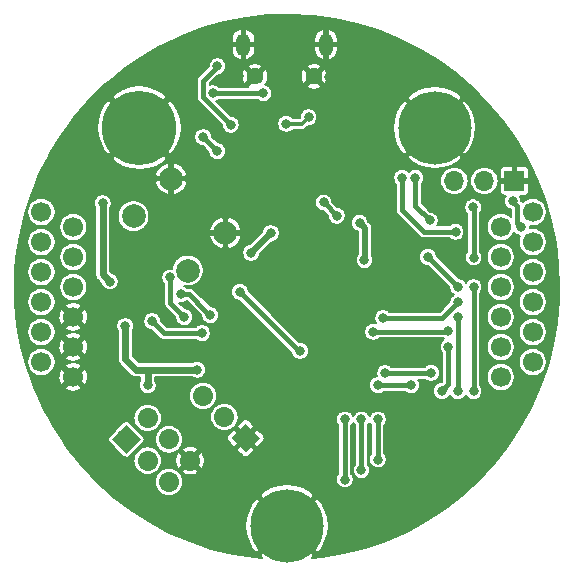
<source format=gbl>
G04 #@! TF.GenerationSoftware,KiCad,Pcbnew,(5.0.0)*
G04 #@! TF.CreationDate,2019-01-09T16:44:38-03:00*
G04 #@! TF.ProjectId,PCB_D,5043425F442E6B696361645F70636200,rev?*
G04 #@! TF.SameCoordinates,Original*
G04 #@! TF.FileFunction,Copper,L2,Bot,Signal*
G04 #@! TF.FilePolarity,Positive*
%FSLAX46Y46*%
G04 Gerber Fmt 4.6, Leading zero omitted, Abs format (unit mm)*
G04 Created by KiCad (PCBNEW (5.0.0)) date 01/09/19 16:44:38*
%MOMM*%
%LPD*%
G01*
G04 APERTURE LIST*
G04 #@! TA.AperFunction,ComponentPad*
%ADD10C,2.000000*%
G04 #@! TD*
G04 #@! TA.AperFunction,ComponentPad*
%ADD11C,1.700000*%
G04 #@! TD*
G04 #@! TA.AperFunction,Conductor*
%ADD12C,1.700000*%
G04 #@! TD*
G04 #@! TA.AperFunction,Conductor*
%ADD13C,0.100000*%
G04 #@! TD*
G04 #@! TA.AperFunction,ComponentPad*
%ADD14O,1.200000X1.900000*%
G04 #@! TD*
G04 #@! TA.AperFunction,ComponentPad*
%ADD15C,1.450000*%
G04 #@! TD*
G04 #@! TA.AperFunction,ComponentPad*
%ADD16C,6.200000*%
G04 #@! TD*
G04 #@! TA.AperFunction,ComponentPad*
%ADD17C,6.300000*%
G04 #@! TD*
G04 #@! TA.AperFunction,ComponentPad*
%ADD18R,1.700000X1.700000*%
G04 #@! TD*
G04 #@! TA.AperFunction,ComponentPad*
%ADD19O,1.700000X1.700000*%
G04 #@! TD*
G04 #@! TA.AperFunction,ViaPad*
%ADD20C,0.800000*%
G04 #@! TD*
G04 #@! TA.AperFunction,Conductor*
%ADD21C,0.600000*%
G04 #@! TD*
G04 #@! TA.AperFunction,Conductor*
%ADD22C,0.500000*%
G04 #@! TD*
G04 #@! TA.AperFunction,Conductor*
%ADD23C,0.400000*%
G04 #@! TD*
G04 #@! TA.AperFunction,Conductor*
%ADD24C,0.300000*%
G04 #@! TD*
G04 #@! TA.AperFunction,Conductor*
%ADD25C,0.200000*%
G04 #@! TD*
G04 APERTURE END LIST*
D10*
G04 #@! TO.P,SW1,2*
G04 #@! TO.N,GND*
X-5218019Y4581981D03*
G04 #@! TO.P,SW1,1*
G04 #@! TO.N,/RST*
X-8400000Y1400000D03*
G04 #@! TO.P,SW1,2*
G04 #@! TO.N,GND*
X-9814214Y9178175D03*
G04 #@! TO.P,SW1,1*
G04 #@! TO.N,/RST*
X-12996194Y5996194D03*
G04 #@! TD*
D11*
G04 #@! TO.P,J1,3*
G04 #@! TO.N,+5V*
X-7096051Y-9203949D03*
D12*
G04 #@! TD*
G04 #@! TO.N,+5V*
G04 #@! TO.C,J1*
X-7096051Y-9203949D02*
X-7096051Y-9203949D01*
D11*
G04 #@! TO.P,J1,2*
G04 #@! TO.N,Net-(J1-Pad2)*
X-5300000Y-11000000D03*
D12*
G04 #@! TD*
G04 #@! TO.N,Net-(J1-Pad2)*
G04 #@! TO.C,J1*
X-5300000Y-11000000D02*
X-5300000Y-11000000D01*
D11*
G04 #@! TO.P,J1,1*
G04 #@! TO.N,GND*
X-3503949Y-12796051D03*
D13*
G04 #@! TD*
G04 #@! TO.N,GND*
G04 #@! TO.C,J1*
G36*
X-3503949Y-11593969D02*
X-2301867Y-12796051D01*
X-3503949Y-13998133D01*
X-4706031Y-12796051D01*
X-3503949Y-11593969D01*
X-3503949Y-11593969D01*
G37*
D11*
G04 #@! TO.P,J3,6*
G04 #@! TO.N,GND*
X-8211846Y-14696051D03*
D12*
G04 #@! TD*
G04 #@! TO.N,GND*
G04 #@! TO.C,J3*
X-8211846Y-14696051D02*
X-8211846Y-14696051D01*
D11*
G04 #@! TO.P,J3,5*
G04 #@! TO.N,/RST*
X-10007898Y-16492102D03*
D12*
G04 #@! TD*
G04 #@! TO.N,/RST*
G04 #@! TO.C,J3*
X-10007898Y-16492102D02*
X-10007898Y-16492102D01*
D11*
G04 #@! TO.P,J3,4*
G04 #@! TO.N,/MOSI*
X-10007898Y-12900000D03*
D12*
G04 #@! TD*
G04 #@! TO.N,/MOSI*
G04 #@! TO.C,J3*
X-10007898Y-12900000D02*
X-10007898Y-12900000D01*
D11*
G04 #@! TO.P,J3,3*
G04 #@! TO.N,/SCK*
X-11803949Y-14696051D03*
D12*
G04 #@! TD*
G04 #@! TO.N,/SCK*
G04 #@! TO.C,J3*
X-11803949Y-14696051D02*
X-11803949Y-14696051D01*
D11*
G04 #@! TO.P,J3,2*
G04 #@! TO.N,+5V*
X-11803949Y-11103949D03*
D12*
G04 #@! TD*
G04 #@! TO.N,+5V*
G04 #@! TO.C,J3*
X-11803949Y-11103949D02*
X-11803949Y-11103949D01*
D11*
G04 #@! TO.P,J3,1*
G04 #@! TO.N,/MISO*
X-13600000Y-12900000D03*
D13*
G04 #@! TD*
G04 #@! TO.N,/MISO*
G04 #@! TO.C,J3*
G36*
X-13600000Y-14102082D02*
X-14802082Y-12900000D01*
X-13600000Y-11697918D01*
X-12397918Y-12900000D01*
X-13600000Y-14102082D01*
X-13600000Y-14102082D01*
G37*
D14*
G04 #@! TO.P,J4,6*
G04 #@! TO.N,GND*
X-3700000Y20537500D03*
X3300000Y20537500D03*
D15*
X-2700000Y17837500D03*
X2300000Y17837500D03*
G04 #@! TD*
D11*
G04 #@! TO.P,J2,12*
G04 #@! TO.N,/A3*
X18100000Y-7620000D03*
G04 #@! TO.P,J2,11*
G04 #@! TO.N,/A2*
X18100000Y-5080000D03*
G04 #@! TO.P,J2,10*
G04 #@! TO.N,/A1*
X18100000Y-2540000D03*
G04 #@! TO.P,J2,9*
G04 #@! TO.N,/A0*
X18100000Y0D03*
G04 #@! TO.P,J2,8*
G04 #@! TO.N,/D6*
X18100000Y2540000D03*
G04 #@! TO.P,J2,7*
G04 #@! TO.N,VBUS*
X18100000Y5080000D03*
G04 #@! TO.P,J2,6*
G04 #@! TO.N,/D5*
X20800000Y-6350000D03*
G04 #@! TO.P,J2,5*
G04 #@! TO.N,/D4*
X20800000Y-3810000D03*
G04 #@! TO.P,J2,4*
G04 #@! TO.N,/D3*
X20800000Y-1270000D03*
G04 #@! TO.P,J2,3*
G04 #@! TO.N,/D2*
X20800000Y1270000D03*
G04 #@! TO.P,J2,2*
G04 #@! TO.N,/TXD*
X20800000Y3810000D03*
G04 #@! TO.P,J2,1*
G04 #@! TO.N,/TX_ESP32*
X20800000Y6350000D03*
G04 #@! TO.P,J2,18*
G04 #@! TO.N,GND*
X-18100000Y-7620000D03*
G04 #@! TO.P,J2,17*
X-18100000Y-5080000D03*
G04 #@! TO.P,J2,16*
X-18100000Y-2540000D03*
G04 #@! TO.P,J2,15*
G04 #@! TO.N,+5V*
X-18100000Y0D03*
G04 #@! TO.P,J2,14*
G04 #@! TO.N,+3V3*
X-18100000Y2540000D03*
G04 #@! TO.P,J2,13*
G04 #@! TO.N,+BATT*
X-18100000Y5080000D03*
G04 #@! TO.P,J2,24*
G04 #@! TO.N,/SDA*
X-20800000Y-6350000D03*
G04 #@! TO.P,J2,23*
G04 #@! TO.N,/SCL*
X-20800000Y-3810000D03*
G04 #@! TO.P,J2,22*
G04 #@! TO.N,/SS*
X-20800000Y-1270000D03*
G04 #@! TO.P,J2,21*
G04 #@! TO.N,/SCK*
X-20800000Y1270000D03*
G04 #@! TO.P,J2,20*
G04 #@! TO.N,/MISO*
X-20800000Y3810000D03*
G04 #@! TO.P,J2,19*
G04 #@! TO.N,/MOSI*
X-20800000Y6350000D03*
G04 #@! TD*
D16*
G04 #@! TO.P,MH1,3*
G04 #@! TO.N,GND*
X0Y-20200000D03*
D17*
G04 #@! TO.P,MH1,1*
X-12500000Y13500000D03*
D16*
G04 #@! TO.P,MH1,2*
X12500000Y13500000D03*
G04 #@! TD*
D18*
G04 #@! TO.P,J5,1*
G04 #@! TO.N,GND*
X19250000Y9000000D03*
D19*
G04 #@! TO.P,J5,2*
G04 #@! TO.N,/TXD*
X16710000Y9000000D03*
G04 #@! TO.P,J5,3*
G04 #@! TO.N,/RXD*
X14170000Y9000000D03*
G04 #@! TD*
D20*
G04 #@! TO.N,+5V*
X-11800000Y-8300000D03*
X-7600000Y-7000000D03*
X-15000000Y470000D03*
X-13700000Y-3300000D03*
X-15600000Y7100000D03*
X6553200Y2286000D03*
X6146800Y5435600D03*
G04 #@! TO.N,GND*
X5100000Y3800000D03*
X-16700000Y-10600000D03*
X-4100000Y-20200000D03*
X1665686Y-3700000D03*
X-1420000Y-6785686D03*
X-16020000Y-7700000D03*
X-5462500Y20537500D03*
X4890000Y20540000D03*
X3550000Y17800000D03*
X-4050000Y17850000D03*
X-3200000Y12480000D03*
X640000Y11310000D03*
X1625600Y15494000D03*
X8015036Y-812800D03*
G04 #@! TO.N,/RST*
X1100000Y-5400000D03*
X-4000000Y-400000D03*
X7700000Y-14600000D03*
X7700000Y-11199955D03*
X-3048000Y2895600D03*
X-1371600Y4572004D03*
G04 #@! TO.N,/TX_LED*
X-4770000Y13740000D03*
X-5892800Y18694400D03*
G04 #@! TO.N,/MOSI*
X-8702404Y-2540000D03*
X-9906000Y812800D03*
G04 #@! TO.N,/MISO*
X-8991600Y-609600D03*
X-6502400Y-2387600D03*
G04 #@! TO.N,/SCK*
X-7199989Y-3900000D03*
X-11430000Y-2895600D03*
G04 #@! TO.N,/SCL*
X6300000Y-11200000D03*
X6300000Y-15500006D03*
G04 #@! TO.N,/SDA*
X4900000Y-11200000D03*
X4900000Y-16300000D03*
G04 #@! TO.N,/TXD*
X10500000Y-8299999D03*
X7700000Y-8300000D03*
X19100000Y7300000D03*
X19800000Y5100000D03*
G04 #@! TO.N,/RXD*
X12090400Y5638800D03*
X10871200Y9245604D03*
G04 #@! TO.N,Net-(U3-Pad13)*
X-5900000Y11500000D03*
X-7100000Y12700000D03*
X-2000000Y16400000D03*
X-6299200Y16408400D03*
G04 #@! TO.N,/D+*
X-64086Y13818086D03*
X1828800Y14376400D03*
G04 #@! TO.N,VBUS*
X14274800Y4673600D03*
X9753598Y9245600D03*
G04 #@! TO.N,/A2*
X13100001Y-8800000D03*
X13665200Y-5079998D03*
G04 #@! TO.N,/A1*
X14500000Y-2500000D03*
X14450000Y-8800000D03*
G04 #@! TO.N,/A0*
X15800000Y0D03*
X15800000Y-8800000D03*
G04 #@! TO.N,/D6*
X15800000Y2500000D03*
X15750000Y6750008D03*
G04 #@! TO.N,/D5*
X14500000Y0D03*
X11931107Y2546893D03*
G04 #@! TO.N,/D4*
X7300002Y-3800000D03*
X13665200Y-3759200D03*
G04 #@! TO.N,/D3*
X14500000Y-1300000D03*
X8128000Y-2641600D03*
G04 #@! TO.N,/D2*
X8300000Y-7300000D03*
X12192000Y-7264400D03*
G04 #@! TO.N,/TX_USB*
X3098800Y7162800D03*
X4216400Y6045200D03*
G04 #@! TD*
D21*
G04 #@! TO.N,+5V*
X-13700000Y-3300000D02*
X-13700000Y-6100000D01*
X-13700000Y-6100000D02*
X-12800000Y-7000000D01*
X-11800000Y-7100000D02*
X-11800000Y-8300000D01*
X-11700000Y-7000000D02*
X-11800000Y-7100000D01*
X-11700000Y-7000000D02*
X-7600000Y-7000000D01*
X-12800000Y-7000000D02*
X-11700000Y-7000000D01*
X-15000000Y470000D02*
X-15600000Y1070000D01*
X-15600000Y1070000D02*
X-15600000Y7100000D01*
D22*
X6604000Y4978400D02*
X6146800Y5435600D01*
X6553200Y2286000D02*
X6604000Y2336800D01*
X6604000Y2336800D02*
X6604000Y4978400D01*
D23*
G04 #@! TO.N,GND*
X-12500000Y13500000D02*
X-5462500Y20537500D01*
G04 #@! TO.N,/RST*
X-3999994Y-400000D02*
X-4000000Y-400000D01*
X7700000Y-14600000D02*
X7700000Y-11199955D01*
X1000000Y-5400000D02*
X1100000Y-5400000D01*
X-4000000Y-400000D02*
X1000000Y-5400000D01*
D22*
X-3048000Y2895600D02*
X-1371600Y4572000D01*
X-1371600Y4572000D02*
X-1371600Y4572004D01*
D23*
G04 #@! TO.N,/TX_LED*
X-7099201Y16069201D02*
X-7099201Y17487999D01*
X-4770000Y13740000D02*
X-7099201Y16069201D01*
X-6292799Y18294401D02*
X-5892800Y18694400D01*
X-7099201Y17487999D02*
X-6292799Y18294401D01*
G04 #@! TO.N,/MOSI*
X-8702404Y-2540000D02*
X-9906000Y-1336404D01*
X-9906000Y-1336404D02*
X-9906000Y812800D01*
G04 #@! TO.N,/MISO*
X-8991600Y-609600D02*
X-8280400Y-609600D01*
X-8280400Y-609600D02*
X-6902399Y-1987601D01*
X-6902399Y-1987601D02*
X-6502400Y-2387600D01*
G04 #@! TO.N,/SCK*
X-7199989Y-3900000D02*
X-10425600Y-3900000D01*
X-10425600Y-3900000D02*
X-11030001Y-3295599D01*
X-11030001Y-3295599D02*
X-11430000Y-2895600D01*
G04 #@! TO.N,/SCL*
X6300000Y-11200000D02*
X6300000Y-15500006D01*
G04 #@! TO.N,/SDA*
X4900000Y-11200000D02*
X4900000Y-16300000D01*
G04 #@! TO.N,/TXD*
X10500000Y-8299999D02*
X7700001Y-8299999D01*
X7700001Y-8299999D02*
X7700000Y-8300000D01*
X19499999Y5400001D02*
X19800000Y5100000D01*
X19100000Y7300000D02*
X19499999Y6900001D01*
X19499999Y6900001D02*
X19499999Y5400001D01*
G04 #@! TO.N,/RXD*
X10871200Y8679919D02*
X10871200Y9245604D01*
X10871200Y6858000D02*
X10871200Y8679919D01*
X12090400Y5638800D02*
X10871200Y6858000D01*
G04 #@! TO.N,Net-(U3-Pad13)*
X-5900000Y11500000D02*
X-7100000Y12700000D01*
X-2000000Y16400000D02*
X-6290800Y16400000D01*
X-6290800Y16400000D02*
X-6299200Y16408400D01*
D24*
G04 #@! TO.N,/D+*
X-64086Y13818086D02*
X1270486Y13818086D01*
X1270486Y13818086D02*
X1828800Y14376400D01*
D23*
G04 #@! TO.N,VBUS*
X11582400Y4673600D02*
X9753598Y6502402D01*
X9753598Y6502402D02*
X9753598Y8679915D01*
X9753598Y8679915D02*
X9753598Y9245600D01*
X14274800Y4673600D02*
X11582400Y4673600D01*
G04 #@! TO.N,/A2*
X13100001Y-8800001D02*
X13665200Y-8234802D01*
X13665200Y-8234802D02*
X13665200Y-5645683D01*
X13665200Y-5645683D02*
X13665200Y-5079998D01*
G04 #@! TO.N,/A1*
X14500000Y-2500000D02*
X14500000Y-8800000D01*
G04 #@! TO.N,/A0*
X15800000Y0D02*
X15800000Y-8900000D01*
G04 #@! TO.N,/D6*
X15800000Y2500000D02*
X15800000Y6700008D01*
X15800000Y6700008D02*
X15750000Y6750008D01*
G04 #@! TO.N,/D5*
X11953107Y2546893D02*
X11931107Y2546893D01*
X14500000Y0D02*
X11953107Y2546893D01*
G04 #@! TO.N,/D4*
X13624400Y-3800000D02*
X13665200Y-3759200D01*
X7300002Y-3800000D02*
X13624400Y-3800000D01*
G04 #@! TO.N,/D3*
X13158400Y-2641600D02*
X14500000Y-1300000D01*
X8128000Y-2641600D02*
X13158400Y-2641600D01*
G04 #@! TO.N,/D2*
X12156400Y-7300000D02*
X12192000Y-7264400D01*
X8300000Y-7300000D02*
X12156400Y-7300000D01*
G04 #@! TO.N,/TX_USB*
X3098800Y7162800D02*
X4216400Y6045200D01*
G04 #@! TD*
D25*
G04 #@! TO.N,GND*
G36*
X2169197Y22947703D02*
X4042203Y22692798D01*
X5888025Y22285279D01*
X7694248Y21727886D01*
X9448726Y21024369D01*
X11139659Y20179457D01*
X12755675Y19198835D01*
X14285907Y18089095D01*
X15720062Y16857703D01*
X17048497Y15512938D01*
X18262276Y14063846D01*
X19353238Y12520171D01*
X20314045Y10892295D01*
X21138235Y9191166D01*
X21820265Y7428224D01*
X22355550Y5615326D01*
X22740488Y3764663D01*
X22972492Y1888683D01*
X23050000Y0D01*
X23022481Y-1125987D01*
X22852804Y-3008629D01*
X22529436Y-4871037D01*
X22054553Y-6700686D01*
X21431348Y-8485271D01*
X20664012Y-10212791D01*
X19757706Y-11871628D01*
X18718525Y-13450625D01*
X17553458Y-14939164D01*
X16270340Y-16327233D01*
X14877800Y-17605498D01*
X13385203Y-18765363D01*
X11802588Y-19799026D01*
X10140598Y-20699536D01*
X8410410Y-21460837D01*
X6623660Y-22077809D01*
X4792364Y-22546302D01*
X2928839Y-22863167D01*
X2118805Y-22933324D01*
X2307743Y-22719875D01*
X0Y-20412132D01*
X-2307743Y-22719875D01*
X-2116870Y-22935509D01*
X-2729211Y-22887855D01*
X-4595431Y-22587264D01*
X-6430745Y-22134769D01*
X-8222811Y-21533413D01*
X-9959577Y-20787240D01*
X-11043845Y-20211937D01*
X-3516915Y-20211937D01*
X-3447010Y-20897824D01*
X-3244638Y-21556893D01*
X-2930840Y-22143969D01*
X-2519875Y-22507743D01*
X-212132Y-20200000D01*
X212132Y-20200000D01*
X2519875Y-22507743D01*
X2930840Y-22143969D01*
X3253774Y-21534837D01*
X3451667Y-20874409D01*
X3516915Y-20188063D01*
X3447010Y-19502176D01*
X3244638Y-18843107D01*
X2930840Y-18256031D01*
X2519875Y-17892257D01*
X212132Y-20200000D01*
X-212132Y-20200000D01*
X-2519875Y-17892257D01*
X-2930840Y-18256031D01*
X-3253774Y-18865163D01*
X-3451667Y-19525591D01*
X-3516915Y-20211937D01*
X-11043845Y-20211937D01*
X-11629362Y-19901267D01*
X-13220937Y-18881455D01*
X-14723598Y-17734660D01*
X-16101178Y-16492102D01*
X-11213704Y-16492102D01*
X-11190535Y-16727343D01*
X-11121917Y-16953544D01*
X-11010489Y-17162012D01*
X-10860532Y-17344736D01*
X-10677808Y-17494693D01*
X-10469340Y-17606121D01*
X-10243139Y-17674739D01*
X-10066848Y-17692102D01*
X-9948948Y-17692102D01*
X-9827343Y-17680125D01*
X-2307743Y-17680125D01*
X0Y-19987868D01*
X2307743Y-17680125D01*
X1943969Y-17269160D01*
X1334837Y-16946226D01*
X674409Y-16748333D01*
X-11937Y-16683085D01*
X-697824Y-16752990D01*
X-1356893Y-16955362D01*
X-1943969Y-17269160D01*
X-2307743Y-17680125D01*
X-9827343Y-17680125D01*
X-9772657Y-17674739D01*
X-9546456Y-17606121D01*
X-9337988Y-17494693D01*
X-9155264Y-17344736D01*
X-9005307Y-17162012D01*
X-8893879Y-16953544D01*
X-8825261Y-16727343D01*
X-8802092Y-16492102D01*
X-8825261Y-16256861D01*
X-8893879Y-16030660D01*
X-9005307Y-15822192D01*
X-9155264Y-15639468D01*
X-9193191Y-15608342D01*
X-8912005Y-15608342D01*
X-8819915Y-15788182D01*
X-8782096Y-15808404D01*
X-8554130Y-15898281D01*
X-8313010Y-15941957D01*
X-8068002Y-15937753D01*
X-7828522Y-15885832D01*
X-7603772Y-15788187D01*
X-7511122Y-15608907D01*
X-8211846Y-14908183D01*
X-8912005Y-15608342D01*
X-9193191Y-15608342D01*
X-9337988Y-15489511D01*
X-9546456Y-15378083D01*
X-9772657Y-15309465D01*
X-9948948Y-15292102D01*
X-10066848Y-15292102D01*
X-10243139Y-15309465D01*
X-10469340Y-15378083D01*
X-10677808Y-15489511D01*
X-10860532Y-15639468D01*
X-11010489Y-15822192D01*
X-11121917Y-16030660D01*
X-11190535Y-16256861D01*
X-11213704Y-16492102D01*
X-16101178Y-16492102D01*
X-16127240Y-16468595D01*
X-17422422Y-15091776D01*
X-17737760Y-14696051D01*
X-13009755Y-14696051D01*
X-12986586Y-14931292D01*
X-12917968Y-15157493D01*
X-12806540Y-15365961D01*
X-12656583Y-15548685D01*
X-12473859Y-15698642D01*
X-12265391Y-15810070D01*
X-12039190Y-15878688D01*
X-11862899Y-15896051D01*
X-11744999Y-15896051D01*
X-11568708Y-15878688D01*
X-11342507Y-15810070D01*
X-11134039Y-15698642D01*
X-10951315Y-15548685D01*
X-10801358Y-15365961D01*
X-10689930Y-15157493D01*
X-10621312Y-14931292D01*
X-10608107Y-14797215D01*
X-9457752Y-14797215D01*
X-9414076Y-15038335D01*
X-9324199Y-15266301D01*
X-9303977Y-15304120D01*
X-9124137Y-15396210D01*
X-8423978Y-14696051D01*
X-7999714Y-14696051D01*
X-7298990Y-15396775D01*
X-7119710Y-15304125D01*
X-7022065Y-15079375D01*
X-6970144Y-14839895D01*
X-6965940Y-14594887D01*
X-7009616Y-14353767D01*
X-7099493Y-14125801D01*
X-7119715Y-14087982D01*
X-7299555Y-13995892D01*
X-7999714Y-14696051D01*
X-8423978Y-14696051D01*
X-9124702Y-13995327D01*
X-9303982Y-14087977D01*
X-9401627Y-14312727D01*
X-9453548Y-14552207D01*
X-9457752Y-14797215D01*
X-10608107Y-14797215D01*
X-10598143Y-14696051D01*
X-10621312Y-14460810D01*
X-10689930Y-14234609D01*
X-10801358Y-14026141D01*
X-10951315Y-13843417D01*
X-11134039Y-13693460D01*
X-11342507Y-13582032D01*
X-11568708Y-13513414D01*
X-11744999Y-13496051D01*
X-11862899Y-13496051D01*
X-12039190Y-13513414D01*
X-12265391Y-13582032D01*
X-12473859Y-13693460D01*
X-12656583Y-13843417D01*
X-12806540Y-14026141D01*
X-12917968Y-14234609D01*
X-12986586Y-14460810D01*
X-13009755Y-14696051D01*
X-17737760Y-14696051D01*
X-18600435Y-13613461D01*
X-19078957Y-12900000D01*
X-15153775Y-12900000D01*
X-15147017Y-12968612D01*
X-15127004Y-13034587D01*
X-15094504Y-13095390D01*
X-15050767Y-13148685D01*
X-13848685Y-14350767D01*
X-13795390Y-14394504D01*
X-13734587Y-14427004D01*
X-13668612Y-14447017D01*
X-13600000Y-14453775D01*
X-13531388Y-14447017D01*
X-13465413Y-14427004D01*
X-13404610Y-14394504D01*
X-13351315Y-14350767D01*
X-12149233Y-13148685D01*
X-12105496Y-13095390D01*
X-12072996Y-13034587D01*
X-12052983Y-12968612D01*
X-12046225Y-12900000D01*
X-11213704Y-12900000D01*
X-11190535Y-13135241D01*
X-11121917Y-13361442D01*
X-11010489Y-13569910D01*
X-10860532Y-13752634D01*
X-10677808Y-13902591D01*
X-10469340Y-14014019D01*
X-10243139Y-14082637D01*
X-10066848Y-14100000D01*
X-9948948Y-14100000D01*
X-9772657Y-14082637D01*
X-9546456Y-14014019D01*
X-9337988Y-13902591D01*
X-9192503Y-13783195D01*
X-8912570Y-13783195D01*
X-8211846Y-14483919D01*
X-7511687Y-13783760D01*
X-7546748Y-13715290D01*
X-4211056Y-13715290D01*
X-4211056Y-13856711D01*
X-3758935Y-14308832D01*
X-3693420Y-14352607D01*
X-3620625Y-14382761D01*
X-3543346Y-14398133D01*
X-3464553Y-14398133D01*
X-3387274Y-14382760D01*
X-3314478Y-14352608D01*
X-3248964Y-14308833D01*
X-2796842Y-13856711D01*
X-2796842Y-13715290D01*
X-3503949Y-13008183D01*
X-4211056Y-13715290D01*
X-7546748Y-13715290D01*
X-7603777Y-13603920D01*
X-7641596Y-13583698D01*
X-7869562Y-13493821D01*
X-8110682Y-13450145D01*
X-8355690Y-13454349D01*
X-8595170Y-13506270D01*
X-8819920Y-13603915D01*
X-8912570Y-13783195D01*
X-9192503Y-13783195D01*
X-9155264Y-13752634D01*
X-9005307Y-13569910D01*
X-8893879Y-13361442D01*
X-8825261Y-13135241D01*
X-8802092Y-12900000D01*
X-8816210Y-12756655D01*
X-5106031Y-12756655D01*
X-5106031Y-12835448D01*
X-5090659Y-12912727D01*
X-5060505Y-12985522D01*
X-5016730Y-13051037D01*
X-4564609Y-13503158D01*
X-4423188Y-13503158D01*
X-3716081Y-12796051D01*
X-3291817Y-12796051D01*
X-2584710Y-13503158D01*
X-2443289Y-13503158D01*
X-1991167Y-13051036D01*
X-1947392Y-12985522D01*
X-1917240Y-12912726D01*
X-1901867Y-12835447D01*
X-1901867Y-12756654D01*
X-1917239Y-12679375D01*
X-1947393Y-12606580D01*
X-1991168Y-12541065D01*
X-2443289Y-12088944D01*
X-2584710Y-12088944D01*
X-3291817Y-12796051D01*
X-3716081Y-12796051D01*
X-4423188Y-12088944D01*
X-4564609Y-12088944D01*
X-5016731Y-12541066D01*
X-5060506Y-12606580D01*
X-5090658Y-12679376D01*
X-5106031Y-12756655D01*
X-8816210Y-12756655D01*
X-8825261Y-12664759D01*
X-8893879Y-12438558D01*
X-9005307Y-12230090D01*
X-9155264Y-12047366D01*
X-9337988Y-11897409D01*
X-9546456Y-11785981D01*
X-9772657Y-11717363D01*
X-9948948Y-11700000D01*
X-10066848Y-11700000D01*
X-10243139Y-11717363D01*
X-10469340Y-11785981D01*
X-10677808Y-11897409D01*
X-10860532Y-12047366D01*
X-11010489Y-12230090D01*
X-11121917Y-12438558D01*
X-11190535Y-12664759D01*
X-11213704Y-12900000D01*
X-12046225Y-12900000D01*
X-12052983Y-12831388D01*
X-12072996Y-12765413D01*
X-12105496Y-12704610D01*
X-12149233Y-12651315D01*
X-13351315Y-11449233D01*
X-13404610Y-11405496D01*
X-13465413Y-11372996D01*
X-13531388Y-11352983D01*
X-13600000Y-11346225D01*
X-13668612Y-11352983D01*
X-13734587Y-11372996D01*
X-13795390Y-11405496D01*
X-13848685Y-11449233D01*
X-15050767Y-12651315D01*
X-15094504Y-12704610D01*
X-15127004Y-12765413D01*
X-15147017Y-12831388D01*
X-15153775Y-12900000D01*
X-19078957Y-12900000D01*
X-19653356Y-12043592D01*
X-20177428Y-11103949D01*
X-13009755Y-11103949D01*
X-12986586Y-11339190D01*
X-12917968Y-11565391D01*
X-12806540Y-11773859D01*
X-12656583Y-11956583D01*
X-12473859Y-12106540D01*
X-12265391Y-12217968D01*
X-12039190Y-12286586D01*
X-11862899Y-12303949D01*
X-11744999Y-12303949D01*
X-11568708Y-12286586D01*
X-11342507Y-12217968D01*
X-11134039Y-12106540D01*
X-10951315Y-11956583D01*
X-10801358Y-11773859D01*
X-10689930Y-11565391D01*
X-10621312Y-11339190D01*
X-10598143Y-11103949D01*
X-10608380Y-11000000D01*
X-6505806Y-11000000D01*
X-6482637Y-11235241D01*
X-6414019Y-11461442D01*
X-6302591Y-11669910D01*
X-6152634Y-11852634D01*
X-5969910Y-12002591D01*
X-5761442Y-12114019D01*
X-5535241Y-12182637D01*
X-5358950Y-12200000D01*
X-5241050Y-12200000D01*
X-5064759Y-12182637D01*
X-4838558Y-12114019D01*
X-4630090Y-12002591D01*
X-4447366Y-11852634D01*
X-4351148Y-11735391D01*
X-4211056Y-11735391D01*
X-4211056Y-11876812D01*
X-3503949Y-12583919D01*
X-2796842Y-11876812D01*
X-2796842Y-11735391D01*
X-3248963Y-11283270D01*
X-3314478Y-11239495D01*
X-3387273Y-11209341D01*
X-3464552Y-11193969D01*
X-3543345Y-11193969D01*
X-3620624Y-11209342D01*
X-3693420Y-11239494D01*
X-3758934Y-11283269D01*
X-4211056Y-11735391D01*
X-4351148Y-11735391D01*
X-4297409Y-11669910D01*
X-4185981Y-11461442D01*
X-4117363Y-11235241D01*
X-4106617Y-11126131D01*
X4150000Y-11126131D01*
X4150000Y-11273869D01*
X4178822Y-11418767D01*
X4235359Y-11555258D01*
X4317437Y-11678097D01*
X4350000Y-11710660D01*
X4350001Y-15789339D01*
X4317437Y-15821903D01*
X4235359Y-15944742D01*
X4178822Y-16081233D01*
X4150000Y-16226131D01*
X4150000Y-16373869D01*
X4178822Y-16518767D01*
X4235359Y-16655258D01*
X4317437Y-16778097D01*
X4421903Y-16882563D01*
X4544742Y-16964641D01*
X4681233Y-17021178D01*
X4826131Y-17050000D01*
X4973869Y-17050000D01*
X5118767Y-17021178D01*
X5255258Y-16964641D01*
X5378097Y-16882563D01*
X5482563Y-16778097D01*
X5564641Y-16655258D01*
X5621178Y-16518767D01*
X5650000Y-16373869D01*
X5650000Y-16226131D01*
X5621178Y-16081233D01*
X5564641Y-15944742D01*
X5482563Y-15821903D01*
X5450000Y-15789340D01*
X5450000Y-11710660D01*
X5482563Y-11678097D01*
X5564641Y-11555258D01*
X5600000Y-11469895D01*
X5635359Y-11555258D01*
X5717437Y-11678097D01*
X5750000Y-11710660D01*
X5750001Y-14989345D01*
X5717437Y-15021909D01*
X5635359Y-15144748D01*
X5578822Y-15281239D01*
X5550000Y-15426137D01*
X5550000Y-15573875D01*
X5578822Y-15718773D01*
X5635359Y-15855264D01*
X5717437Y-15978103D01*
X5821903Y-16082569D01*
X5944742Y-16164647D01*
X6081233Y-16221184D01*
X6226131Y-16250006D01*
X6373869Y-16250006D01*
X6518767Y-16221184D01*
X6655258Y-16164647D01*
X6778097Y-16082569D01*
X6882563Y-15978103D01*
X6964641Y-15855264D01*
X7021178Y-15718773D01*
X7050000Y-15573875D01*
X7050000Y-15426137D01*
X7021178Y-15281239D01*
X6964641Y-15144748D01*
X6882563Y-15021909D01*
X6850000Y-14989346D01*
X6850000Y-11710660D01*
X6882563Y-11678097D01*
X6964641Y-11555258D01*
X7000009Y-11469872D01*
X7035359Y-11555213D01*
X7117437Y-11678052D01*
X7150001Y-11710616D01*
X7150000Y-14089340D01*
X7117437Y-14121903D01*
X7035359Y-14244742D01*
X6978822Y-14381233D01*
X6950000Y-14526131D01*
X6950000Y-14673869D01*
X6978822Y-14818767D01*
X7035359Y-14955258D01*
X7117437Y-15078097D01*
X7221903Y-15182563D01*
X7344742Y-15264641D01*
X7481233Y-15321178D01*
X7626131Y-15350000D01*
X7773869Y-15350000D01*
X7918767Y-15321178D01*
X8055258Y-15264641D01*
X8178097Y-15182563D01*
X8282563Y-15078097D01*
X8364641Y-14955258D01*
X8421178Y-14818767D01*
X8450000Y-14673869D01*
X8450000Y-14526131D01*
X8421178Y-14381233D01*
X8364641Y-14244742D01*
X8282563Y-14121903D01*
X8250000Y-14089340D01*
X8250000Y-11710615D01*
X8282563Y-11678052D01*
X8364641Y-11555213D01*
X8421178Y-11418722D01*
X8450000Y-11273824D01*
X8450000Y-11126086D01*
X8421178Y-10981188D01*
X8364641Y-10844697D01*
X8282563Y-10721858D01*
X8178097Y-10617392D01*
X8055258Y-10535314D01*
X7918767Y-10478777D01*
X7773869Y-10449955D01*
X7626131Y-10449955D01*
X7481233Y-10478777D01*
X7344742Y-10535314D01*
X7221903Y-10617392D01*
X7117437Y-10721858D01*
X7035359Y-10844697D01*
X6999991Y-10930083D01*
X6964641Y-10844742D01*
X6882563Y-10721903D01*
X6778097Y-10617437D01*
X6655258Y-10535359D01*
X6518767Y-10478822D01*
X6373869Y-10450000D01*
X6226131Y-10450000D01*
X6081233Y-10478822D01*
X5944742Y-10535359D01*
X5821903Y-10617437D01*
X5717437Y-10721903D01*
X5635359Y-10844742D01*
X5600000Y-10930105D01*
X5564641Y-10844742D01*
X5482563Y-10721903D01*
X5378097Y-10617437D01*
X5255258Y-10535359D01*
X5118767Y-10478822D01*
X4973869Y-10450000D01*
X4826131Y-10450000D01*
X4681233Y-10478822D01*
X4544742Y-10535359D01*
X4421903Y-10617437D01*
X4317437Y-10721903D01*
X4235359Y-10844742D01*
X4178822Y-10981233D01*
X4150000Y-11126131D01*
X-4106617Y-11126131D01*
X-4094194Y-11000000D01*
X-4117363Y-10764759D01*
X-4185981Y-10538558D01*
X-4297409Y-10330090D01*
X-4447366Y-10147366D01*
X-4630090Y-9997409D01*
X-4838558Y-9885981D01*
X-5064759Y-9817363D01*
X-5241050Y-9800000D01*
X-5358950Y-9800000D01*
X-5535241Y-9817363D01*
X-5761442Y-9885981D01*
X-5969910Y-9997409D01*
X-6152634Y-10147366D01*
X-6302591Y-10330090D01*
X-6414019Y-10538558D01*
X-6482637Y-10764759D01*
X-6505806Y-11000000D01*
X-10608380Y-11000000D01*
X-10621312Y-10868708D01*
X-10689930Y-10642507D01*
X-10801358Y-10434039D01*
X-10951315Y-10251315D01*
X-11134039Y-10101358D01*
X-11342507Y-9989930D01*
X-11568708Y-9921312D01*
X-11744999Y-9903949D01*
X-11862899Y-9903949D01*
X-12039190Y-9921312D01*
X-12265391Y-9989930D01*
X-12473859Y-10101358D01*
X-12656583Y-10251315D01*
X-12806540Y-10434039D01*
X-12917968Y-10642507D01*
X-12986586Y-10868708D01*
X-13009755Y-11103949D01*
X-20177428Y-11103949D01*
X-20574103Y-10392727D01*
X-21114608Y-9203949D01*
X-8301857Y-9203949D01*
X-8278688Y-9439190D01*
X-8210070Y-9665391D01*
X-8098642Y-9873859D01*
X-7948685Y-10056583D01*
X-7765961Y-10206540D01*
X-7557493Y-10317968D01*
X-7331292Y-10386586D01*
X-7155001Y-10403949D01*
X-7037101Y-10403949D01*
X-6860810Y-10386586D01*
X-6634609Y-10317968D01*
X-6426141Y-10206540D01*
X-6243417Y-10056583D01*
X-6093460Y-9873859D01*
X-5982032Y-9665391D01*
X-5913414Y-9439190D01*
X-5890245Y-9203949D01*
X-5913414Y-8968708D01*
X-5982032Y-8742507D01*
X-6093460Y-8534039D01*
X-6243417Y-8351315D01*
X-6395954Y-8226131D01*
X6950000Y-8226131D01*
X6950000Y-8373869D01*
X6978822Y-8518767D01*
X7035359Y-8655258D01*
X7117437Y-8778097D01*
X7221903Y-8882563D01*
X7344742Y-8964641D01*
X7481233Y-9021178D01*
X7626131Y-9050000D01*
X7773869Y-9050000D01*
X7918767Y-9021178D01*
X8055258Y-8964641D01*
X8178097Y-8882563D01*
X8210661Y-8849999D01*
X9989340Y-8849999D01*
X10021903Y-8882562D01*
X10144742Y-8964640D01*
X10281233Y-9021177D01*
X10426131Y-9049999D01*
X10573869Y-9049999D01*
X10718767Y-9021177D01*
X10855258Y-8964640D01*
X10978097Y-8882562D01*
X11082563Y-8778096D01*
X11164641Y-8655257D01*
X11221178Y-8518766D01*
X11250000Y-8373868D01*
X11250000Y-8226130D01*
X11221178Y-8081232D01*
X11164641Y-7944741D01*
X11101337Y-7850000D01*
X11718448Y-7850000D01*
X11836742Y-7929041D01*
X11973233Y-7985578D01*
X12118131Y-8014400D01*
X12265869Y-8014400D01*
X12410767Y-7985578D01*
X12547258Y-7929041D01*
X12670097Y-7846963D01*
X12774563Y-7742497D01*
X12856641Y-7619658D01*
X12913178Y-7483167D01*
X12942000Y-7338269D01*
X12942000Y-7190531D01*
X12913178Y-7045633D01*
X12856641Y-6909142D01*
X12774563Y-6786303D01*
X12670097Y-6681837D01*
X12547258Y-6599759D01*
X12410767Y-6543222D01*
X12265869Y-6514400D01*
X12118131Y-6514400D01*
X11973233Y-6543222D01*
X11836742Y-6599759D01*
X11713903Y-6681837D01*
X11645740Y-6750000D01*
X8810660Y-6750000D01*
X8778097Y-6717437D01*
X8655258Y-6635359D01*
X8518767Y-6578822D01*
X8373869Y-6550000D01*
X8226131Y-6550000D01*
X8081233Y-6578822D01*
X7944742Y-6635359D01*
X7821903Y-6717437D01*
X7717437Y-6821903D01*
X7635359Y-6944742D01*
X7578822Y-7081233D01*
X7550000Y-7226131D01*
X7550000Y-7373869D01*
X7578822Y-7518767D01*
X7594376Y-7556317D01*
X7481233Y-7578822D01*
X7344742Y-7635359D01*
X7221903Y-7717437D01*
X7117437Y-7821903D01*
X7035359Y-7944742D01*
X6978822Y-8081233D01*
X6950000Y-8226131D01*
X-6395954Y-8226131D01*
X-6426141Y-8201358D01*
X-6634609Y-8089930D01*
X-6860810Y-8021312D01*
X-7037101Y-8003949D01*
X-7155001Y-8003949D01*
X-7331292Y-8021312D01*
X-7557493Y-8089930D01*
X-7765961Y-8201358D01*
X-7948685Y-8351315D01*
X-8098642Y-8534039D01*
X-8210070Y-8742507D01*
X-8278688Y-8968708D01*
X-8301857Y-9203949D01*
X-21114608Y-9203949D01*
X-21356485Y-8671969D01*
X-21405085Y-8536605D01*
X-18804473Y-8536605D01*
X-18711650Y-8717059D01*
X-18485872Y-8815307D01*
X-18245264Y-8867618D01*
X-17999075Y-8871986D01*
X-17756764Y-8828240D01*
X-17527644Y-8738062D01*
X-17488350Y-8717059D01*
X-17395527Y-8536605D01*
X-18100000Y-7832132D01*
X-18804473Y-8536605D01*
X-21405085Y-8536605D01*
X-21697944Y-7720925D01*
X-19351986Y-7720925D01*
X-19308240Y-7963236D01*
X-19218062Y-8192356D01*
X-19197059Y-8231650D01*
X-19016605Y-8324473D01*
X-18312132Y-7620000D01*
X-17887868Y-7620000D01*
X-17183395Y-8324473D01*
X-17002941Y-8231650D01*
X-16904693Y-8005872D01*
X-16852382Y-7765264D01*
X-16848014Y-7519075D01*
X-16891760Y-7276764D01*
X-16981938Y-7047644D01*
X-17002941Y-7008350D01*
X-17183395Y-6915527D01*
X-17887868Y-7620000D01*
X-18312132Y-7620000D01*
X-19016605Y-6915527D01*
X-19197059Y-7008350D01*
X-19295307Y-7234128D01*
X-19347618Y-7474736D01*
X-19351986Y-7720925D01*
X-21697944Y-7720925D01*
X-21995240Y-6892890D01*
X-22172994Y-6231810D01*
X-22000000Y-6231810D01*
X-22000000Y-6468190D01*
X-21953884Y-6700027D01*
X-21863426Y-6918413D01*
X-21732101Y-7114955D01*
X-21564955Y-7282101D01*
X-21368413Y-7413426D01*
X-21150027Y-7503884D01*
X-20918190Y-7550000D01*
X-20681810Y-7550000D01*
X-20449973Y-7503884D01*
X-20231587Y-7413426D01*
X-20035045Y-7282101D01*
X-19867899Y-7114955D01*
X-19736574Y-6918413D01*
X-19647512Y-6703395D01*
X-18804473Y-6703395D01*
X-18100000Y-7407868D01*
X-17395527Y-6703395D01*
X-17488350Y-6522941D01*
X-17714128Y-6424693D01*
X-17954736Y-6372382D01*
X-18200925Y-6368014D01*
X-18443236Y-6411760D01*
X-18672356Y-6501938D01*
X-18711650Y-6522941D01*
X-18804473Y-6703395D01*
X-19647512Y-6703395D01*
X-19646116Y-6700027D01*
X-19600000Y-6468190D01*
X-19600000Y-6231810D01*
X-19646116Y-5999973D01*
X-19647511Y-5996605D01*
X-18804473Y-5996605D01*
X-18711650Y-6177059D01*
X-18485872Y-6275307D01*
X-18245264Y-6327618D01*
X-17999075Y-6331986D01*
X-17756764Y-6288240D01*
X-17527644Y-6198062D01*
X-17488350Y-6177059D01*
X-17395527Y-5996605D01*
X-18100000Y-5292132D01*
X-18804473Y-5996605D01*
X-19647511Y-5996605D01*
X-19736574Y-5781587D01*
X-19867899Y-5585045D01*
X-20035045Y-5417899D01*
X-20231587Y-5286574D01*
X-20449973Y-5196116D01*
X-20526342Y-5180925D01*
X-19351986Y-5180925D01*
X-19308240Y-5423236D01*
X-19218062Y-5652356D01*
X-19197059Y-5691650D01*
X-19016605Y-5784473D01*
X-18312132Y-5080000D01*
X-17887868Y-5080000D01*
X-17183395Y-5784473D01*
X-17002941Y-5691650D01*
X-16904693Y-5465872D01*
X-16852382Y-5225264D01*
X-16848014Y-4979075D01*
X-16891760Y-4736764D01*
X-16981938Y-4507644D01*
X-17002941Y-4468350D01*
X-17183395Y-4375527D01*
X-17887868Y-5080000D01*
X-18312132Y-5080000D01*
X-19016605Y-4375527D01*
X-19197059Y-4468350D01*
X-19295307Y-4694128D01*
X-19347618Y-4934736D01*
X-19351986Y-5180925D01*
X-20526342Y-5180925D01*
X-20681810Y-5150000D01*
X-20918190Y-5150000D01*
X-21150027Y-5196116D01*
X-21368413Y-5286574D01*
X-21564955Y-5417899D01*
X-21732101Y-5585045D01*
X-21863426Y-5781587D01*
X-21953884Y-5999973D01*
X-22000000Y-6231810D01*
X-22172994Y-6231810D01*
X-22486071Y-5067455D01*
X-22737308Y-3691810D01*
X-22000000Y-3691810D01*
X-22000000Y-3928190D01*
X-21953884Y-4160027D01*
X-21863426Y-4378413D01*
X-21732101Y-4574955D01*
X-21564955Y-4742101D01*
X-21368413Y-4873426D01*
X-21150027Y-4963884D01*
X-20918190Y-5010000D01*
X-20681810Y-5010000D01*
X-20449973Y-4963884D01*
X-20231587Y-4873426D01*
X-20035045Y-4742101D01*
X-19867899Y-4574955D01*
X-19736574Y-4378413D01*
X-19647512Y-4163395D01*
X-18804473Y-4163395D01*
X-18100000Y-4867868D01*
X-17395527Y-4163395D01*
X-17488350Y-3982941D01*
X-17714128Y-3884693D01*
X-17954736Y-3832382D01*
X-18200925Y-3828014D01*
X-18443236Y-3871760D01*
X-18672356Y-3961938D01*
X-18711650Y-3982941D01*
X-18804473Y-4163395D01*
X-19647512Y-4163395D01*
X-19646116Y-4160027D01*
X-19600000Y-3928190D01*
X-19600000Y-3691810D01*
X-19646116Y-3459973D01*
X-19647511Y-3456605D01*
X-18804473Y-3456605D01*
X-18711650Y-3637059D01*
X-18485872Y-3735307D01*
X-18245264Y-3787618D01*
X-17999075Y-3791986D01*
X-17756764Y-3748240D01*
X-17527644Y-3658062D01*
X-17488350Y-3637059D01*
X-17395527Y-3456605D01*
X-18100000Y-2752132D01*
X-18804473Y-3456605D01*
X-19647511Y-3456605D01*
X-19736574Y-3241587D01*
X-19867899Y-3045045D01*
X-20035045Y-2877899D01*
X-20231587Y-2746574D01*
X-20449973Y-2656116D01*
X-20526342Y-2640925D01*
X-19351986Y-2640925D01*
X-19308240Y-2883236D01*
X-19218062Y-3112356D01*
X-19197059Y-3151650D01*
X-19016605Y-3244473D01*
X-18312132Y-2540000D01*
X-17887868Y-2540000D01*
X-17183395Y-3244473D01*
X-17147737Y-3226131D01*
X-14450000Y-3226131D01*
X-14450000Y-3373869D01*
X-14421178Y-3518767D01*
X-14364641Y-3655258D01*
X-14350000Y-3677170D01*
X-14349999Y-6068069D01*
X-14353144Y-6100000D01*
X-14340594Y-6227422D01*
X-14303427Y-6349947D01*
X-14243070Y-6462868D01*
X-14182198Y-6537040D01*
X-14182195Y-6537043D01*
X-14161842Y-6561843D01*
X-14137043Y-6582195D01*
X-13282196Y-7437043D01*
X-13261843Y-7461843D01*
X-13237043Y-7482196D01*
X-13237041Y-7482198D01*
X-13210616Y-7503884D01*
X-13162868Y-7543070D01*
X-13049948Y-7603427D01*
X-12927422Y-7640595D01*
X-12831932Y-7650000D01*
X-12831922Y-7650000D01*
X-12800001Y-7653144D01*
X-12768080Y-7650000D01*
X-12450000Y-7650000D01*
X-12449999Y-7922829D01*
X-12464641Y-7944742D01*
X-12521178Y-8081233D01*
X-12550000Y-8226131D01*
X-12550000Y-8373869D01*
X-12521178Y-8518767D01*
X-12464641Y-8655258D01*
X-12382563Y-8778097D01*
X-12278097Y-8882563D01*
X-12155258Y-8964641D01*
X-12018767Y-9021178D01*
X-11873869Y-9050000D01*
X-11726131Y-9050000D01*
X-11581233Y-9021178D01*
X-11444742Y-8964641D01*
X-11321903Y-8882563D01*
X-11217437Y-8778097D01*
X-11135359Y-8655258D01*
X-11078822Y-8518767D01*
X-11050000Y-8373869D01*
X-11050000Y-8226131D01*
X-11078822Y-8081233D01*
X-11135359Y-7944742D01*
X-11150000Y-7922830D01*
X-11150000Y-7650000D01*
X-7977170Y-7650000D01*
X-7955258Y-7664641D01*
X-7818767Y-7721178D01*
X-7673869Y-7750000D01*
X-7526131Y-7750000D01*
X-7381233Y-7721178D01*
X-7244742Y-7664641D01*
X-7121903Y-7582563D01*
X-7017437Y-7478097D01*
X-6935359Y-7355258D01*
X-6878822Y-7218767D01*
X-6850000Y-7073869D01*
X-6850000Y-6926131D01*
X-6878822Y-6781233D01*
X-6935359Y-6644742D01*
X-7017437Y-6521903D01*
X-7121903Y-6417437D01*
X-7244742Y-6335359D01*
X-7381233Y-6278822D01*
X-7526131Y-6250000D01*
X-7673869Y-6250000D01*
X-7818767Y-6278822D01*
X-7955258Y-6335359D01*
X-7977170Y-6350000D01*
X-11668080Y-6350000D01*
X-11700001Y-6346856D01*
X-11731922Y-6350000D01*
X-12530761Y-6350000D01*
X-13050000Y-5830762D01*
X-13050000Y-3677170D01*
X-13035359Y-3655258D01*
X-12978822Y-3518767D01*
X-12950000Y-3373869D01*
X-12950000Y-3226131D01*
X-12978822Y-3081233D01*
X-13035359Y-2944742D01*
X-13117437Y-2821903D01*
X-13117609Y-2821731D01*
X-12180000Y-2821731D01*
X-12180000Y-2969469D01*
X-12151178Y-3114367D01*
X-12094641Y-3250858D01*
X-12012563Y-3373697D01*
X-11908097Y-3478163D01*
X-11785258Y-3560241D01*
X-11648767Y-3616778D01*
X-11503869Y-3645600D01*
X-11457818Y-3645600D01*
X-11399806Y-3703612D01*
X-11399801Y-3703616D01*
X-10833608Y-4269809D01*
X-10816390Y-4290790D01*
X-10795410Y-4308008D01*
X-10795405Y-4308013D01*
X-10732643Y-4359521D01*
X-10689533Y-4382563D01*
X-10637094Y-4410592D01*
X-10533419Y-4442042D01*
X-10452618Y-4450000D01*
X-10452609Y-4450000D01*
X-10425601Y-4452660D01*
X-10398593Y-4450000D01*
X-7710649Y-4450000D01*
X-7678086Y-4482563D01*
X-7555247Y-4564641D01*
X-7418756Y-4621178D01*
X-7273858Y-4650000D01*
X-7126120Y-4650000D01*
X-6981222Y-4621178D01*
X-6844731Y-4564641D01*
X-6721892Y-4482563D01*
X-6617426Y-4378097D01*
X-6535348Y-4255258D01*
X-6478811Y-4118767D01*
X-6449989Y-3973869D01*
X-6449989Y-3826131D01*
X-6478811Y-3681233D01*
X-6535348Y-3544742D01*
X-6617426Y-3421903D01*
X-6721892Y-3317437D01*
X-6844731Y-3235359D01*
X-6981222Y-3178822D01*
X-7126120Y-3150000D01*
X-7273858Y-3150000D01*
X-7418756Y-3178822D01*
X-7555247Y-3235359D01*
X-7678086Y-3317437D01*
X-7710649Y-3350000D01*
X-10197782Y-3350000D01*
X-10621984Y-2925799D01*
X-10621988Y-2925794D01*
X-10680000Y-2867782D01*
X-10680000Y-2821731D01*
X-10708822Y-2676833D01*
X-10765359Y-2540342D01*
X-10847437Y-2417503D01*
X-10951903Y-2313037D01*
X-11074742Y-2230959D01*
X-11211233Y-2174422D01*
X-11356131Y-2145600D01*
X-11503869Y-2145600D01*
X-11648767Y-2174422D01*
X-11785258Y-2230959D01*
X-11908097Y-2313037D01*
X-12012563Y-2417503D01*
X-12094641Y-2540342D01*
X-12151178Y-2676833D01*
X-12180000Y-2821731D01*
X-13117609Y-2821731D01*
X-13221903Y-2717437D01*
X-13344742Y-2635359D01*
X-13481233Y-2578822D01*
X-13626131Y-2550000D01*
X-13773869Y-2550000D01*
X-13918767Y-2578822D01*
X-14055258Y-2635359D01*
X-14178097Y-2717437D01*
X-14282563Y-2821903D01*
X-14364641Y-2944742D01*
X-14421178Y-3081233D01*
X-14450000Y-3226131D01*
X-17147737Y-3226131D01*
X-17002941Y-3151650D01*
X-16904693Y-2925872D01*
X-16852382Y-2685264D01*
X-16848014Y-2439075D01*
X-16891760Y-2196764D01*
X-16981938Y-1967644D01*
X-17002941Y-1928350D01*
X-17183395Y-1835527D01*
X-17887868Y-2540000D01*
X-18312132Y-2540000D01*
X-19016605Y-1835527D01*
X-19197059Y-1928350D01*
X-19295307Y-2154128D01*
X-19347618Y-2394736D01*
X-19351986Y-2640925D01*
X-20526342Y-2640925D01*
X-20681810Y-2610000D01*
X-20918190Y-2610000D01*
X-21150027Y-2656116D01*
X-21368413Y-2746574D01*
X-21564955Y-2877899D01*
X-21732101Y-3045045D01*
X-21863426Y-3241587D01*
X-21953884Y-3459973D01*
X-22000000Y-3691810D01*
X-22737308Y-3691810D01*
X-22825679Y-3207940D01*
X-23011779Y-1326851D01*
X-23014681Y-1151810D01*
X-22000000Y-1151810D01*
X-22000000Y-1388190D01*
X-21953884Y-1620027D01*
X-21863426Y-1838413D01*
X-21732101Y-2034955D01*
X-21564955Y-2202101D01*
X-21368413Y-2333426D01*
X-21150027Y-2423884D01*
X-20918190Y-2470000D01*
X-20681810Y-2470000D01*
X-20449973Y-2423884D01*
X-20231587Y-2333426D01*
X-20035045Y-2202101D01*
X-19867899Y-2034955D01*
X-19736574Y-1838413D01*
X-19647512Y-1623395D01*
X-18804473Y-1623395D01*
X-18100000Y-2327868D01*
X-17395527Y-1623395D01*
X-17488350Y-1442941D01*
X-17714128Y-1344693D01*
X-17954736Y-1292382D01*
X-18200925Y-1288014D01*
X-18443236Y-1331760D01*
X-18672356Y-1421938D01*
X-18711650Y-1442941D01*
X-18804473Y-1623395D01*
X-19647512Y-1623395D01*
X-19646116Y-1620027D01*
X-19600000Y-1388190D01*
X-19600000Y-1151810D01*
X-19646116Y-919973D01*
X-19736574Y-701587D01*
X-19867899Y-505045D01*
X-20035045Y-337899D01*
X-20231587Y-206574D01*
X-20449973Y-116116D01*
X-20681810Y-70000D01*
X-20918190Y-70000D01*
X-21150027Y-116116D01*
X-21368413Y-206574D01*
X-21564955Y-337899D01*
X-21732101Y-505045D01*
X-21863426Y-701587D01*
X-21953884Y-919973D01*
X-22000000Y-1151810D01*
X-23014681Y-1151810D01*
X-23043119Y563162D01*
X-22989045Y1388190D01*
X-22000000Y1388190D01*
X-22000000Y1151810D01*
X-21953884Y919973D01*
X-21863426Y701587D01*
X-21732101Y505045D01*
X-21564955Y337899D01*
X-21368413Y206574D01*
X-21150027Y116116D01*
X-20918190Y70000D01*
X-20681810Y70000D01*
X-20449973Y116116D01*
X-20444966Y118190D01*
X-19300000Y118190D01*
X-19300000Y-118190D01*
X-19253884Y-350027D01*
X-19163426Y-568413D01*
X-19032101Y-764955D01*
X-18864955Y-932101D01*
X-18668413Y-1063426D01*
X-18450027Y-1153884D01*
X-18218190Y-1200000D01*
X-17981810Y-1200000D01*
X-17749973Y-1153884D01*
X-17531587Y-1063426D01*
X-17335045Y-932101D01*
X-17167899Y-764955D01*
X-17036574Y-568413D01*
X-16946116Y-350027D01*
X-16900000Y-118190D01*
X-16900000Y118190D01*
X-16946116Y350027D01*
X-17036574Y568413D01*
X-17167899Y764955D01*
X-17335045Y932101D01*
X-17531587Y1063426D01*
X-17749973Y1153884D01*
X-17981810Y1200000D01*
X-18218190Y1200000D01*
X-18450027Y1153884D01*
X-18668413Y1063426D01*
X-18864955Y932101D01*
X-19032101Y764955D01*
X-19163426Y568413D01*
X-19253884Y350027D01*
X-19300000Y118190D01*
X-20444966Y118190D01*
X-20231587Y206574D01*
X-20035045Y337899D01*
X-19867899Y505045D01*
X-19736574Y701587D01*
X-19646116Y919973D01*
X-19600000Y1151810D01*
X-19600000Y1388190D01*
X-19646116Y1620027D01*
X-19736574Y1838413D01*
X-19867899Y2034955D01*
X-20035045Y2202101D01*
X-20231587Y2333426D01*
X-20449973Y2423884D01*
X-20681810Y2470000D01*
X-20918190Y2470000D01*
X-21150027Y2423884D01*
X-21368413Y2333426D01*
X-21564955Y2202101D01*
X-21732101Y2034955D01*
X-21863426Y1838413D01*
X-21953884Y1620027D01*
X-22000000Y1388190D01*
X-22989045Y1388190D01*
X-22919490Y2449387D01*
X-22699801Y3928190D01*
X-22000000Y3928190D01*
X-22000000Y3691810D01*
X-21953884Y3459973D01*
X-21863426Y3241587D01*
X-21732101Y3045045D01*
X-21564955Y2877899D01*
X-21368413Y2746574D01*
X-21150027Y2656116D01*
X-20918190Y2610000D01*
X-20681810Y2610000D01*
X-20449973Y2656116D01*
X-20444966Y2658190D01*
X-19300000Y2658190D01*
X-19300000Y2421810D01*
X-19253884Y2189973D01*
X-19163426Y1971587D01*
X-19032101Y1775045D01*
X-18864955Y1607899D01*
X-18668413Y1476574D01*
X-18450027Y1386116D01*
X-18218190Y1340000D01*
X-17981810Y1340000D01*
X-17749973Y1386116D01*
X-17531587Y1476574D01*
X-17335045Y1607899D01*
X-17167899Y1775045D01*
X-17036574Y1971587D01*
X-16946116Y2189973D01*
X-16900000Y2421810D01*
X-16900000Y2658190D01*
X-16946116Y2890027D01*
X-17036574Y3108413D01*
X-17167899Y3304955D01*
X-17335045Y3472101D01*
X-17531587Y3603426D01*
X-17749973Y3693884D01*
X-17981810Y3740000D01*
X-18218190Y3740000D01*
X-18450027Y3693884D01*
X-18668413Y3603426D01*
X-18864955Y3472101D01*
X-19032101Y3304955D01*
X-19163426Y3108413D01*
X-19253884Y2890027D01*
X-19300000Y2658190D01*
X-20444966Y2658190D01*
X-20231587Y2746574D01*
X-20035045Y2877899D01*
X-19867899Y3045045D01*
X-19736574Y3241587D01*
X-19646116Y3459973D01*
X-19600000Y3691810D01*
X-19600000Y3928190D01*
X-19646116Y4160027D01*
X-19736574Y4378413D01*
X-19867899Y4574955D01*
X-20035045Y4742101D01*
X-20231587Y4873426D01*
X-20449973Y4963884D01*
X-20681810Y5010000D01*
X-20918190Y5010000D01*
X-21150027Y4963884D01*
X-21368413Y4873426D01*
X-21564955Y4742101D01*
X-21732101Y4574955D01*
X-21863426Y4378413D01*
X-21953884Y4160027D01*
X-22000000Y3928190D01*
X-22699801Y3928190D01*
X-22641721Y4319139D01*
X-22211682Y6159845D01*
X-22112387Y6468190D01*
X-22000000Y6468190D01*
X-22000000Y6231810D01*
X-21953884Y5999973D01*
X-21863426Y5781587D01*
X-21732101Y5585045D01*
X-21564955Y5417899D01*
X-21368413Y5286574D01*
X-21150027Y5196116D01*
X-20918190Y5150000D01*
X-20681810Y5150000D01*
X-20449973Y5196116D01*
X-20444966Y5198190D01*
X-19300000Y5198190D01*
X-19300000Y4961810D01*
X-19253884Y4729973D01*
X-19163426Y4511587D01*
X-19032101Y4315045D01*
X-18864955Y4147899D01*
X-18668413Y4016574D01*
X-18450027Y3926116D01*
X-18218190Y3880000D01*
X-17981810Y3880000D01*
X-17749973Y3926116D01*
X-17531587Y4016574D01*
X-17335045Y4147899D01*
X-17167899Y4315045D01*
X-17036574Y4511587D01*
X-16946116Y4729973D01*
X-16900000Y4961810D01*
X-16900000Y5198190D01*
X-16946116Y5430027D01*
X-17036574Y5648413D01*
X-17167899Y5844955D01*
X-17335045Y6012101D01*
X-17531587Y6143426D01*
X-17749973Y6233884D01*
X-17981810Y6280000D01*
X-18218190Y6280000D01*
X-18450027Y6233884D01*
X-18668413Y6143426D01*
X-18864955Y6012101D01*
X-19032101Y5844955D01*
X-19163426Y5648413D01*
X-19253884Y5430027D01*
X-19300000Y5198190D01*
X-20444966Y5198190D01*
X-20231587Y5286574D01*
X-20035045Y5417899D01*
X-19867899Y5585045D01*
X-19736574Y5781587D01*
X-19646116Y5999973D01*
X-19600000Y6231810D01*
X-19600000Y6468190D01*
X-19646116Y6700027D01*
X-19736574Y6918413D01*
X-19867899Y7114955D01*
X-19926813Y7173869D01*
X-16350000Y7173869D01*
X-16350000Y7026131D01*
X-16321178Y6881233D01*
X-16264641Y6744742D01*
X-16249999Y6722829D01*
X-16250000Y1101922D01*
X-16253144Y1070000D01*
X-16250000Y1038079D01*
X-16250000Y1038069D01*
X-16240595Y942579D01*
X-16209423Y839818D01*
X-16203427Y820053D01*
X-16143070Y707132D01*
X-16138519Y701587D01*
X-16061843Y608157D01*
X-16037038Y587800D01*
X-15726319Y277081D01*
X-15721178Y251233D01*
X-15664641Y114742D01*
X-15582563Y-8097D01*
X-15478097Y-112563D01*
X-15355258Y-194641D01*
X-15218767Y-251178D01*
X-15073869Y-280000D01*
X-14926131Y-280000D01*
X-14781233Y-251178D01*
X-14644742Y-194641D01*
X-14521903Y-112563D01*
X-14417437Y-8097D01*
X-14335359Y114742D01*
X-14278822Y251233D01*
X-14250000Y396131D01*
X-14250000Y543869D01*
X-14278822Y688767D01*
X-14335359Y825258D01*
X-14376392Y886669D01*
X-10656000Y886669D01*
X-10656000Y738931D01*
X-10627178Y594033D01*
X-10570641Y457542D01*
X-10488563Y334703D01*
X-10455999Y302139D01*
X-10456000Y-1309396D01*
X-10458660Y-1336404D01*
X-10456000Y-1363412D01*
X-10456000Y-1363421D01*
X-10448042Y-1444222D01*
X-10416592Y-1547897D01*
X-10365521Y-1643446D01*
X-10296790Y-1727194D01*
X-10275804Y-1744417D01*
X-9452404Y-2567817D01*
X-9452404Y-2613869D01*
X-9423582Y-2758767D01*
X-9367045Y-2895258D01*
X-9284967Y-3018097D01*
X-9180501Y-3122563D01*
X-9057662Y-3204641D01*
X-8921171Y-3261178D01*
X-8776273Y-3290000D01*
X-8628535Y-3290000D01*
X-8483637Y-3261178D01*
X-8347146Y-3204641D01*
X-8224307Y-3122563D01*
X-8119841Y-3018097D01*
X-8037763Y-2895258D01*
X-7981226Y-2758767D01*
X-7952404Y-2613869D01*
X-7952404Y-2466131D01*
X-7981226Y-2321233D01*
X-8037763Y-2184742D01*
X-8119841Y-2061903D01*
X-8224307Y-1957437D01*
X-8347146Y-1875359D01*
X-8483637Y-1818822D01*
X-8628535Y-1790000D01*
X-8674587Y-1790000D01*
X-9114799Y-1349788D01*
X-9065469Y-1359600D01*
X-8917731Y-1359600D01*
X-8772833Y-1330778D01*
X-8636342Y-1274241D01*
X-8513503Y-1192163D01*
X-8494579Y-1173239D01*
X-7310412Y-2357405D01*
X-7252400Y-2415417D01*
X-7252400Y-2461469D01*
X-7223578Y-2606367D01*
X-7167041Y-2742858D01*
X-7084963Y-2865697D01*
X-6980497Y-2970163D01*
X-6857658Y-3052241D01*
X-6721167Y-3108778D01*
X-6576269Y-3137600D01*
X-6428531Y-3137600D01*
X-6283633Y-3108778D01*
X-6147142Y-3052241D01*
X-6024303Y-2970163D01*
X-5919837Y-2865697D01*
X-5837759Y-2742858D01*
X-5781222Y-2606367D01*
X-5752400Y-2461469D01*
X-5752400Y-2313731D01*
X-5781222Y-2168833D01*
X-5837759Y-2032342D01*
X-5919837Y-1909503D01*
X-6024303Y-1805037D01*
X-6147142Y-1722959D01*
X-6283633Y-1666422D01*
X-6428531Y-1637600D01*
X-6474583Y-1637600D01*
X-7786052Y-326131D01*
X-4750000Y-326131D01*
X-4750000Y-473869D01*
X-4721178Y-618767D01*
X-4664641Y-755258D01*
X-4582563Y-878097D01*
X-4478097Y-982563D01*
X-4355258Y-1064641D01*
X-4218767Y-1121178D01*
X-4073869Y-1150000D01*
X-4027817Y-1150000D01*
X363395Y-5541212D01*
X378822Y-5618767D01*
X435359Y-5755258D01*
X517437Y-5878097D01*
X621903Y-5982563D01*
X744742Y-6064641D01*
X881233Y-6121178D01*
X1026131Y-6150000D01*
X1173869Y-6150000D01*
X1318767Y-6121178D01*
X1455258Y-6064641D01*
X1578097Y-5982563D01*
X1682563Y-5878097D01*
X1764641Y-5755258D01*
X1821178Y-5618767D01*
X1850000Y-5473869D01*
X1850000Y-5326131D01*
X1821178Y-5181233D01*
X1764641Y-5044742D01*
X1682563Y-4921903D01*
X1578097Y-4817437D01*
X1455258Y-4735359D01*
X1318767Y-4678822D01*
X1173869Y-4650000D01*
X1027817Y-4650000D01*
X103948Y-3726131D01*
X6550002Y-3726131D01*
X6550002Y-3873869D01*
X6578824Y-4018767D01*
X6635361Y-4155258D01*
X6717439Y-4278097D01*
X6821905Y-4382563D01*
X6944744Y-4464641D01*
X7081235Y-4521178D01*
X7226133Y-4550000D01*
X7373871Y-4550000D01*
X7518769Y-4521178D01*
X7655260Y-4464641D01*
X7778099Y-4382563D01*
X7810662Y-4350000D01*
X13199431Y-4350000D01*
X13303593Y-4419599D01*
X13187103Y-4497435D01*
X13082637Y-4601901D01*
X13000559Y-4724740D01*
X12944022Y-4861231D01*
X12915200Y-5006129D01*
X12915200Y-5153867D01*
X12944022Y-5298765D01*
X13000559Y-5435256D01*
X13082637Y-5558095D01*
X13115200Y-5590658D01*
X13115200Y-5672700D01*
X13115201Y-5672710D01*
X13115200Y-8006984D01*
X13072184Y-8050000D01*
X13026132Y-8050000D01*
X12881234Y-8078822D01*
X12744743Y-8135359D01*
X12621904Y-8217437D01*
X12517438Y-8321903D01*
X12435360Y-8444742D01*
X12378823Y-8581233D01*
X12350001Y-8726131D01*
X12350001Y-8873869D01*
X12378823Y-9018767D01*
X12435360Y-9155258D01*
X12517438Y-9278097D01*
X12621904Y-9382563D01*
X12744743Y-9464641D01*
X12881234Y-9521178D01*
X13026132Y-9550000D01*
X13173870Y-9550000D01*
X13318768Y-9521178D01*
X13455259Y-9464641D01*
X13578098Y-9382563D01*
X13682564Y-9278097D01*
X13764642Y-9155258D01*
X13775001Y-9130251D01*
X13785359Y-9155258D01*
X13867437Y-9278097D01*
X13971903Y-9382563D01*
X14094742Y-9464641D01*
X14231233Y-9521178D01*
X14376131Y-9550000D01*
X14523869Y-9550000D01*
X14668767Y-9521178D01*
X14805258Y-9464641D01*
X14928097Y-9382563D01*
X15032563Y-9278097D01*
X15114641Y-9155258D01*
X15125000Y-9130249D01*
X15135359Y-9155258D01*
X15217437Y-9278097D01*
X15321903Y-9382563D01*
X15444742Y-9464641D01*
X15581233Y-9521178D01*
X15726131Y-9550000D01*
X15873869Y-9550000D01*
X16018767Y-9521178D01*
X16155258Y-9464641D01*
X16278097Y-9382563D01*
X16382563Y-9278097D01*
X16464641Y-9155258D01*
X16521178Y-9018767D01*
X16550000Y-8873869D01*
X16550000Y-8726131D01*
X16521178Y-8581233D01*
X16464641Y-8444742D01*
X16382563Y-8321903D01*
X16350000Y-8289340D01*
X16350000Y-7501810D01*
X16900000Y-7501810D01*
X16900000Y-7738190D01*
X16946116Y-7970027D01*
X17036574Y-8188413D01*
X17167899Y-8384955D01*
X17335045Y-8552101D01*
X17531587Y-8683426D01*
X17749973Y-8773884D01*
X17981810Y-8820000D01*
X18218190Y-8820000D01*
X18450027Y-8773884D01*
X18668413Y-8683426D01*
X18864955Y-8552101D01*
X19032101Y-8384955D01*
X19163426Y-8188413D01*
X19253884Y-7970027D01*
X19300000Y-7738190D01*
X19300000Y-7501810D01*
X19253884Y-7269973D01*
X19163426Y-7051587D01*
X19032101Y-6855045D01*
X18864955Y-6687899D01*
X18668413Y-6556574D01*
X18450027Y-6466116D01*
X18218190Y-6420000D01*
X17981810Y-6420000D01*
X17749973Y-6466116D01*
X17531587Y-6556574D01*
X17335045Y-6687899D01*
X17167899Y-6855045D01*
X17036574Y-7051587D01*
X16946116Y-7269973D01*
X16900000Y-7501810D01*
X16350000Y-7501810D01*
X16350000Y-4961810D01*
X16900000Y-4961810D01*
X16900000Y-5198190D01*
X16946116Y-5430027D01*
X17036574Y-5648413D01*
X17167899Y-5844955D01*
X17335045Y-6012101D01*
X17531587Y-6143426D01*
X17749973Y-6233884D01*
X17981810Y-6280000D01*
X18218190Y-6280000D01*
X18450027Y-6233884D01*
X18455034Y-6231810D01*
X19600000Y-6231810D01*
X19600000Y-6468190D01*
X19646116Y-6700027D01*
X19736574Y-6918413D01*
X19867899Y-7114955D01*
X20035045Y-7282101D01*
X20231587Y-7413426D01*
X20449973Y-7503884D01*
X20681810Y-7550000D01*
X20918190Y-7550000D01*
X21150027Y-7503884D01*
X21368413Y-7413426D01*
X21564955Y-7282101D01*
X21732101Y-7114955D01*
X21863426Y-6918413D01*
X21953884Y-6700027D01*
X22000000Y-6468190D01*
X22000000Y-6231810D01*
X21953884Y-5999973D01*
X21863426Y-5781587D01*
X21732101Y-5585045D01*
X21564955Y-5417899D01*
X21368413Y-5286574D01*
X21150027Y-5196116D01*
X20918190Y-5150000D01*
X20681810Y-5150000D01*
X20449973Y-5196116D01*
X20231587Y-5286574D01*
X20035045Y-5417899D01*
X19867899Y-5585045D01*
X19736574Y-5781587D01*
X19646116Y-5999973D01*
X19600000Y-6231810D01*
X18455034Y-6231810D01*
X18668413Y-6143426D01*
X18864955Y-6012101D01*
X19032101Y-5844955D01*
X19163426Y-5648413D01*
X19253884Y-5430027D01*
X19300000Y-5198190D01*
X19300000Y-4961810D01*
X19253884Y-4729973D01*
X19163426Y-4511587D01*
X19032101Y-4315045D01*
X18864955Y-4147899D01*
X18668413Y-4016574D01*
X18450027Y-3926116D01*
X18218190Y-3880000D01*
X17981810Y-3880000D01*
X17749973Y-3926116D01*
X17531587Y-4016574D01*
X17335045Y-4147899D01*
X17167899Y-4315045D01*
X17036574Y-4511587D01*
X16946116Y-4729973D01*
X16900000Y-4961810D01*
X16350000Y-4961810D01*
X16350000Y-2421810D01*
X16900000Y-2421810D01*
X16900000Y-2658190D01*
X16946116Y-2890027D01*
X17036574Y-3108413D01*
X17167899Y-3304955D01*
X17335045Y-3472101D01*
X17531587Y-3603426D01*
X17749973Y-3693884D01*
X17981810Y-3740000D01*
X18218190Y-3740000D01*
X18450027Y-3693884D01*
X18455034Y-3691810D01*
X19600000Y-3691810D01*
X19600000Y-3928190D01*
X19646116Y-4160027D01*
X19736574Y-4378413D01*
X19867899Y-4574955D01*
X20035045Y-4742101D01*
X20231587Y-4873426D01*
X20449973Y-4963884D01*
X20681810Y-5010000D01*
X20918190Y-5010000D01*
X21150027Y-4963884D01*
X21368413Y-4873426D01*
X21564955Y-4742101D01*
X21732101Y-4574955D01*
X21863426Y-4378413D01*
X21953884Y-4160027D01*
X22000000Y-3928190D01*
X22000000Y-3691810D01*
X21953884Y-3459973D01*
X21863426Y-3241587D01*
X21732101Y-3045045D01*
X21564955Y-2877899D01*
X21368413Y-2746574D01*
X21150027Y-2656116D01*
X20918190Y-2610000D01*
X20681810Y-2610000D01*
X20449973Y-2656116D01*
X20231587Y-2746574D01*
X20035045Y-2877899D01*
X19867899Y-3045045D01*
X19736574Y-3241587D01*
X19646116Y-3459973D01*
X19600000Y-3691810D01*
X18455034Y-3691810D01*
X18668413Y-3603426D01*
X18864955Y-3472101D01*
X19032101Y-3304955D01*
X19163426Y-3108413D01*
X19253884Y-2890027D01*
X19300000Y-2658190D01*
X19300000Y-2421810D01*
X19253884Y-2189973D01*
X19163426Y-1971587D01*
X19032101Y-1775045D01*
X18864955Y-1607899D01*
X18668413Y-1476574D01*
X18450027Y-1386116D01*
X18218190Y-1340000D01*
X17981810Y-1340000D01*
X17749973Y-1386116D01*
X17531587Y-1476574D01*
X17335045Y-1607899D01*
X17167899Y-1775045D01*
X17036574Y-1971587D01*
X16946116Y-2189973D01*
X16900000Y-2421810D01*
X16350000Y-2421810D01*
X16350000Y-510660D01*
X16382563Y-478097D01*
X16464641Y-355258D01*
X16521178Y-218767D01*
X16550000Y-73869D01*
X16550000Y73869D01*
X16541185Y118190D01*
X16900000Y118190D01*
X16900000Y-118190D01*
X16946116Y-350027D01*
X17036574Y-568413D01*
X17167899Y-764955D01*
X17335045Y-932101D01*
X17531587Y-1063426D01*
X17749973Y-1153884D01*
X17981810Y-1200000D01*
X18218190Y-1200000D01*
X18450027Y-1153884D01*
X18455034Y-1151810D01*
X19600000Y-1151810D01*
X19600000Y-1388190D01*
X19646116Y-1620027D01*
X19736574Y-1838413D01*
X19867899Y-2034955D01*
X20035045Y-2202101D01*
X20231587Y-2333426D01*
X20449973Y-2423884D01*
X20681810Y-2470000D01*
X20918190Y-2470000D01*
X21150027Y-2423884D01*
X21368413Y-2333426D01*
X21564955Y-2202101D01*
X21732101Y-2034955D01*
X21863426Y-1838413D01*
X21953884Y-1620027D01*
X22000000Y-1388190D01*
X22000000Y-1151810D01*
X21953884Y-919973D01*
X21863426Y-701587D01*
X21732101Y-505045D01*
X21564955Y-337899D01*
X21368413Y-206574D01*
X21150027Y-116116D01*
X20918190Y-70000D01*
X20681810Y-70000D01*
X20449973Y-116116D01*
X20231587Y-206574D01*
X20035045Y-337899D01*
X19867899Y-505045D01*
X19736574Y-701587D01*
X19646116Y-919973D01*
X19600000Y-1151810D01*
X18455034Y-1151810D01*
X18668413Y-1063426D01*
X18864955Y-932101D01*
X19032101Y-764955D01*
X19163426Y-568413D01*
X19253884Y-350027D01*
X19300000Y-118190D01*
X19300000Y118190D01*
X19253884Y350027D01*
X19163426Y568413D01*
X19032101Y764955D01*
X18864955Y932101D01*
X18668413Y1063426D01*
X18450027Y1153884D01*
X18218190Y1200000D01*
X17981810Y1200000D01*
X17749973Y1153884D01*
X17531587Y1063426D01*
X17335045Y932101D01*
X17167899Y764955D01*
X17036574Y568413D01*
X16946116Y350027D01*
X16900000Y118190D01*
X16541185Y118190D01*
X16521178Y218767D01*
X16464641Y355258D01*
X16382563Y478097D01*
X16278097Y582563D01*
X16155258Y664641D01*
X16018767Y721178D01*
X15873869Y750000D01*
X15726131Y750000D01*
X15581233Y721178D01*
X15444742Y664641D01*
X15321903Y582563D01*
X15217437Y478097D01*
X15150000Y377170D01*
X15082563Y478097D01*
X14978097Y582563D01*
X14855258Y664641D01*
X14718767Y721178D01*
X14573869Y750000D01*
X14527817Y750000D01*
X12681107Y2596710D01*
X12681107Y2620762D01*
X12652285Y2765660D01*
X12595748Y2902151D01*
X12513670Y3024990D01*
X12409204Y3129456D01*
X12286365Y3211534D01*
X12149874Y3268071D01*
X12004976Y3296893D01*
X11857238Y3296893D01*
X11712340Y3268071D01*
X11575849Y3211534D01*
X11453010Y3129456D01*
X11348544Y3024990D01*
X11266466Y2902151D01*
X11209929Y2765660D01*
X11181107Y2620762D01*
X11181107Y2473024D01*
X11209929Y2328126D01*
X11266466Y2191635D01*
X11348544Y2068796D01*
X11453010Y1964330D01*
X11575849Y1882252D01*
X11712340Y1825715D01*
X11857238Y1796893D01*
X11925290Y1796893D01*
X13750000Y-27817D01*
X13750000Y-73869D01*
X13778822Y-218767D01*
X13835359Y-355258D01*
X13917437Y-478097D01*
X14021903Y-582563D01*
X14122830Y-650000D01*
X14021903Y-717437D01*
X13917437Y-821903D01*
X13835359Y-944742D01*
X13778822Y-1081233D01*
X13750000Y-1226131D01*
X13750000Y-1272182D01*
X12930583Y-2091600D01*
X8638660Y-2091600D01*
X8606097Y-2059037D01*
X8483258Y-1976959D01*
X8346767Y-1920422D01*
X8201869Y-1891600D01*
X8054131Y-1891600D01*
X7909233Y-1920422D01*
X7772742Y-1976959D01*
X7649903Y-2059037D01*
X7545437Y-2163503D01*
X7463359Y-2286342D01*
X7406822Y-2422833D01*
X7378000Y-2567731D01*
X7378000Y-2715469D01*
X7406822Y-2860367D01*
X7463359Y-2996858D01*
X7518027Y-3078674D01*
X7373871Y-3050000D01*
X7226133Y-3050000D01*
X7081235Y-3078822D01*
X6944744Y-3135359D01*
X6821905Y-3217437D01*
X6717439Y-3321903D01*
X6635361Y-3444742D01*
X6578824Y-3581233D01*
X6550002Y-3726131D01*
X103948Y-3726131D01*
X-3250000Y-372183D01*
X-3250000Y-326131D01*
X-3278822Y-181233D01*
X-3335359Y-44742D01*
X-3417437Y78097D01*
X-3521903Y182563D01*
X-3644742Y264641D01*
X-3781233Y321178D01*
X-3926131Y350000D01*
X-4073869Y350000D01*
X-4218767Y321178D01*
X-4355258Y264641D01*
X-4478097Y182563D01*
X-4582563Y78097D01*
X-4664641Y-44742D01*
X-4721178Y-181233D01*
X-4750000Y-326131D01*
X-7786052Y-326131D01*
X-7872387Y-239796D01*
X-7889610Y-218810D01*
X-7973358Y-150079D01*
X-8068906Y-99008D01*
X-8172581Y-67558D01*
X-8253382Y-59600D01*
X-8253392Y-59600D01*
X-8280400Y-56940D01*
X-8307408Y-59600D01*
X-8480940Y-59600D01*
X-8513503Y-27037D01*
X-8636342Y55041D01*
X-8708437Y84904D01*
X-8532963Y50000D01*
X-8267037Y50000D01*
X-8006220Y101880D01*
X-7760535Y203646D01*
X-7539425Y351387D01*
X-7351387Y539425D01*
X-7203646Y760535D01*
X-7101880Y1006220D01*
X-7050000Y1267037D01*
X-7050000Y1532963D01*
X-7101880Y1793780D01*
X-7203646Y2039465D01*
X-7351387Y2260575D01*
X-7539425Y2448613D01*
X-7760535Y2596354D01*
X-8006220Y2698120D01*
X-8267037Y2750000D01*
X-8532963Y2750000D01*
X-8793780Y2698120D01*
X-9039465Y2596354D01*
X-9260575Y2448613D01*
X-9448613Y2260575D01*
X-9596354Y2039465D01*
X-9698120Y1793780D01*
X-9747417Y1545949D01*
X-9832131Y1562800D01*
X-9979869Y1562800D01*
X-10124767Y1533978D01*
X-10261258Y1477441D01*
X-10384097Y1395363D01*
X-10488563Y1290897D01*
X-10570641Y1168058D01*
X-10627178Y1031567D01*
X-10656000Y886669D01*
X-14376392Y886669D01*
X-14417437Y948097D01*
X-14521903Y1052563D01*
X-14644742Y1134641D01*
X-14781233Y1191178D01*
X-14807081Y1196319D01*
X-14950000Y1339238D01*
X-14950000Y2969469D01*
X-3798000Y2969469D01*
X-3798000Y2821731D01*
X-3769178Y2676833D01*
X-3712641Y2540342D01*
X-3630563Y2417503D01*
X-3526097Y2313037D01*
X-3403258Y2230959D01*
X-3266767Y2174422D01*
X-3121869Y2145600D01*
X-2974131Y2145600D01*
X-2829233Y2174422D01*
X-2692742Y2230959D01*
X-2569903Y2313037D01*
X-2465437Y2417503D01*
X-2383359Y2540342D01*
X-2326822Y2676833D01*
X-2304123Y2790950D01*
X-1266944Y3828128D01*
X-1152833Y3850826D01*
X-1016342Y3907363D01*
X-893503Y3989441D01*
X-789037Y4093907D01*
X-706959Y4216746D01*
X-650422Y4353237D01*
X-621600Y4498135D01*
X-621600Y4645873D01*
X-650422Y4790771D01*
X-706959Y4927262D01*
X-789037Y5050101D01*
X-893503Y5154567D01*
X-1016342Y5236645D01*
X-1152833Y5293182D01*
X-1297731Y5322004D01*
X-1445469Y5322004D01*
X-1590367Y5293182D01*
X-1726858Y5236645D01*
X-1849697Y5154567D01*
X-1954163Y5050101D01*
X-2036241Y4927262D01*
X-2092778Y4790771D01*
X-2115478Y4676650D01*
X-3152650Y3639477D01*
X-3266767Y3616778D01*
X-3403258Y3560241D01*
X-3526097Y3478163D01*
X-3630563Y3373697D01*
X-3712641Y3250858D01*
X-3769178Y3114367D01*
X-3798000Y2969469D01*
X-14950000Y2969469D01*
X-14950000Y4215014D01*
X-6576087Y4215014D01*
X-6478400Y3957119D01*
X-6332278Y3723237D01*
X-6143335Y3522356D01*
X-5918833Y3362196D01*
X-5667399Y3248912D01*
X-5584986Y3223913D01*
X-5368019Y3283845D01*
X-5368019Y4431981D01*
X-5068019Y4431981D01*
X-5068019Y3283845D01*
X-4851052Y3223913D01*
X-4593157Y3321600D01*
X-4359275Y3467722D01*
X-4158394Y3656665D01*
X-3998234Y3881167D01*
X-3884950Y4132601D01*
X-3859951Y4215014D01*
X-3919883Y4431981D01*
X-5068019Y4431981D01*
X-5368019Y4431981D01*
X-6516155Y4431981D01*
X-6576087Y4215014D01*
X-14950000Y4215014D01*
X-14950000Y6129157D01*
X-14346194Y6129157D01*
X-14346194Y5863231D01*
X-14294314Y5602414D01*
X-14192548Y5356729D01*
X-14044807Y5135619D01*
X-13856769Y4947581D01*
X-13635659Y4799840D01*
X-13389974Y4698074D01*
X-13129157Y4646194D01*
X-12863231Y4646194D01*
X-12602414Y4698074D01*
X-12356729Y4799840D01*
X-12135619Y4947581D01*
X-12134252Y4948948D01*
X-6576087Y4948948D01*
X-6516155Y4731981D01*
X-5368019Y4731981D01*
X-5368019Y5880117D01*
X-5068019Y5880117D01*
X-5068019Y4731981D01*
X-3919883Y4731981D01*
X-3859951Y4948948D01*
X-3957638Y5206843D01*
X-4103760Y5440725D01*
X-4292703Y5641606D01*
X-4517205Y5801766D01*
X-4768639Y5915050D01*
X-4851052Y5940049D01*
X-5068019Y5880117D01*
X-5368019Y5880117D01*
X-5584986Y5940049D01*
X-5842881Y5842362D01*
X-6076763Y5696240D01*
X-6277644Y5507297D01*
X-6437804Y5282795D01*
X-6551088Y5031361D01*
X-6576087Y4948948D01*
X-12134252Y4948948D01*
X-11947581Y5135619D01*
X-11799840Y5356729D01*
X-11698074Y5602414D01*
X-11646194Y5863231D01*
X-11646194Y6129157D01*
X-11698074Y6389974D01*
X-11799840Y6635659D01*
X-11947581Y6856769D01*
X-12135619Y7044807D01*
X-12356729Y7192548D01*
X-12463246Y7236669D01*
X2348800Y7236669D01*
X2348800Y7088931D01*
X2377622Y6944033D01*
X2434159Y6807542D01*
X2516237Y6684703D01*
X2620703Y6580237D01*
X2743542Y6498159D01*
X2880033Y6441622D01*
X3024931Y6412800D01*
X3070983Y6412800D01*
X3466400Y6017382D01*
X3466400Y5971331D01*
X3495222Y5826433D01*
X3551759Y5689942D01*
X3633837Y5567103D01*
X3738303Y5462637D01*
X3861142Y5380559D01*
X3997633Y5324022D01*
X4142531Y5295200D01*
X4290269Y5295200D01*
X4435167Y5324022D01*
X4571658Y5380559D01*
X4694497Y5462637D01*
X4741329Y5509469D01*
X5396800Y5509469D01*
X5396800Y5361731D01*
X5425622Y5216833D01*
X5482159Y5080342D01*
X5564237Y4957503D01*
X5668703Y4853037D01*
X5791542Y4770959D01*
X5928033Y4714422D01*
X6004001Y4699311D01*
X6004000Y2797460D01*
X5970637Y2764097D01*
X5888559Y2641258D01*
X5832022Y2504767D01*
X5803200Y2359869D01*
X5803200Y2212131D01*
X5832022Y2067233D01*
X5888559Y1930742D01*
X5970637Y1807903D01*
X6075103Y1703437D01*
X6197942Y1621359D01*
X6334433Y1564822D01*
X6479331Y1536000D01*
X6627069Y1536000D01*
X6771967Y1564822D01*
X6908458Y1621359D01*
X7031297Y1703437D01*
X7135763Y1807903D01*
X7217841Y1930742D01*
X7274378Y2067233D01*
X7303200Y2212131D01*
X7303200Y2359869D01*
X7274378Y2504767D01*
X7217841Y2641258D01*
X7204000Y2661973D01*
X7204000Y4948935D01*
X7206902Y4978401D01*
X7204000Y5007867D01*
X7204000Y5007874D01*
X7195318Y5096021D01*
X7161010Y5209121D01*
X7105296Y5313355D01*
X7030317Y5404717D01*
X7007424Y5423505D01*
X6890677Y5540251D01*
X6867978Y5654367D01*
X6811441Y5790858D01*
X6729363Y5913697D01*
X6624897Y6018163D01*
X6502058Y6100241D01*
X6365567Y6156778D01*
X6220669Y6185600D01*
X6072931Y6185600D01*
X5928033Y6156778D01*
X5791542Y6100241D01*
X5668703Y6018163D01*
X5564237Y5913697D01*
X5482159Y5790858D01*
X5425622Y5654367D01*
X5396800Y5509469D01*
X4741329Y5509469D01*
X4798963Y5567103D01*
X4881041Y5689942D01*
X4937578Y5826433D01*
X4966400Y5971331D01*
X4966400Y6119069D01*
X4937578Y6263967D01*
X4881041Y6400458D01*
X4798963Y6523297D01*
X4694497Y6627763D01*
X4571658Y6709841D01*
X4435167Y6766378D01*
X4290269Y6795200D01*
X4244218Y6795200D01*
X3848800Y7190617D01*
X3848800Y7236669D01*
X3819978Y7381567D01*
X3763441Y7518058D01*
X3681363Y7640897D01*
X3576897Y7745363D01*
X3454058Y7827441D01*
X3317567Y7883978D01*
X3172669Y7912800D01*
X3024931Y7912800D01*
X2880033Y7883978D01*
X2743542Y7827441D01*
X2620703Y7745363D01*
X2516237Y7640897D01*
X2434159Y7518058D01*
X2377622Y7381567D01*
X2348800Y7236669D01*
X-12463246Y7236669D01*
X-12602414Y7294314D01*
X-12863231Y7346194D01*
X-13129157Y7346194D01*
X-13389974Y7294314D01*
X-13635659Y7192548D01*
X-13856769Y7044807D01*
X-14044807Y6856769D01*
X-14192548Y6635659D01*
X-14294314Y6389974D01*
X-14346194Y6129157D01*
X-14950000Y6129157D01*
X-14950000Y6722830D01*
X-14935359Y6744742D01*
X-14878822Y6881233D01*
X-14850000Y7026131D01*
X-14850000Y7173869D01*
X-14878822Y7318767D01*
X-14935359Y7455258D01*
X-15017437Y7578097D01*
X-15121903Y7682563D01*
X-15244742Y7764641D01*
X-15381233Y7821178D01*
X-15526131Y7850000D01*
X-15673869Y7850000D01*
X-15818767Y7821178D01*
X-15955258Y7764641D01*
X-16078097Y7682563D01*
X-16182563Y7578097D01*
X-16264641Y7455258D01*
X-16321178Y7318767D01*
X-16350000Y7173869D01*
X-19926813Y7173869D01*
X-20035045Y7282101D01*
X-20231587Y7413426D01*
X-20449973Y7503884D01*
X-20681810Y7550000D01*
X-20918190Y7550000D01*
X-21150027Y7503884D01*
X-21368413Y7413426D01*
X-21564955Y7282101D01*
X-21732101Y7114955D01*
X-21863426Y6918413D01*
X-21953884Y6700027D01*
X-22000000Y6468190D01*
X-22112387Y6468190D01*
X-21632264Y7959123D01*
X-21278448Y8811208D01*
X-11172282Y8811208D01*
X-11074595Y8553313D01*
X-10928473Y8319431D01*
X-10739530Y8118550D01*
X-10515028Y7958390D01*
X-10263594Y7845106D01*
X-10181181Y7820107D01*
X-9964214Y7880039D01*
X-9964214Y9028175D01*
X-9664214Y9028175D01*
X-9664214Y7880039D01*
X-9447247Y7820107D01*
X-9189352Y7917794D01*
X-8955470Y8063916D01*
X-8754589Y8252859D01*
X-8594429Y8477361D01*
X-8481145Y8728795D01*
X-8456146Y8811208D01*
X-8516078Y9028175D01*
X-9664214Y9028175D01*
X-9964214Y9028175D01*
X-11112350Y9028175D01*
X-11172282Y8811208D01*
X-21278448Y8811208D01*
X-21067400Y9319469D01*
X9003598Y9319469D01*
X9003598Y9171731D01*
X9032420Y9026833D01*
X9088957Y8890342D01*
X9171035Y8767503D01*
X9203598Y8734940D01*
X9203598Y8652898D01*
X9203599Y8652888D01*
X9203598Y6529410D01*
X9200938Y6502402D01*
X9203598Y6475394D01*
X9203598Y6475385D01*
X9211556Y6394584D01*
X9243006Y6290909D01*
X9294077Y6195360D01*
X9316987Y6167445D01*
X9362808Y6111612D01*
X9383794Y6094389D01*
X11174387Y4303796D01*
X11191610Y4282810D01*
X11275358Y4214079D01*
X11370906Y4163008D01*
X11474581Y4131558D01*
X11555382Y4123600D01*
X11555389Y4123600D01*
X11582400Y4120940D01*
X11609411Y4123600D01*
X13764140Y4123600D01*
X13796703Y4091037D01*
X13919542Y4008959D01*
X14056033Y3952422D01*
X14200931Y3923600D01*
X14348669Y3923600D01*
X14493567Y3952422D01*
X14630058Y4008959D01*
X14752897Y4091037D01*
X14857363Y4195503D01*
X14939441Y4318342D01*
X14995978Y4454833D01*
X15024800Y4599731D01*
X15024800Y4747469D01*
X14995978Y4892367D01*
X14939441Y5028858D01*
X14857363Y5151697D01*
X14752897Y5256163D01*
X14630058Y5338241D01*
X14493567Y5394778D01*
X14348669Y5423600D01*
X14200931Y5423600D01*
X14056033Y5394778D01*
X13919542Y5338241D01*
X13796703Y5256163D01*
X13764140Y5223600D01*
X12714989Y5223600D01*
X12755041Y5283542D01*
X12811578Y5420033D01*
X12840400Y5564931D01*
X12840400Y5712669D01*
X12811578Y5857567D01*
X12755041Y5994058D01*
X12672963Y6116897D01*
X12568497Y6221363D01*
X12445658Y6303441D01*
X12309167Y6359978D01*
X12164269Y6388800D01*
X12118218Y6388800D01*
X11683141Y6823877D01*
X15000000Y6823877D01*
X15000000Y6676139D01*
X15028822Y6531241D01*
X15085359Y6394750D01*
X15167437Y6271911D01*
X15250001Y6189347D01*
X15250000Y3010660D01*
X15217437Y2978097D01*
X15135359Y2855258D01*
X15078822Y2718767D01*
X15050000Y2573869D01*
X15050000Y2426131D01*
X15078822Y2281233D01*
X15135359Y2144742D01*
X15217437Y2021903D01*
X15321903Y1917437D01*
X15444742Y1835359D01*
X15581233Y1778822D01*
X15726131Y1750000D01*
X15873869Y1750000D01*
X16018767Y1778822D01*
X16155258Y1835359D01*
X16278097Y1917437D01*
X16382563Y2021903D01*
X16464641Y2144742D01*
X16521178Y2281233D01*
X16550000Y2426131D01*
X16550000Y2573869D01*
X16533228Y2658190D01*
X16900000Y2658190D01*
X16900000Y2421810D01*
X16946116Y2189973D01*
X17036574Y1971587D01*
X17167899Y1775045D01*
X17335045Y1607899D01*
X17531587Y1476574D01*
X17749973Y1386116D01*
X17981810Y1340000D01*
X18218190Y1340000D01*
X18450027Y1386116D01*
X18455034Y1388190D01*
X19600000Y1388190D01*
X19600000Y1151810D01*
X19646116Y919973D01*
X19736574Y701587D01*
X19867899Y505045D01*
X20035045Y337899D01*
X20231587Y206574D01*
X20449973Y116116D01*
X20681810Y70000D01*
X20918190Y70000D01*
X21150027Y116116D01*
X21368413Y206574D01*
X21564955Y337899D01*
X21732101Y505045D01*
X21863426Y701587D01*
X21953884Y919973D01*
X22000000Y1151810D01*
X22000000Y1388190D01*
X21953884Y1620027D01*
X21863426Y1838413D01*
X21732101Y2034955D01*
X21564955Y2202101D01*
X21368413Y2333426D01*
X21150027Y2423884D01*
X20918190Y2470000D01*
X20681810Y2470000D01*
X20449973Y2423884D01*
X20231587Y2333426D01*
X20035045Y2202101D01*
X19867899Y2034955D01*
X19736574Y1838413D01*
X19646116Y1620027D01*
X19600000Y1388190D01*
X18455034Y1388190D01*
X18668413Y1476574D01*
X18864955Y1607899D01*
X19032101Y1775045D01*
X19163426Y1971587D01*
X19253884Y2189973D01*
X19300000Y2421810D01*
X19300000Y2658190D01*
X19253884Y2890027D01*
X19163426Y3108413D01*
X19032101Y3304955D01*
X18864955Y3472101D01*
X18668413Y3603426D01*
X18450027Y3693884D01*
X18218190Y3740000D01*
X17981810Y3740000D01*
X17749973Y3693884D01*
X17531587Y3603426D01*
X17335045Y3472101D01*
X17167899Y3304955D01*
X17036574Y3108413D01*
X16946116Y2890027D01*
X16900000Y2658190D01*
X16533228Y2658190D01*
X16521178Y2718767D01*
X16464641Y2855258D01*
X16382563Y2978097D01*
X16350000Y3010660D01*
X16350000Y5198190D01*
X16900000Y5198190D01*
X16900000Y4961810D01*
X16946116Y4729973D01*
X17036574Y4511587D01*
X17167899Y4315045D01*
X17335045Y4147899D01*
X17531587Y4016574D01*
X17749973Y3926116D01*
X17981810Y3880000D01*
X18218190Y3880000D01*
X18450027Y3926116D01*
X18668413Y4016574D01*
X18864955Y4147899D01*
X19032101Y4315045D01*
X19163426Y4511587D01*
X19212303Y4629587D01*
X19217437Y4621903D01*
X19321903Y4517437D01*
X19444742Y4435359D01*
X19581233Y4378822D01*
X19724906Y4350244D01*
X19646116Y4160027D01*
X19600000Y3928190D01*
X19600000Y3691810D01*
X19646116Y3459973D01*
X19736574Y3241587D01*
X19867899Y3045045D01*
X20035045Y2877899D01*
X20231587Y2746574D01*
X20449973Y2656116D01*
X20681810Y2610000D01*
X20918190Y2610000D01*
X21150027Y2656116D01*
X21368413Y2746574D01*
X21564955Y2877899D01*
X21732101Y3045045D01*
X21863426Y3241587D01*
X21953884Y3459973D01*
X22000000Y3691810D01*
X22000000Y3928190D01*
X21953884Y4160027D01*
X21863426Y4378413D01*
X21732101Y4574955D01*
X21564955Y4742101D01*
X21368413Y4873426D01*
X21150027Y4963884D01*
X20918190Y5010000D01*
X20681810Y5010000D01*
X20541229Y4982036D01*
X20550000Y5026131D01*
X20550000Y5173869D01*
X20549513Y5176316D01*
X20681810Y5150000D01*
X20918190Y5150000D01*
X21150027Y5196116D01*
X21368413Y5286574D01*
X21564955Y5417899D01*
X21732101Y5585045D01*
X21863426Y5781587D01*
X21953884Y5999973D01*
X22000000Y6231810D01*
X22000000Y6468190D01*
X21953884Y6700027D01*
X21863426Y6918413D01*
X21732101Y7114955D01*
X21564955Y7282101D01*
X21368413Y7413426D01*
X21150027Y7503884D01*
X20918190Y7550000D01*
X20681810Y7550000D01*
X20449973Y7503884D01*
X20231587Y7413426D01*
X20035045Y7282101D01*
X19959683Y7206739D01*
X19959520Y7207044D01*
X19908012Y7269806D01*
X19908007Y7269811D01*
X19890789Y7290791D01*
X19869808Y7308010D01*
X19850000Y7327818D01*
X19850000Y7373869D01*
X19821178Y7518767D01*
X19764641Y7655258D01*
X19701337Y7750000D01*
X20139396Y7750000D01*
X20216675Y7765372D01*
X20289471Y7795524D01*
X20354985Y7839299D01*
X20410700Y7895014D01*
X20454475Y7960529D01*
X20484628Y8033324D01*
X20500000Y8110603D01*
X20500000Y8750000D01*
X20400000Y8850000D01*
X19400000Y8850000D01*
X19400000Y8830000D01*
X19100000Y8830000D01*
X19100000Y8850000D01*
X18100000Y8850000D01*
X18000000Y8750000D01*
X18000000Y8110603D01*
X18015372Y8033324D01*
X18045525Y7960529D01*
X18089300Y7895014D01*
X18145015Y7839299D01*
X18210529Y7795524D01*
X18283325Y7765372D01*
X18360604Y7750000D01*
X18498663Y7750000D01*
X18435359Y7655258D01*
X18378822Y7518767D01*
X18350000Y7373869D01*
X18350000Y7226131D01*
X18378822Y7081233D01*
X18435359Y6944742D01*
X18517437Y6821903D01*
X18621903Y6717437D01*
X18744742Y6635359D01*
X18881233Y6578822D01*
X18949999Y6565144D01*
X18950000Y5927056D01*
X18864955Y6012101D01*
X18668413Y6143426D01*
X18450027Y6233884D01*
X18218190Y6280000D01*
X17981810Y6280000D01*
X17749973Y6233884D01*
X17531587Y6143426D01*
X17335045Y6012101D01*
X17167899Y5844955D01*
X17036574Y5648413D01*
X16946116Y5430027D01*
X16900000Y5198190D01*
X16350000Y5198190D01*
X16350000Y6298007D01*
X16414641Y6394750D01*
X16471178Y6531241D01*
X16500000Y6676139D01*
X16500000Y6823877D01*
X16471178Y6968775D01*
X16414641Y7105266D01*
X16332563Y7228105D01*
X16228097Y7332571D01*
X16105258Y7414649D01*
X15968767Y7471186D01*
X15823869Y7500008D01*
X15676131Y7500008D01*
X15531233Y7471186D01*
X15394742Y7414649D01*
X15271903Y7332571D01*
X15167437Y7228105D01*
X15085359Y7105266D01*
X15028822Y6968775D01*
X15000000Y6823877D01*
X11683141Y6823877D01*
X11421200Y7085817D01*
X11421200Y8734944D01*
X11453763Y8767507D01*
X11535841Y8890346D01*
X11581261Y9000000D01*
X12964194Y9000000D01*
X12987363Y8764759D01*
X13055981Y8538558D01*
X13167409Y8330090D01*
X13317366Y8147366D01*
X13500090Y7997409D01*
X13708558Y7885981D01*
X13934759Y7817363D01*
X14111050Y7800000D01*
X14228950Y7800000D01*
X14405241Y7817363D01*
X14631442Y7885981D01*
X14839910Y7997409D01*
X15022634Y8147366D01*
X15172591Y8330090D01*
X15284019Y8538558D01*
X15352637Y8764759D01*
X15375806Y9000000D01*
X15504194Y9000000D01*
X15527363Y8764759D01*
X15595981Y8538558D01*
X15707409Y8330090D01*
X15857366Y8147366D01*
X16040090Y7997409D01*
X16248558Y7885981D01*
X16474759Y7817363D01*
X16651050Y7800000D01*
X16768950Y7800000D01*
X16945241Y7817363D01*
X17171442Y7885981D01*
X17379910Y7997409D01*
X17562634Y8147366D01*
X17712591Y8330090D01*
X17824019Y8538558D01*
X17892637Y8764759D01*
X17915806Y9000000D01*
X17892637Y9235241D01*
X17824019Y9461442D01*
X17712591Y9669910D01*
X17562634Y9852634D01*
X17517838Y9889397D01*
X18000000Y9889397D01*
X18000000Y9250000D01*
X18100000Y9150000D01*
X19100000Y9150000D01*
X19100000Y10150000D01*
X19400000Y10150000D01*
X19400000Y9150000D01*
X20400000Y9150000D01*
X20500000Y9250000D01*
X20500000Y9889397D01*
X20484628Y9966676D01*
X20454475Y10039471D01*
X20410700Y10104986D01*
X20354985Y10160701D01*
X20289471Y10204476D01*
X20216675Y10234628D01*
X20139396Y10250000D01*
X19500000Y10250000D01*
X19400000Y10150000D01*
X19100000Y10150000D01*
X19000000Y10250000D01*
X18360604Y10250000D01*
X18283325Y10234628D01*
X18210529Y10204476D01*
X18145015Y10160701D01*
X18089300Y10104986D01*
X18045525Y10039471D01*
X18015372Y9966676D01*
X18000000Y9889397D01*
X17517838Y9889397D01*
X17379910Y10002591D01*
X17171442Y10114019D01*
X16945241Y10182637D01*
X16768950Y10200000D01*
X16651050Y10200000D01*
X16474759Y10182637D01*
X16248558Y10114019D01*
X16040090Y10002591D01*
X15857366Y9852634D01*
X15707409Y9669910D01*
X15595981Y9461442D01*
X15527363Y9235241D01*
X15504194Y9000000D01*
X15375806Y9000000D01*
X15352637Y9235241D01*
X15284019Y9461442D01*
X15172591Y9669910D01*
X15022634Y9852634D01*
X14839910Y10002591D01*
X14631442Y10114019D01*
X14405241Y10182637D01*
X14228950Y10200000D01*
X14111050Y10200000D01*
X13934759Y10182637D01*
X13708558Y10114019D01*
X13500090Y10002591D01*
X13317366Y9852634D01*
X13167409Y9669910D01*
X13055981Y9461442D01*
X12987363Y9235241D01*
X12964194Y9000000D01*
X11581261Y9000000D01*
X11592378Y9026837D01*
X11621200Y9171735D01*
X11621200Y9319473D01*
X11592378Y9464371D01*
X11535841Y9600862D01*
X11453763Y9723701D01*
X11349297Y9828167D01*
X11226458Y9910245D01*
X11089967Y9966782D01*
X10945069Y9995604D01*
X10797331Y9995604D01*
X10652433Y9966782D01*
X10515942Y9910245D01*
X10393103Y9828167D01*
X10312397Y9747461D01*
X10231695Y9828163D01*
X10108856Y9910241D01*
X9972365Y9966778D01*
X9827467Y9995600D01*
X9679729Y9995600D01*
X9534831Y9966778D01*
X9398340Y9910241D01*
X9275501Y9828163D01*
X9171035Y9723697D01*
X9088957Y9600858D01*
X9032420Y9464367D01*
X9003598Y9319469D01*
X-21067400Y9319469D01*
X-20973692Y9545142D01*
X-11172282Y9545142D01*
X-11112350Y9328175D01*
X-9964214Y9328175D01*
X-9964214Y10476311D01*
X-9664214Y10476311D01*
X-9664214Y9328175D01*
X-8516078Y9328175D01*
X-8456146Y9545142D01*
X-8553833Y9803037D01*
X-8699955Y10036919D01*
X-8888898Y10237800D01*
X-9113400Y10397960D01*
X-9364834Y10511244D01*
X-9447247Y10536243D01*
X-9664214Y10476311D01*
X-9964214Y10476311D01*
X-10181181Y10536243D01*
X-10439076Y10438556D01*
X-10672958Y10292434D01*
X-10873839Y10103491D01*
X-11033999Y9878989D01*
X-11147283Y9627555D01*
X-11172282Y9545142D01*
X-20973692Y9545142D01*
X-20907365Y9704875D01*
X-20268883Y10944565D01*
X-14843303Y10944565D01*
X-14473527Y10528478D01*
X-13855891Y10200559D01*
X-13186150Y9999435D01*
X-12490039Y9932837D01*
X-11794312Y10003322D01*
X-11125703Y10208182D01*
X-10526473Y10528478D01*
X-10156697Y10944565D01*
X-12500000Y13287868D01*
X-14843303Y10944565D01*
X-20268883Y10944565D01*
X-20041858Y11385360D01*
X-19041566Y12989275D01*
X-18668988Y13490039D01*
X-16067163Y13490039D01*
X-15996678Y12794312D01*
X-15791818Y12125703D01*
X-15471522Y11526473D01*
X-15055435Y11156697D01*
X-12712132Y13500000D01*
X-12287868Y13500000D01*
X-9944565Y11156697D01*
X-9528478Y11526473D01*
X-9200559Y12144109D01*
X-9011442Y12773869D01*
X-7850000Y12773869D01*
X-7850000Y12626131D01*
X-7821178Y12481233D01*
X-7764641Y12344742D01*
X-7682563Y12221903D01*
X-7578097Y12117437D01*
X-7455258Y12035359D01*
X-7318767Y11978822D01*
X-7173869Y11950000D01*
X-7127817Y11950000D01*
X-6650000Y11472182D01*
X-6650000Y11426131D01*
X-6621178Y11281233D01*
X-6564641Y11144742D01*
X-6482563Y11021903D01*
X-6378097Y10917437D01*
X-6255258Y10835359D01*
X-6118767Y10778822D01*
X-5973869Y10750000D01*
X-5826131Y10750000D01*
X-5681233Y10778822D01*
X-5544742Y10835359D01*
X-5421903Y10917437D01*
X-5359215Y10980125D01*
X10192257Y10980125D01*
X10556031Y10569160D01*
X11165163Y10246226D01*
X11825591Y10048333D01*
X12511937Y9983085D01*
X13197824Y10052990D01*
X13856893Y10255362D01*
X14443969Y10569160D01*
X14807743Y10980125D01*
X12500000Y13287868D01*
X10192257Y10980125D01*
X-5359215Y10980125D01*
X-5317437Y11021903D01*
X-5235359Y11144742D01*
X-5178822Y11281233D01*
X-5150000Y11426131D01*
X-5150000Y11573869D01*
X-5178822Y11718767D01*
X-5235359Y11855258D01*
X-5317437Y11978097D01*
X-5421903Y12082563D01*
X-5544742Y12164641D01*
X-5681233Y12221178D01*
X-5826131Y12250000D01*
X-5872182Y12250000D01*
X-6350000Y12727817D01*
X-6350000Y12773869D01*
X-6378822Y12918767D01*
X-6435359Y13055258D01*
X-6517437Y13178097D01*
X-6621903Y13282563D01*
X-6744742Y13364641D01*
X-6881233Y13421178D01*
X-7026131Y13450000D01*
X-7173869Y13450000D01*
X-7318767Y13421178D01*
X-7455258Y13364641D01*
X-7578097Y13282563D01*
X-7682563Y13178097D01*
X-7764641Y13055258D01*
X-7821178Y12918767D01*
X-7850000Y12773869D01*
X-9011442Y12773869D01*
X-8999435Y12813850D01*
X-8932837Y13509961D01*
X-9003322Y14205688D01*
X-9208182Y14874297D01*
X-9528478Y15473527D01*
X-9944565Y15843303D01*
X-12287868Y13500000D01*
X-12712132Y13500000D01*
X-15055435Y15843303D01*
X-15471522Y15473527D01*
X-15799441Y14855891D01*
X-16000565Y14186150D01*
X-16067163Y13490039D01*
X-18668988Y13490039D01*
X-17913214Y14505835D01*
X-16664393Y15924840D01*
X-16528922Y16055435D01*
X-14843303Y16055435D01*
X-12500000Y13712132D01*
X-10156697Y16055435D01*
X-10526473Y16471522D01*
X-11144109Y16799441D01*
X-11813850Y17000565D01*
X-12509961Y17067163D01*
X-13205688Y16996678D01*
X-13874297Y16791818D01*
X-14473527Y16471522D01*
X-14843303Y16055435D01*
X-16528922Y16055435D01*
X-15303499Y17236746D01*
X-14995981Y17487999D01*
X-7651861Y17487999D01*
X-7649200Y17460981D01*
X-7649201Y16096209D01*
X-7651861Y16069201D01*
X-7649201Y16042193D01*
X-7649201Y16042184D01*
X-7641243Y15961383D01*
X-7609793Y15857708D01*
X-7558722Y15762159D01*
X-7489991Y15678411D01*
X-7469005Y15661188D01*
X-5520000Y13712183D01*
X-5520000Y13666131D01*
X-5491178Y13521233D01*
X-5434641Y13384742D01*
X-5352563Y13261903D01*
X-5248097Y13157437D01*
X-5125258Y13075359D01*
X-4988767Y13018822D01*
X-4843869Y12990000D01*
X-4696131Y12990000D01*
X-4551233Y13018822D01*
X-4414742Y13075359D01*
X-4291903Y13157437D01*
X-4187437Y13261903D01*
X-4105359Y13384742D01*
X-4048822Y13521233D01*
X-4020000Y13666131D01*
X-4020000Y13813869D01*
X-4035532Y13891955D01*
X-814086Y13891955D01*
X-814086Y13744217D01*
X-785264Y13599319D01*
X-728727Y13462828D01*
X-646649Y13339989D01*
X-542183Y13235523D01*
X-419344Y13153445D01*
X-282853Y13096908D01*
X-137955Y13068086D01*
X9783Y13068086D01*
X154681Y13096908D01*
X291172Y13153445D01*
X414011Y13235523D01*
X496574Y13318086D01*
X1245926Y13318086D01*
X1270486Y13315667D01*
X1295046Y13318086D01*
X1368503Y13325321D01*
X1462753Y13353911D01*
X1549615Y13400340D01*
X1625750Y13462822D01*
X1641415Y13481909D01*
X1647569Y13488063D01*
X8983085Y13488063D01*
X9052990Y12802176D01*
X9255362Y12143107D01*
X9569160Y11556031D01*
X9980125Y11192257D01*
X12287868Y13500000D01*
X12712132Y13500000D01*
X15019875Y11192257D01*
X15430840Y11556031D01*
X15753774Y12165163D01*
X15951667Y12825591D01*
X16016915Y13511937D01*
X15947010Y14197824D01*
X15744638Y14856893D01*
X15430840Y15443969D01*
X15019875Y15807743D01*
X12712132Y13500000D01*
X12287868Y13500000D01*
X9980125Y15807743D01*
X9569160Y15443969D01*
X9246226Y14834837D01*
X9048333Y14174409D01*
X8983085Y13488063D01*
X1647569Y13488063D01*
X1785906Y13626400D01*
X1902669Y13626400D01*
X2047567Y13655222D01*
X2184058Y13711759D01*
X2306897Y13793837D01*
X2411363Y13898303D01*
X2493441Y14021142D01*
X2549978Y14157633D01*
X2578800Y14302531D01*
X2578800Y14450269D01*
X2549978Y14595167D01*
X2493441Y14731658D01*
X2411363Y14854497D01*
X2306897Y14958963D01*
X2184058Y15041041D01*
X2047567Y15097578D01*
X1902669Y15126400D01*
X1754931Y15126400D01*
X1610033Y15097578D01*
X1473542Y15041041D01*
X1350703Y14958963D01*
X1246237Y14854497D01*
X1164159Y14731658D01*
X1107622Y14595167D01*
X1078800Y14450269D01*
X1078800Y14333506D01*
X1063380Y14318086D01*
X496574Y14318086D01*
X414011Y14400649D01*
X291172Y14482727D01*
X154681Y14539264D01*
X9783Y14568086D01*
X-137955Y14568086D01*
X-282853Y14539264D01*
X-419344Y14482727D01*
X-542183Y14400649D01*
X-646649Y14296183D01*
X-728727Y14173344D01*
X-785264Y14036853D01*
X-814086Y13891955D01*
X-4035532Y13891955D01*
X-4048822Y13958767D01*
X-4105359Y14095258D01*
X-4187437Y14218097D01*
X-4291903Y14322563D01*
X-4414742Y14404641D01*
X-4551233Y14461178D01*
X-4696131Y14490000D01*
X-4742183Y14490000D01*
X-5980711Y15728528D01*
X-5943942Y15743759D01*
X-5821103Y15825837D01*
X-5796940Y15850000D01*
X-2510660Y15850000D01*
X-2478097Y15817437D01*
X-2355258Y15735359D01*
X-2218767Y15678822D01*
X-2073869Y15650000D01*
X-1926131Y15650000D01*
X-1781233Y15678822D01*
X-1644742Y15735359D01*
X-1521903Y15817437D01*
X-1417437Y15921903D01*
X-1351975Y16019875D01*
X10192257Y16019875D01*
X12500000Y13712132D01*
X14807743Y16019875D01*
X14443969Y16430840D01*
X13834837Y16753774D01*
X13174409Y16951667D01*
X12488063Y17016915D01*
X11802176Y16947010D01*
X11143107Y16744638D01*
X10556031Y16430840D01*
X10192257Y16019875D01*
X-1351975Y16019875D01*
X-1335359Y16044742D01*
X-1278822Y16181233D01*
X-1250000Y16326131D01*
X-1250000Y16473869D01*
X-1278822Y16618767D01*
X-1335359Y16755258D01*
X-1417437Y16878097D01*
X-1521903Y16982563D01*
X-1563806Y17010562D01*
X1685194Y17010562D01*
X1762771Y16842872D01*
X1967136Y16757174D01*
X2184293Y16712994D01*
X2405896Y16712028D01*
X2623431Y16754313D01*
X2828535Y16838224D01*
X2837229Y16842872D01*
X2914806Y17010562D01*
X2300000Y17625368D01*
X1685194Y17010562D01*
X-1563806Y17010562D01*
X-1644742Y17064641D01*
X-1781233Y17121178D01*
X-1812164Y17127331D01*
X-1794930Y17144565D01*
X-1873060Y17222695D01*
X-1705372Y17300271D01*
X-1619674Y17504636D01*
X-1575494Y17721793D01*
X-1575452Y17731604D01*
X1174528Y17731604D01*
X1216813Y17514069D01*
X1300724Y17308965D01*
X1305372Y17300271D01*
X1473062Y17222694D01*
X2087868Y17837500D01*
X2512132Y17837500D01*
X3126938Y17222694D01*
X3294628Y17300271D01*
X3380326Y17504636D01*
X3424506Y17721793D01*
X3425472Y17943396D01*
X3383187Y18160931D01*
X3299276Y18366035D01*
X3294628Y18374729D01*
X3126938Y18452306D01*
X2512132Y17837500D01*
X2087868Y17837500D01*
X1473062Y18452306D01*
X1305372Y18374729D01*
X1219674Y18170364D01*
X1175494Y17953207D01*
X1174528Y17731604D01*
X-1575452Y17731604D01*
X-1574528Y17943396D01*
X-1616813Y18160931D01*
X-1700724Y18366035D01*
X-1705372Y18374729D01*
X-1873062Y18452306D01*
X-2487868Y17837500D01*
X-2473726Y17823358D01*
X-2685858Y17611226D01*
X-2700000Y17625368D01*
X-3314806Y17010562D01*
X-3286789Y16950000D01*
X-5780140Y16950000D01*
X-5821103Y16990963D01*
X-5943942Y17073041D01*
X-6080433Y17129578D01*
X-6225331Y17158400D01*
X-6373069Y17158400D01*
X-6517967Y17129578D01*
X-6549201Y17116640D01*
X-6549201Y17260182D01*
X-6077779Y17731604D01*
X-3825472Y17731604D01*
X-3783187Y17514069D01*
X-3699276Y17308965D01*
X-3694628Y17300271D01*
X-3526938Y17222694D01*
X-2912132Y17837500D01*
X-3526938Y18452306D01*
X-3694628Y18374729D01*
X-3780326Y18170364D01*
X-3824506Y17953207D01*
X-3825472Y17731604D01*
X-6077779Y17731604D01*
X-5864983Y17944400D01*
X-5818931Y17944400D01*
X-5674033Y17973222D01*
X-5537542Y18029759D01*
X-5414703Y18111837D01*
X-5310237Y18216303D01*
X-5228159Y18339142D01*
X-5171622Y18475633D01*
X-5142800Y18620531D01*
X-5142800Y18664438D01*
X-3314806Y18664438D01*
X-2700000Y18049632D01*
X-2085194Y18664438D01*
X1685194Y18664438D01*
X2300000Y18049632D01*
X2914806Y18664438D01*
X2837229Y18832128D01*
X2632864Y18917826D01*
X2415707Y18962006D01*
X2194104Y18962972D01*
X1976569Y18920687D01*
X1771465Y18836776D01*
X1762771Y18832128D01*
X1685194Y18664438D01*
X-2085194Y18664438D01*
X-2162771Y18832128D01*
X-2367136Y18917826D01*
X-2584293Y18962006D01*
X-2805896Y18962972D01*
X-3023431Y18920687D01*
X-3228535Y18836776D01*
X-3237229Y18832128D01*
X-3314806Y18664438D01*
X-5142800Y18664438D01*
X-5142800Y18768269D01*
X-5171622Y18913167D01*
X-5228159Y19049658D01*
X-5310237Y19172497D01*
X-5414703Y19276963D01*
X-5537542Y19359041D01*
X-5674033Y19415578D01*
X-5818931Y19444400D01*
X-5966669Y19444400D01*
X-6111567Y19415578D01*
X-6248058Y19359041D01*
X-6370897Y19276963D01*
X-6475363Y19172497D01*
X-6557441Y19049658D01*
X-6613978Y18913167D01*
X-6642800Y18768269D01*
X-6642800Y18722217D01*
X-7469010Y17896007D01*
X-7489990Y17878789D01*
X-7507208Y17857809D01*
X-7507214Y17857803D01*
X-7558722Y17795041D01*
X-7609792Y17699493D01*
X-7641242Y17595817D01*
X-7651861Y17487999D01*
X-14995981Y17487999D01*
X-13839686Y18432731D01*
X-12282798Y19504752D01*
X-10744550Y20387500D01*
X-4700000Y20387500D01*
X-4700000Y20037500D01*
X-4651522Y19845292D01*
X-4566477Y19666235D01*
X-4448134Y19507210D01*
X-4301041Y19374328D01*
X-4130850Y19272696D01*
X-4002818Y19234452D01*
X-3850000Y19300088D01*
X-3850000Y20387500D01*
X-3550000Y20387500D01*
X-3550000Y19300088D01*
X-3397182Y19234452D01*
X-3269150Y19272696D01*
X-3098959Y19374328D01*
X-2951866Y19507210D01*
X-2833523Y19666235D01*
X-2748478Y19845292D01*
X-2700000Y20037500D01*
X-2700000Y20387500D01*
X2300000Y20387500D01*
X2300000Y20037500D01*
X2348478Y19845292D01*
X2433523Y19666235D01*
X2551866Y19507210D01*
X2698959Y19374328D01*
X2869150Y19272696D01*
X2997182Y19234452D01*
X3150000Y19300088D01*
X3150000Y20387500D01*
X3450000Y20387500D01*
X3450000Y19300088D01*
X3602818Y19234452D01*
X3730850Y19272696D01*
X3901041Y19374328D01*
X4048134Y19507210D01*
X4166477Y19666235D01*
X4251522Y19845292D01*
X4300000Y20037500D01*
X4300000Y20387500D01*
X3450000Y20387500D01*
X3150000Y20387500D01*
X2300000Y20387500D01*
X-2700000Y20387500D01*
X-3550000Y20387500D01*
X-3850000Y20387500D01*
X-4700000Y20387500D01*
X-10744550Y20387500D01*
X-10643306Y20445600D01*
X-9382600Y21037500D01*
X-4700000Y21037500D01*
X-4700000Y20687500D01*
X-3850000Y20687500D01*
X-3850000Y21774912D01*
X-3550000Y21774912D01*
X-3550000Y20687500D01*
X-2700000Y20687500D01*
X-2700000Y21037500D01*
X2300000Y21037500D01*
X2300000Y20687500D01*
X3150000Y20687500D01*
X3150000Y21774912D01*
X3450000Y21774912D01*
X3450000Y20687500D01*
X4300000Y20687500D01*
X4300000Y21037500D01*
X4251522Y21229708D01*
X4166477Y21408765D01*
X4048134Y21567790D01*
X3901041Y21700672D01*
X3730850Y21802304D01*
X3602818Y21840548D01*
X3450000Y21774912D01*
X3150000Y21774912D01*
X2997182Y21840548D01*
X2869150Y21802304D01*
X2698959Y21700672D01*
X2551866Y21567790D01*
X2433523Y21408765D01*
X2348478Y21229708D01*
X2300000Y21037500D01*
X-2700000Y21037500D01*
X-2748478Y21229708D01*
X-2833523Y21408765D01*
X-2951866Y21567790D01*
X-3098959Y21700672D01*
X-3269150Y21802304D01*
X-3397182Y21840548D01*
X-3550000Y21774912D01*
X-3850000Y21774912D01*
X-4002818Y21840548D01*
X-4130850Y21802304D01*
X-4301041Y21700672D01*
X-4448134Y21567790D01*
X-4566477Y21408765D01*
X-4651522Y21229708D01*
X-4700000Y21037500D01*
X-9382600Y21037500D01*
X-8932234Y21248946D01*
X-7161092Y21909388D01*
X-5341789Y22422484D01*
X-3486562Y22784784D01*
X-1607887Y22993851D01*
X281602Y23048280D01*
X2169197Y22947703D01*
X2169197Y22947703D01*
G37*
X2169197Y22947703D02*
X4042203Y22692798D01*
X5888025Y22285279D01*
X7694248Y21727886D01*
X9448726Y21024369D01*
X11139659Y20179457D01*
X12755675Y19198835D01*
X14285907Y18089095D01*
X15720062Y16857703D01*
X17048497Y15512938D01*
X18262276Y14063846D01*
X19353238Y12520171D01*
X20314045Y10892295D01*
X21138235Y9191166D01*
X21820265Y7428224D01*
X22355550Y5615326D01*
X22740488Y3764663D01*
X22972492Y1888683D01*
X23050000Y0D01*
X23022481Y-1125987D01*
X22852804Y-3008629D01*
X22529436Y-4871037D01*
X22054553Y-6700686D01*
X21431348Y-8485271D01*
X20664012Y-10212791D01*
X19757706Y-11871628D01*
X18718525Y-13450625D01*
X17553458Y-14939164D01*
X16270340Y-16327233D01*
X14877800Y-17605498D01*
X13385203Y-18765363D01*
X11802588Y-19799026D01*
X10140598Y-20699536D01*
X8410410Y-21460837D01*
X6623660Y-22077809D01*
X4792364Y-22546302D01*
X2928839Y-22863167D01*
X2118805Y-22933324D01*
X2307743Y-22719875D01*
X0Y-20412132D01*
X-2307743Y-22719875D01*
X-2116870Y-22935509D01*
X-2729211Y-22887855D01*
X-4595431Y-22587264D01*
X-6430745Y-22134769D01*
X-8222811Y-21533413D01*
X-9959577Y-20787240D01*
X-11043845Y-20211937D01*
X-3516915Y-20211937D01*
X-3447010Y-20897824D01*
X-3244638Y-21556893D01*
X-2930840Y-22143969D01*
X-2519875Y-22507743D01*
X-212132Y-20200000D01*
X212132Y-20200000D01*
X2519875Y-22507743D01*
X2930840Y-22143969D01*
X3253774Y-21534837D01*
X3451667Y-20874409D01*
X3516915Y-20188063D01*
X3447010Y-19502176D01*
X3244638Y-18843107D01*
X2930840Y-18256031D01*
X2519875Y-17892257D01*
X212132Y-20200000D01*
X-212132Y-20200000D01*
X-2519875Y-17892257D01*
X-2930840Y-18256031D01*
X-3253774Y-18865163D01*
X-3451667Y-19525591D01*
X-3516915Y-20211937D01*
X-11043845Y-20211937D01*
X-11629362Y-19901267D01*
X-13220937Y-18881455D01*
X-14723598Y-17734660D01*
X-16101178Y-16492102D01*
X-11213704Y-16492102D01*
X-11190535Y-16727343D01*
X-11121917Y-16953544D01*
X-11010489Y-17162012D01*
X-10860532Y-17344736D01*
X-10677808Y-17494693D01*
X-10469340Y-17606121D01*
X-10243139Y-17674739D01*
X-10066848Y-17692102D01*
X-9948948Y-17692102D01*
X-9827343Y-17680125D01*
X-2307743Y-17680125D01*
X0Y-19987868D01*
X2307743Y-17680125D01*
X1943969Y-17269160D01*
X1334837Y-16946226D01*
X674409Y-16748333D01*
X-11937Y-16683085D01*
X-697824Y-16752990D01*
X-1356893Y-16955362D01*
X-1943969Y-17269160D01*
X-2307743Y-17680125D01*
X-9827343Y-17680125D01*
X-9772657Y-17674739D01*
X-9546456Y-17606121D01*
X-9337988Y-17494693D01*
X-9155264Y-17344736D01*
X-9005307Y-17162012D01*
X-8893879Y-16953544D01*
X-8825261Y-16727343D01*
X-8802092Y-16492102D01*
X-8825261Y-16256861D01*
X-8893879Y-16030660D01*
X-9005307Y-15822192D01*
X-9155264Y-15639468D01*
X-9193191Y-15608342D01*
X-8912005Y-15608342D01*
X-8819915Y-15788182D01*
X-8782096Y-15808404D01*
X-8554130Y-15898281D01*
X-8313010Y-15941957D01*
X-8068002Y-15937753D01*
X-7828522Y-15885832D01*
X-7603772Y-15788187D01*
X-7511122Y-15608907D01*
X-8211846Y-14908183D01*
X-8912005Y-15608342D01*
X-9193191Y-15608342D01*
X-9337988Y-15489511D01*
X-9546456Y-15378083D01*
X-9772657Y-15309465D01*
X-9948948Y-15292102D01*
X-10066848Y-15292102D01*
X-10243139Y-15309465D01*
X-10469340Y-15378083D01*
X-10677808Y-15489511D01*
X-10860532Y-15639468D01*
X-11010489Y-15822192D01*
X-11121917Y-16030660D01*
X-11190535Y-16256861D01*
X-11213704Y-16492102D01*
X-16101178Y-16492102D01*
X-16127240Y-16468595D01*
X-17422422Y-15091776D01*
X-17737760Y-14696051D01*
X-13009755Y-14696051D01*
X-12986586Y-14931292D01*
X-12917968Y-15157493D01*
X-12806540Y-15365961D01*
X-12656583Y-15548685D01*
X-12473859Y-15698642D01*
X-12265391Y-15810070D01*
X-12039190Y-15878688D01*
X-11862899Y-15896051D01*
X-11744999Y-15896051D01*
X-11568708Y-15878688D01*
X-11342507Y-15810070D01*
X-11134039Y-15698642D01*
X-10951315Y-15548685D01*
X-10801358Y-15365961D01*
X-10689930Y-15157493D01*
X-10621312Y-14931292D01*
X-10608107Y-14797215D01*
X-9457752Y-14797215D01*
X-9414076Y-15038335D01*
X-9324199Y-15266301D01*
X-9303977Y-15304120D01*
X-9124137Y-15396210D01*
X-8423978Y-14696051D01*
X-7999714Y-14696051D01*
X-7298990Y-15396775D01*
X-7119710Y-15304125D01*
X-7022065Y-15079375D01*
X-6970144Y-14839895D01*
X-6965940Y-14594887D01*
X-7009616Y-14353767D01*
X-7099493Y-14125801D01*
X-7119715Y-14087982D01*
X-7299555Y-13995892D01*
X-7999714Y-14696051D01*
X-8423978Y-14696051D01*
X-9124702Y-13995327D01*
X-9303982Y-14087977D01*
X-9401627Y-14312727D01*
X-9453548Y-14552207D01*
X-9457752Y-14797215D01*
X-10608107Y-14797215D01*
X-10598143Y-14696051D01*
X-10621312Y-14460810D01*
X-10689930Y-14234609D01*
X-10801358Y-14026141D01*
X-10951315Y-13843417D01*
X-11134039Y-13693460D01*
X-11342507Y-13582032D01*
X-11568708Y-13513414D01*
X-11744999Y-13496051D01*
X-11862899Y-13496051D01*
X-12039190Y-13513414D01*
X-12265391Y-13582032D01*
X-12473859Y-13693460D01*
X-12656583Y-13843417D01*
X-12806540Y-14026141D01*
X-12917968Y-14234609D01*
X-12986586Y-14460810D01*
X-13009755Y-14696051D01*
X-17737760Y-14696051D01*
X-18600435Y-13613461D01*
X-19078957Y-12900000D01*
X-15153775Y-12900000D01*
X-15147017Y-12968612D01*
X-15127004Y-13034587D01*
X-15094504Y-13095390D01*
X-15050767Y-13148685D01*
X-13848685Y-14350767D01*
X-13795390Y-14394504D01*
X-13734587Y-14427004D01*
X-13668612Y-14447017D01*
X-13600000Y-14453775D01*
X-13531388Y-14447017D01*
X-13465413Y-14427004D01*
X-13404610Y-14394504D01*
X-13351315Y-14350767D01*
X-12149233Y-13148685D01*
X-12105496Y-13095390D01*
X-12072996Y-13034587D01*
X-12052983Y-12968612D01*
X-12046225Y-12900000D01*
X-11213704Y-12900000D01*
X-11190535Y-13135241D01*
X-11121917Y-13361442D01*
X-11010489Y-13569910D01*
X-10860532Y-13752634D01*
X-10677808Y-13902591D01*
X-10469340Y-14014019D01*
X-10243139Y-14082637D01*
X-10066848Y-14100000D01*
X-9948948Y-14100000D01*
X-9772657Y-14082637D01*
X-9546456Y-14014019D01*
X-9337988Y-13902591D01*
X-9192503Y-13783195D01*
X-8912570Y-13783195D01*
X-8211846Y-14483919D01*
X-7511687Y-13783760D01*
X-7546748Y-13715290D01*
X-4211056Y-13715290D01*
X-4211056Y-13856711D01*
X-3758935Y-14308832D01*
X-3693420Y-14352607D01*
X-3620625Y-14382761D01*
X-3543346Y-14398133D01*
X-3464553Y-14398133D01*
X-3387274Y-14382760D01*
X-3314478Y-14352608D01*
X-3248964Y-14308833D01*
X-2796842Y-13856711D01*
X-2796842Y-13715290D01*
X-3503949Y-13008183D01*
X-4211056Y-13715290D01*
X-7546748Y-13715290D01*
X-7603777Y-13603920D01*
X-7641596Y-13583698D01*
X-7869562Y-13493821D01*
X-8110682Y-13450145D01*
X-8355690Y-13454349D01*
X-8595170Y-13506270D01*
X-8819920Y-13603915D01*
X-8912570Y-13783195D01*
X-9192503Y-13783195D01*
X-9155264Y-13752634D01*
X-9005307Y-13569910D01*
X-8893879Y-13361442D01*
X-8825261Y-13135241D01*
X-8802092Y-12900000D01*
X-8816210Y-12756655D01*
X-5106031Y-12756655D01*
X-5106031Y-12835448D01*
X-5090659Y-12912727D01*
X-5060505Y-12985522D01*
X-5016730Y-13051037D01*
X-4564609Y-13503158D01*
X-4423188Y-13503158D01*
X-3716081Y-12796051D01*
X-3291817Y-12796051D01*
X-2584710Y-13503158D01*
X-2443289Y-13503158D01*
X-1991167Y-13051036D01*
X-1947392Y-12985522D01*
X-1917240Y-12912726D01*
X-1901867Y-12835447D01*
X-1901867Y-12756654D01*
X-1917239Y-12679375D01*
X-1947393Y-12606580D01*
X-1991168Y-12541065D01*
X-2443289Y-12088944D01*
X-2584710Y-12088944D01*
X-3291817Y-12796051D01*
X-3716081Y-12796051D01*
X-4423188Y-12088944D01*
X-4564609Y-12088944D01*
X-5016731Y-12541066D01*
X-5060506Y-12606580D01*
X-5090658Y-12679376D01*
X-5106031Y-12756655D01*
X-8816210Y-12756655D01*
X-8825261Y-12664759D01*
X-8893879Y-12438558D01*
X-9005307Y-12230090D01*
X-9155264Y-12047366D01*
X-9337988Y-11897409D01*
X-9546456Y-11785981D01*
X-9772657Y-11717363D01*
X-9948948Y-11700000D01*
X-10066848Y-11700000D01*
X-10243139Y-11717363D01*
X-10469340Y-11785981D01*
X-10677808Y-11897409D01*
X-10860532Y-12047366D01*
X-11010489Y-12230090D01*
X-11121917Y-12438558D01*
X-11190535Y-12664759D01*
X-11213704Y-12900000D01*
X-12046225Y-12900000D01*
X-12052983Y-12831388D01*
X-12072996Y-12765413D01*
X-12105496Y-12704610D01*
X-12149233Y-12651315D01*
X-13351315Y-11449233D01*
X-13404610Y-11405496D01*
X-13465413Y-11372996D01*
X-13531388Y-11352983D01*
X-13600000Y-11346225D01*
X-13668612Y-11352983D01*
X-13734587Y-11372996D01*
X-13795390Y-11405496D01*
X-13848685Y-11449233D01*
X-15050767Y-12651315D01*
X-15094504Y-12704610D01*
X-15127004Y-12765413D01*
X-15147017Y-12831388D01*
X-15153775Y-12900000D01*
X-19078957Y-12900000D01*
X-19653356Y-12043592D01*
X-20177428Y-11103949D01*
X-13009755Y-11103949D01*
X-12986586Y-11339190D01*
X-12917968Y-11565391D01*
X-12806540Y-11773859D01*
X-12656583Y-11956583D01*
X-12473859Y-12106540D01*
X-12265391Y-12217968D01*
X-12039190Y-12286586D01*
X-11862899Y-12303949D01*
X-11744999Y-12303949D01*
X-11568708Y-12286586D01*
X-11342507Y-12217968D01*
X-11134039Y-12106540D01*
X-10951315Y-11956583D01*
X-10801358Y-11773859D01*
X-10689930Y-11565391D01*
X-10621312Y-11339190D01*
X-10598143Y-11103949D01*
X-10608380Y-11000000D01*
X-6505806Y-11000000D01*
X-6482637Y-11235241D01*
X-6414019Y-11461442D01*
X-6302591Y-11669910D01*
X-6152634Y-11852634D01*
X-5969910Y-12002591D01*
X-5761442Y-12114019D01*
X-5535241Y-12182637D01*
X-5358950Y-12200000D01*
X-5241050Y-12200000D01*
X-5064759Y-12182637D01*
X-4838558Y-12114019D01*
X-4630090Y-12002591D01*
X-4447366Y-11852634D01*
X-4351148Y-11735391D01*
X-4211056Y-11735391D01*
X-4211056Y-11876812D01*
X-3503949Y-12583919D01*
X-2796842Y-11876812D01*
X-2796842Y-11735391D01*
X-3248963Y-11283270D01*
X-3314478Y-11239495D01*
X-3387273Y-11209341D01*
X-3464552Y-11193969D01*
X-3543345Y-11193969D01*
X-3620624Y-11209342D01*
X-3693420Y-11239494D01*
X-3758934Y-11283269D01*
X-4211056Y-11735391D01*
X-4351148Y-11735391D01*
X-4297409Y-11669910D01*
X-4185981Y-11461442D01*
X-4117363Y-11235241D01*
X-4106617Y-11126131D01*
X4150000Y-11126131D01*
X4150000Y-11273869D01*
X4178822Y-11418767D01*
X4235359Y-11555258D01*
X4317437Y-11678097D01*
X4350000Y-11710660D01*
X4350001Y-15789339D01*
X4317437Y-15821903D01*
X4235359Y-15944742D01*
X4178822Y-16081233D01*
X4150000Y-16226131D01*
X4150000Y-16373869D01*
X4178822Y-16518767D01*
X4235359Y-16655258D01*
X4317437Y-16778097D01*
X4421903Y-16882563D01*
X4544742Y-16964641D01*
X4681233Y-17021178D01*
X4826131Y-17050000D01*
X4973869Y-17050000D01*
X5118767Y-17021178D01*
X5255258Y-16964641D01*
X5378097Y-16882563D01*
X5482563Y-16778097D01*
X5564641Y-16655258D01*
X5621178Y-16518767D01*
X5650000Y-16373869D01*
X5650000Y-16226131D01*
X5621178Y-16081233D01*
X5564641Y-15944742D01*
X5482563Y-15821903D01*
X5450000Y-15789340D01*
X5450000Y-11710660D01*
X5482563Y-11678097D01*
X5564641Y-11555258D01*
X5600000Y-11469895D01*
X5635359Y-11555258D01*
X5717437Y-11678097D01*
X5750000Y-11710660D01*
X5750001Y-14989345D01*
X5717437Y-15021909D01*
X5635359Y-15144748D01*
X5578822Y-15281239D01*
X5550000Y-15426137D01*
X5550000Y-15573875D01*
X5578822Y-15718773D01*
X5635359Y-15855264D01*
X5717437Y-15978103D01*
X5821903Y-16082569D01*
X5944742Y-16164647D01*
X6081233Y-16221184D01*
X6226131Y-16250006D01*
X6373869Y-16250006D01*
X6518767Y-16221184D01*
X6655258Y-16164647D01*
X6778097Y-16082569D01*
X6882563Y-15978103D01*
X6964641Y-15855264D01*
X7021178Y-15718773D01*
X7050000Y-15573875D01*
X7050000Y-15426137D01*
X7021178Y-15281239D01*
X6964641Y-15144748D01*
X6882563Y-15021909D01*
X6850000Y-14989346D01*
X6850000Y-11710660D01*
X6882563Y-11678097D01*
X6964641Y-11555258D01*
X7000009Y-11469872D01*
X7035359Y-11555213D01*
X7117437Y-11678052D01*
X7150001Y-11710616D01*
X7150000Y-14089340D01*
X7117437Y-14121903D01*
X7035359Y-14244742D01*
X6978822Y-14381233D01*
X6950000Y-14526131D01*
X6950000Y-14673869D01*
X6978822Y-14818767D01*
X7035359Y-14955258D01*
X7117437Y-15078097D01*
X7221903Y-15182563D01*
X7344742Y-15264641D01*
X7481233Y-15321178D01*
X7626131Y-15350000D01*
X7773869Y-15350000D01*
X7918767Y-15321178D01*
X8055258Y-15264641D01*
X8178097Y-15182563D01*
X8282563Y-15078097D01*
X8364641Y-14955258D01*
X8421178Y-14818767D01*
X8450000Y-14673869D01*
X8450000Y-14526131D01*
X8421178Y-14381233D01*
X8364641Y-14244742D01*
X8282563Y-14121903D01*
X8250000Y-14089340D01*
X8250000Y-11710615D01*
X8282563Y-11678052D01*
X8364641Y-11555213D01*
X8421178Y-11418722D01*
X8450000Y-11273824D01*
X8450000Y-11126086D01*
X8421178Y-10981188D01*
X8364641Y-10844697D01*
X8282563Y-10721858D01*
X8178097Y-10617392D01*
X8055258Y-10535314D01*
X7918767Y-10478777D01*
X7773869Y-10449955D01*
X7626131Y-10449955D01*
X7481233Y-10478777D01*
X7344742Y-10535314D01*
X7221903Y-10617392D01*
X7117437Y-10721858D01*
X7035359Y-10844697D01*
X6999991Y-10930083D01*
X6964641Y-10844742D01*
X6882563Y-10721903D01*
X6778097Y-10617437D01*
X6655258Y-10535359D01*
X6518767Y-10478822D01*
X6373869Y-10450000D01*
X6226131Y-10450000D01*
X6081233Y-10478822D01*
X5944742Y-10535359D01*
X5821903Y-10617437D01*
X5717437Y-10721903D01*
X5635359Y-10844742D01*
X5600000Y-10930105D01*
X5564641Y-10844742D01*
X5482563Y-10721903D01*
X5378097Y-10617437D01*
X5255258Y-10535359D01*
X5118767Y-10478822D01*
X4973869Y-10450000D01*
X4826131Y-10450000D01*
X4681233Y-10478822D01*
X4544742Y-10535359D01*
X4421903Y-10617437D01*
X4317437Y-10721903D01*
X4235359Y-10844742D01*
X4178822Y-10981233D01*
X4150000Y-11126131D01*
X-4106617Y-11126131D01*
X-4094194Y-11000000D01*
X-4117363Y-10764759D01*
X-4185981Y-10538558D01*
X-4297409Y-10330090D01*
X-4447366Y-10147366D01*
X-4630090Y-9997409D01*
X-4838558Y-9885981D01*
X-5064759Y-9817363D01*
X-5241050Y-9800000D01*
X-5358950Y-9800000D01*
X-5535241Y-9817363D01*
X-5761442Y-9885981D01*
X-5969910Y-9997409D01*
X-6152634Y-10147366D01*
X-6302591Y-10330090D01*
X-6414019Y-10538558D01*
X-6482637Y-10764759D01*
X-6505806Y-11000000D01*
X-10608380Y-11000000D01*
X-10621312Y-10868708D01*
X-10689930Y-10642507D01*
X-10801358Y-10434039D01*
X-10951315Y-10251315D01*
X-11134039Y-10101358D01*
X-11342507Y-9989930D01*
X-11568708Y-9921312D01*
X-11744999Y-9903949D01*
X-11862899Y-9903949D01*
X-12039190Y-9921312D01*
X-12265391Y-9989930D01*
X-12473859Y-10101358D01*
X-12656583Y-10251315D01*
X-12806540Y-10434039D01*
X-12917968Y-10642507D01*
X-12986586Y-10868708D01*
X-13009755Y-11103949D01*
X-20177428Y-11103949D01*
X-20574103Y-10392727D01*
X-21114608Y-9203949D01*
X-8301857Y-9203949D01*
X-8278688Y-9439190D01*
X-8210070Y-9665391D01*
X-8098642Y-9873859D01*
X-7948685Y-10056583D01*
X-7765961Y-10206540D01*
X-7557493Y-10317968D01*
X-7331292Y-10386586D01*
X-7155001Y-10403949D01*
X-7037101Y-10403949D01*
X-6860810Y-10386586D01*
X-6634609Y-10317968D01*
X-6426141Y-10206540D01*
X-6243417Y-10056583D01*
X-6093460Y-9873859D01*
X-5982032Y-9665391D01*
X-5913414Y-9439190D01*
X-5890245Y-9203949D01*
X-5913414Y-8968708D01*
X-5982032Y-8742507D01*
X-6093460Y-8534039D01*
X-6243417Y-8351315D01*
X-6395954Y-8226131D01*
X6950000Y-8226131D01*
X6950000Y-8373869D01*
X6978822Y-8518767D01*
X7035359Y-8655258D01*
X7117437Y-8778097D01*
X7221903Y-8882563D01*
X7344742Y-8964641D01*
X7481233Y-9021178D01*
X7626131Y-9050000D01*
X7773869Y-9050000D01*
X7918767Y-9021178D01*
X8055258Y-8964641D01*
X8178097Y-8882563D01*
X8210661Y-8849999D01*
X9989340Y-8849999D01*
X10021903Y-8882562D01*
X10144742Y-8964640D01*
X10281233Y-9021177D01*
X10426131Y-9049999D01*
X10573869Y-9049999D01*
X10718767Y-9021177D01*
X10855258Y-8964640D01*
X10978097Y-8882562D01*
X11082563Y-8778096D01*
X11164641Y-8655257D01*
X11221178Y-8518766D01*
X11250000Y-8373868D01*
X11250000Y-8226130D01*
X11221178Y-8081232D01*
X11164641Y-7944741D01*
X11101337Y-7850000D01*
X11718448Y-7850000D01*
X11836742Y-7929041D01*
X11973233Y-7985578D01*
X12118131Y-8014400D01*
X12265869Y-8014400D01*
X12410767Y-7985578D01*
X12547258Y-7929041D01*
X12670097Y-7846963D01*
X12774563Y-7742497D01*
X12856641Y-7619658D01*
X12913178Y-7483167D01*
X12942000Y-7338269D01*
X12942000Y-7190531D01*
X12913178Y-7045633D01*
X12856641Y-6909142D01*
X12774563Y-6786303D01*
X12670097Y-6681837D01*
X12547258Y-6599759D01*
X12410767Y-6543222D01*
X12265869Y-6514400D01*
X12118131Y-6514400D01*
X11973233Y-6543222D01*
X11836742Y-6599759D01*
X11713903Y-6681837D01*
X11645740Y-6750000D01*
X8810660Y-6750000D01*
X8778097Y-6717437D01*
X8655258Y-6635359D01*
X8518767Y-6578822D01*
X8373869Y-6550000D01*
X8226131Y-6550000D01*
X8081233Y-6578822D01*
X7944742Y-6635359D01*
X7821903Y-6717437D01*
X7717437Y-6821903D01*
X7635359Y-6944742D01*
X7578822Y-7081233D01*
X7550000Y-7226131D01*
X7550000Y-7373869D01*
X7578822Y-7518767D01*
X7594376Y-7556317D01*
X7481233Y-7578822D01*
X7344742Y-7635359D01*
X7221903Y-7717437D01*
X7117437Y-7821903D01*
X7035359Y-7944742D01*
X6978822Y-8081233D01*
X6950000Y-8226131D01*
X-6395954Y-8226131D01*
X-6426141Y-8201358D01*
X-6634609Y-8089930D01*
X-6860810Y-8021312D01*
X-7037101Y-8003949D01*
X-7155001Y-8003949D01*
X-7331292Y-8021312D01*
X-7557493Y-8089930D01*
X-7765961Y-8201358D01*
X-7948685Y-8351315D01*
X-8098642Y-8534039D01*
X-8210070Y-8742507D01*
X-8278688Y-8968708D01*
X-8301857Y-9203949D01*
X-21114608Y-9203949D01*
X-21356485Y-8671969D01*
X-21405085Y-8536605D01*
X-18804473Y-8536605D01*
X-18711650Y-8717059D01*
X-18485872Y-8815307D01*
X-18245264Y-8867618D01*
X-17999075Y-8871986D01*
X-17756764Y-8828240D01*
X-17527644Y-8738062D01*
X-17488350Y-8717059D01*
X-17395527Y-8536605D01*
X-18100000Y-7832132D01*
X-18804473Y-8536605D01*
X-21405085Y-8536605D01*
X-21697944Y-7720925D01*
X-19351986Y-7720925D01*
X-19308240Y-7963236D01*
X-19218062Y-8192356D01*
X-19197059Y-8231650D01*
X-19016605Y-8324473D01*
X-18312132Y-7620000D01*
X-17887868Y-7620000D01*
X-17183395Y-8324473D01*
X-17002941Y-8231650D01*
X-16904693Y-8005872D01*
X-16852382Y-7765264D01*
X-16848014Y-7519075D01*
X-16891760Y-7276764D01*
X-16981938Y-7047644D01*
X-17002941Y-7008350D01*
X-17183395Y-6915527D01*
X-17887868Y-7620000D01*
X-18312132Y-7620000D01*
X-19016605Y-6915527D01*
X-19197059Y-7008350D01*
X-19295307Y-7234128D01*
X-19347618Y-7474736D01*
X-19351986Y-7720925D01*
X-21697944Y-7720925D01*
X-21995240Y-6892890D01*
X-22172994Y-6231810D01*
X-22000000Y-6231810D01*
X-22000000Y-6468190D01*
X-21953884Y-6700027D01*
X-21863426Y-6918413D01*
X-21732101Y-7114955D01*
X-21564955Y-7282101D01*
X-21368413Y-7413426D01*
X-21150027Y-7503884D01*
X-20918190Y-7550000D01*
X-20681810Y-7550000D01*
X-20449973Y-7503884D01*
X-20231587Y-7413426D01*
X-20035045Y-7282101D01*
X-19867899Y-7114955D01*
X-19736574Y-6918413D01*
X-19647512Y-6703395D01*
X-18804473Y-6703395D01*
X-18100000Y-7407868D01*
X-17395527Y-6703395D01*
X-17488350Y-6522941D01*
X-17714128Y-6424693D01*
X-17954736Y-6372382D01*
X-18200925Y-6368014D01*
X-18443236Y-6411760D01*
X-18672356Y-6501938D01*
X-18711650Y-6522941D01*
X-18804473Y-6703395D01*
X-19647512Y-6703395D01*
X-19646116Y-6700027D01*
X-19600000Y-6468190D01*
X-19600000Y-6231810D01*
X-19646116Y-5999973D01*
X-19647511Y-5996605D01*
X-18804473Y-5996605D01*
X-18711650Y-6177059D01*
X-18485872Y-6275307D01*
X-18245264Y-6327618D01*
X-17999075Y-6331986D01*
X-17756764Y-6288240D01*
X-17527644Y-6198062D01*
X-17488350Y-6177059D01*
X-17395527Y-5996605D01*
X-18100000Y-5292132D01*
X-18804473Y-5996605D01*
X-19647511Y-5996605D01*
X-19736574Y-5781587D01*
X-19867899Y-5585045D01*
X-20035045Y-5417899D01*
X-20231587Y-5286574D01*
X-20449973Y-5196116D01*
X-20526342Y-5180925D01*
X-19351986Y-5180925D01*
X-19308240Y-5423236D01*
X-19218062Y-5652356D01*
X-19197059Y-5691650D01*
X-19016605Y-5784473D01*
X-18312132Y-5080000D01*
X-17887868Y-5080000D01*
X-17183395Y-5784473D01*
X-17002941Y-5691650D01*
X-16904693Y-5465872D01*
X-16852382Y-5225264D01*
X-16848014Y-4979075D01*
X-16891760Y-4736764D01*
X-16981938Y-4507644D01*
X-17002941Y-4468350D01*
X-17183395Y-4375527D01*
X-17887868Y-5080000D01*
X-18312132Y-5080000D01*
X-19016605Y-4375527D01*
X-19197059Y-4468350D01*
X-19295307Y-4694128D01*
X-19347618Y-4934736D01*
X-19351986Y-5180925D01*
X-20526342Y-5180925D01*
X-20681810Y-5150000D01*
X-20918190Y-5150000D01*
X-21150027Y-5196116D01*
X-21368413Y-5286574D01*
X-21564955Y-5417899D01*
X-21732101Y-5585045D01*
X-21863426Y-5781587D01*
X-21953884Y-5999973D01*
X-22000000Y-6231810D01*
X-22172994Y-6231810D01*
X-22486071Y-5067455D01*
X-22737308Y-3691810D01*
X-22000000Y-3691810D01*
X-22000000Y-3928190D01*
X-21953884Y-4160027D01*
X-21863426Y-4378413D01*
X-21732101Y-4574955D01*
X-21564955Y-4742101D01*
X-21368413Y-4873426D01*
X-21150027Y-4963884D01*
X-20918190Y-5010000D01*
X-20681810Y-5010000D01*
X-20449973Y-4963884D01*
X-20231587Y-4873426D01*
X-20035045Y-4742101D01*
X-19867899Y-4574955D01*
X-19736574Y-4378413D01*
X-19647512Y-4163395D01*
X-18804473Y-4163395D01*
X-18100000Y-4867868D01*
X-17395527Y-4163395D01*
X-17488350Y-3982941D01*
X-17714128Y-3884693D01*
X-17954736Y-3832382D01*
X-18200925Y-3828014D01*
X-18443236Y-3871760D01*
X-18672356Y-3961938D01*
X-18711650Y-3982941D01*
X-18804473Y-4163395D01*
X-19647512Y-4163395D01*
X-19646116Y-4160027D01*
X-19600000Y-3928190D01*
X-19600000Y-3691810D01*
X-19646116Y-3459973D01*
X-19647511Y-3456605D01*
X-18804473Y-3456605D01*
X-18711650Y-3637059D01*
X-18485872Y-3735307D01*
X-18245264Y-3787618D01*
X-17999075Y-3791986D01*
X-17756764Y-3748240D01*
X-17527644Y-3658062D01*
X-17488350Y-3637059D01*
X-17395527Y-3456605D01*
X-18100000Y-2752132D01*
X-18804473Y-3456605D01*
X-19647511Y-3456605D01*
X-19736574Y-3241587D01*
X-19867899Y-3045045D01*
X-20035045Y-2877899D01*
X-20231587Y-2746574D01*
X-20449973Y-2656116D01*
X-20526342Y-2640925D01*
X-19351986Y-2640925D01*
X-19308240Y-2883236D01*
X-19218062Y-3112356D01*
X-19197059Y-3151650D01*
X-19016605Y-3244473D01*
X-18312132Y-2540000D01*
X-17887868Y-2540000D01*
X-17183395Y-3244473D01*
X-17147737Y-3226131D01*
X-14450000Y-3226131D01*
X-14450000Y-3373869D01*
X-14421178Y-3518767D01*
X-14364641Y-3655258D01*
X-14350000Y-3677170D01*
X-14349999Y-6068069D01*
X-14353144Y-6100000D01*
X-14340594Y-6227422D01*
X-14303427Y-6349947D01*
X-14243070Y-6462868D01*
X-14182198Y-6537040D01*
X-14182195Y-6537043D01*
X-14161842Y-6561843D01*
X-14137043Y-6582195D01*
X-13282196Y-7437043D01*
X-13261843Y-7461843D01*
X-13237043Y-7482196D01*
X-13237041Y-7482198D01*
X-13210616Y-7503884D01*
X-13162868Y-7543070D01*
X-13049948Y-7603427D01*
X-12927422Y-7640595D01*
X-12831932Y-7650000D01*
X-12831922Y-7650000D01*
X-12800001Y-7653144D01*
X-12768080Y-7650000D01*
X-12450000Y-7650000D01*
X-12449999Y-7922829D01*
X-12464641Y-7944742D01*
X-12521178Y-8081233D01*
X-12550000Y-8226131D01*
X-12550000Y-8373869D01*
X-12521178Y-8518767D01*
X-12464641Y-8655258D01*
X-12382563Y-8778097D01*
X-12278097Y-8882563D01*
X-12155258Y-8964641D01*
X-12018767Y-9021178D01*
X-11873869Y-9050000D01*
X-11726131Y-9050000D01*
X-11581233Y-9021178D01*
X-11444742Y-8964641D01*
X-11321903Y-8882563D01*
X-11217437Y-8778097D01*
X-11135359Y-8655258D01*
X-11078822Y-8518767D01*
X-11050000Y-8373869D01*
X-11050000Y-8226131D01*
X-11078822Y-8081233D01*
X-11135359Y-7944742D01*
X-11150000Y-7922830D01*
X-11150000Y-7650000D01*
X-7977170Y-7650000D01*
X-7955258Y-7664641D01*
X-7818767Y-7721178D01*
X-7673869Y-7750000D01*
X-7526131Y-7750000D01*
X-7381233Y-7721178D01*
X-7244742Y-7664641D01*
X-7121903Y-7582563D01*
X-7017437Y-7478097D01*
X-6935359Y-7355258D01*
X-6878822Y-7218767D01*
X-6850000Y-7073869D01*
X-6850000Y-6926131D01*
X-6878822Y-6781233D01*
X-6935359Y-6644742D01*
X-7017437Y-6521903D01*
X-7121903Y-6417437D01*
X-7244742Y-6335359D01*
X-7381233Y-6278822D01*
X-7526131Y-6250000D01*
X-7673869Y-6250000D01*
X-7818767Y-6278822D01*
X-7955258Y-6335359D01*
X-7977170Y-6350000D01*
X-11668080Y-6350000D01*
X-11700001Y-6346856D01*
X-11731922Y-6350000D01*
X-12530761Y-6350000D01*
X-13050000Y-5830762D01*
X-13050000Y-3677170D01*
X-13035359Y-3655258D01*
X-12978822Y-3518767D01*
X-12950000Y-3373869D01*
X-12950000Y-3226131D01*
X-12978822Y-3081233D01*
X-13035359Y-2944742D01*
X-13117437Y-2821903D01*
X-13117609Y-2821731D01*
X-12180000Y-2821731D01*
X-12180000Y-2969469D01*
X-12151178Y-3114367D01*
X-12094641Y-3250858D01*
X-12012563Y-3373697D01*
X-11908097Y-3478163D01*
X-11785258Y-3560241D01*
X-11648767Y-3616778D01*
X-11503869Y-3645600D01*
X-11457818Y-3645600D01*
X-11399806Y-3703612D01*
X-11399801Y-3703616D01*
X-10833608Y-4269809D01*
X-10816390Y-4290790D01*
X-10795410Y-4308008D01*
X-10795405Y-4308013D01*
X-10732643Y-4359521D01*
X-10689533Y-4382563D01*
X-10637094Y-4410592D01*
X-10533419Y-4442042D01*
X-10452618Y-4450000D01*
X-10452609Y-4450000D01*
X-10425601Y-4452660D01*
X-10398593Y-4450000D01*
X-7710649Y-4450000D01*
X-7678086Y-4482563D01*
X-7555247Y-4564641D01*
X-7418756Y-4621178D01*
X-7273858Y-4650000D01*
X-7126120Y-4650000D01*
X-6981222Y-4621178D01*
X-6844731Y-4564641D01*
X-6721892Y-4482563D01*
X-6617426Y-4378097D01*
X-6535348Y-4255258D01*
X-6478811Y-4118767D01*
X-6449989Y-3973869D01*
X-6449989Y-3826131D01*
X-6478811Y-3681233D01*
X-6535348Y-3544742D01*
X-6617426Y-3421903D01*
X-6721892Y-3317437D01*
X-6844731Y-3235359D01*
X-6981222Y-3178822D01*
X-7126120Y-3150000D01*
X-7273858Y-3150000D01*
X-7418756Y-3178822D01*
X-7555247Y-3235359D01*
X-7678086Y-3317437D01*
X-7710649Y-3350000D01*
X-10197782Y-3350000D01*
X-10621984Y-2925799D01*
X-10621988Y-2925794D01*
X-10680000Y-2867782D01*
X-10680000Y-2821731D01*
X-10708822Y-2676833D01*
X-10765359Y-2540342D01*
X-10847437Y-2417503D01*
X-10951903Y-2313037D01*
X-11074742Y-2230959D01*
X-11211233Y-2174422D01*
X-11356131Y-2145600D01*
X-11503869Y-2145600D01*
X-11648767Y-2174422D01*
X-11785258Y-2230959D01*
X-11908097Y-2313037D01*
X-12012563Y-2417503D01*
X-12094641Y-2540342D01*
X-12151178Y-2676833D01*
X-12180000Y-2821731D01*
X-13117609Y-2821731D01*
X-13221903Y-2717437D01*
X-13344742Y-2635359D01*
X-13481233Y-2578822D01*
X-13626131Y-2550000D01*
X-13773869Y-2550000D01*
X-13918767Y-2578822D01*
X-14055258Y-2635359D01*
X-14178097Y-2717437D01*
X-14282563Y-2821903D01*
X-14364641Y-2944742D01*
X-14421178Y-3081233D01*
X-14450000Y-3226131D01*
X-17147737Y-3226131D01*
X-17002941Y-3151650D01*
X-16904693Y-2925872D01*
X-16852382Y-2685264D01*
X-16848014Y-2439075D01*
X-16891760Y-2196764D01*
X-16981938Y-1967644D01*
X-17002941Y-1928350D01*
X-17183395Y-1835527D01*
X-17887868Y-2540000D01*
X-18312132Y-2540000D01*
X-19016605Y-1835527D01*
X-19197059Y-1928350D01*
X-19295307Y-2154128D01*
X-19347618Y-2394736D01*
X-19351986Y-2640925D01*
X-20526342Y-2640925D01*
X-20681810Y-2610000D01*
X-20918190Y-2610000D01*
X-21150027Y-2656116D01*
X-21368413Y-2746574D01*
X-21564955Y-2877899D01*
X-21732101Y-3045045D01*
X-21863426Y-3241587D01*
X-21953884Y-3459973D01*
X-22000000Y-3691810D01*
X-22737308Y-3691810D01*
X-22825679Y-3207940D01*
X-23011779Y-1326851D01*
X-23014681Y-1151810D01*
X-22000000Y-1151810D01*
X-22000000Y-1388190D01*
X-21953884Y-1620027D01*
X-21863426Y-1838413D01*
X-21732101Y-2034955D01*
X-21564955Y-2202101D01*
X-21368413Y-2333426D01*
X-21150027Y-2423884D01*
X-20918190Y-2470000D01*
X-20681810Y-2470000D01*
X-20449973Y-2423884D01*
X-20231587Y-2333426D01*
X-20035045Y-2202101D01*
X-19867899Y-2034955D01*
X-19736574Y-1838413D01*
X-19647512Y-1623395D01*
X-18804473Y-1623395D01*
X-18100000Y-2327868D01*
X-17395527Y-1623395D01*
X-17488350Y-1442941D01*
X-17714128Y-1344693D01*
X-17954736Y-1292382D01*
X-18200925Y-1288014D01*
X-18443236Y-1331760D01*
X-18672356Y-1421938D01*
X-18711650Y-1442941D01*
X-18804473Y-1623395D01*
X-19647512Y-1623395D01*
X-19646116Y-1620027D01*
X-19600000Y-1388190D01*
X-19600000Y-1151810D01*
X-19646116Y-919973D01*
X-19736574Y-701587D01*
X-19867899Y-505045D01*
X-20035045Y-337899D01*
X-20231587Y-206574D01*
X-20449973Y-116116D01*
X-20681810Y-70000D01*
X-20918190Y-70000D01*
X-21150027Y-116116D01*
X-21368413Y-206574D01*
X-21564955Y-337899D01*
X-21732101Y-505045D01*
X-21863426Y-701587D01*
X-21953884Y-919973D01*
X-22000000Y-1151810D01*
X-23014681Y-1151810D01*
X-23043119Y563162D01*
X-22989045Y1388190D01*
X-22000000Y1388190D01*
X-22000000Y1151810D01*
X-21953884Y919973D01*
X-21863426Y701587D01*
X-21732101Y505045D01*
X-21564955Y337899D01*
X-21368413Y206574D01*
X-21150027Y116116D01*
X-20918190Y70000D01*
X-20681810Y70000D01*
X-20449973Y116116D01*
X-20444966Y118190D01*
X-19300000Y118190D01*
X-19300000Y-118190D01*
X-19253884Y-350027D01*
X-19163426Y-568413D01*
X-19032101Y-764955D01*
X-18864955Y-932101D01*
X-18668413Y-1063426D01*
X-18450027Y-1153884D01*
X-18218190Y-1200000D01*
X-17981810Y-1200000D01*
X-17749973Y-1153884D01*
X-17531587Y-1063426D01*
X-17335045Y-932101D01*
X-17167899Y-764955D01*
X-17036574Y-568413D01*
X-16946116Y-350027D01*
X-16900000Y-118190D01*
X-16900000Y118190D01*
X-16946116Y350027D01*
X-17036574Y568413D01*
X-17167899Y764955D01*
X-17335045Y932101D01*
X-17531587Y1063426D01*
X-17749973Y1153884D01*
X-17981810Y1200000D01*
X-18218190Y1200000D01*
X-18450027Y1153884D01*
X-18668413Y1063426D01*
X-18864955Y932101D01*
X-19032101Y764955D01*
X-19163426Y568413D01*
X-19253884Y350027D01*
X-19300000Y118190D01*
X-20444966Y118190D01*
X-20231587Y206574D01*
X-20035045Y337899D01*
X-19867899Y505045D01*
X-19736574Y701587D01*
X-19646116Y919973D01*
X-19600000Y1151810D01*
X-19600000Y1388190D01*
X-19646116Y1620027D01*
X-19736574Y1838413D01*
X-19867899Y2034955D01*
X-20035045Y2202101D01*
X-20231587Y2333426D01*
X-20449973Y2423884D01*
X-20681810Y2470000D01*
X-20918190Y2470000D01*
X-21150027Y2423884D01*
X-21368413Y2333426D01*
X-21564955Y2202101D01*
X-21732101Y2034955D01*
X-21863426Y1838413D01*
X-21953884Y1620027D01*
X-22000000Y1388190D01*
X-22989045Y1388190D01*
X-22919490Y2449387D01*
X-22699801Y3928190D01*
X-22000000Y3928190D01*
X-22000000Y3691810D01*
X-21953884Y3459973D01*
X-21863426Y3241587D01*
X-21732101Y3045045D01*
X-21564955Y2877899D01*
X-21368413Y2746574D01*
X-21150027Y2656116D01*
X-20918190Y2610000D01*
X-20681810Y2610000D01*
X-20449973Y2656116D01*
X-20444966Y2658190D01*
X-19300000Y2658190D01*
X-19300000Y2421810D01*
X-19253884Y2189973D01*
X-19163426Y1971587D01*
X-19032101Y1775045D01*
X-18864955Y1607899D01*
X-18668413Y1476574D01*
X-18450027Y1386116D01*
X-18218190Y1340000D01*
X-17981810Y1340000D01*
X-17749973Y1386116D01*
X-17531587Y1476574D01*
X-17335045Y1607899D01*
X-17167899Y1775045D01*
X-17036574Y1971587D01*
X-16946116Y2189973D01*
X-16900000Y2421810D01*
X-16900000Y2658190D01*
X-16946116Y2890027D01*
X-17036574Y3108413D01*
X-17167899Y3304955D01*
X-17335045Y3472101D01*
X-17531587Y3603426D01*
X-17749973Y3693884D01*
X-17981810Y3740000D01*
X-18218190Y3740000D01*
X-18450027Y3693884D01*
X-18668413Y3603426D01*
X-18864955Y3472101D01*
X-19032101Y3304955D01*
X-19163426Y3108413D01*
X-19253884Y2890027D01*
X-19300000Y2658190D01*
X-20444966Y2658190D01*
X-20231587Y2746574D01*
X-20035045Y2877899D01*
X-19867899Y3045045D01*
X-19736574Y3241587D01*
X-19646116Y3459973D01*
X-19600000Y3691810D01*
X-19600000Y3928190D01*
X-19646116Y4160027D01*
X-19736574Y4378413D01*
X-19867899Y4574955D01*
X-20035045Y4742101D01*
X-20231587Y4873426D01*
X-20449973Y4963884D01*
X-20681810Y5010000D01*
X-20918190Y5010000D01*
X-21150027Y4963884D01*
X-21368413Y4873426D01*
X-21564955Y4742101D01*
X-21732101Y4574955D01*
X-21863426Y4378413D01*
X-21953884Y4160027D01*
X-22000000Y3928190D01*
X-22699801Y3928190D01*
X-22641721Y4319139D01*
X-22211682Y6159845D01*
X-22112387Y6468190D01*
X-22000000Y6468190D01*
X-22000000Y6231810D01*
X-21953884Y5999973D01*
X-21863426Y5781587D01*
X-21732101Y5585045D01*
X-21564955Y5417899D01*
X-21368413Y5286574D01*
X-21150027Y5196116D01*
X-20918190Y5150000D01*
X-20681810Y5150000D01*
X-20449973Y5196116D01*
X-20444966Y5198190D01*
X-19300000Y5198190D01*
X-19300000Y4961810D01*
X-19253884Y4729973D01*
X-19163426Y4511587D01*
X-19032101Y4315045D01*
X-18864955Y4147899D01*
X-18668413Y4016574D01*
X-18450027Y3926116D01*
X-18218190Y3880000D01*
X-17981810Y3880000D01*
X-17749973Y3926116D01*
X-17531587Y4016574D01*
X-17335045Y4147899D01*
X-17167899Y4315045D01*
X-17036574Y4511587D01*
X-16946116Y4729973D01*
X-16900000Y4961810D01*
X-16900000Y5198190D01*
X-16946116Y5430027D01*
X-17036574Y5648413D01*
X-17167899Y5844955D01*
X-17335045Y6012101D01*
X-17531587Y6143426D01*
X-17749973Y6233884D01*
X-17981810Y6280000D01*
X-18218190Y6280000D01*
X-18450027Y6233884D01*
X-18668413Y6143426D01*
X-18864955Y6012101D01*
X-19032101Y5844955D01*
X-19163426Y5648413D01*
X-19253884Y5430027D01*
X-19300000Y5198190D01*
X-20444966Y5198190D01*
X-20231587Y5286574D01*
X-20035045Y5417899D01*
X-19867899Y5585045D01*
X-19736574Y5781587D01*
X-19646116Y5999973D01*
X-19600000Y6231810D01*
X-19600000Y6468190D01*
X-19646116Y6700027D01*
X-19736574Y6918413D01*
X-19867899Y7114955D01*
X-19926813Y7173869D01*
X-16350000Y7173869D01*
X-16350000Y7026131D01*
X-16321178Y6881233D01*
X-16264641Y6744742D01*
X-16249999Y6722829D01*
X-16250000Y1101922D01*
X-16253144Y1070000D01*
X-16250000Y1038079D01*
X-16250000Y1038069D01*
X-16240595Y942579D01*
X-16209423Y839818D01*
X-16203427Y820053D01*
X-16143070Y707132D01*
X-16138519Y701587D01*
X-16061843Y608157D01*
X-16037038Y587800D01*
X-15726319Y277081D01*
X-15721178Y251233D01*
X-15664641Y114742D01*
X-15582563Y-8097D01*
X-15478097Y-112563D01*
X-15355258Y-194641D01*
X-15218767Y-251178D01*
X-15073869Y-280000D01*
X-14926131Y-280000D01*
X-14781233Y-251178D01*
X-14644742Y-194641D01*
X-14521903Y-112563D01*
X-14417437Y-8097D01*
X-14335359Y114742D01*
X-14278822Y251233D01*
X-14250000Y396131D01*
X-14250000Y543869D01*
X-14278822Y688767D01*
X-14335359Y825258D01*
X-14376392Y886669D01*
X-10656000Y886669D01*
X-10656000Y738931D01*
X-10627178Y594033D01*
X-10570641Y457542D01*
X-10488563Y334703D01*
X-10455999Y302139D01*
X-10456000Y-1309396D01*
X-10458660Y-1336404D01*
X-10456000Y-1363412D01*
X-10456000Y-1363421D01*
X-10448042Y-1444222D01*
X-10416592Y-1547897D01*
X-10365521Y-1643446D01*
X-10296790Y-1727194D01*
X-10275804Y-1744417D01*
X-9452404Y-2567817D01*
X-9452404Y-2613869D01*
X-9423582Y-2758767D01*
X-9367045Y-2895258D01*
X-9284967Y-3018097D01*
X-9180501Y-3122563D01*
X-9057662Y-3204641D01*
X-8921171Y-3261178D01*
X-8776273Y-3290000D01*
X-8628535Y-3290000D01*
X-8483637Y-3261178D01*
X-8347146Y-3204641D01*
X-8224307Y-3122563D01*
X-8119841Y-3018097D01*
X-8037763Y-2895258D01*
X-7981226Y-2758767D01*
X-7952404Y-2613869D01*
X-7952404Y-2466131D01*
X-7981226Y-2321233D01*
X-8037763Y-2184742D01*
X-8119841Y-2061903D01*
X-8224307Y-1957437D01*
X-8347146Y-1875359D01*
X-8483637Y-1818822D01*
X-8628535Y-1790000D01*
X-8674587Y-1790000D01*
X-9114799Y-1349788D01*
X-9065469Y-1359600D01*
X-8917731Y-1359600D01*
X-8772833Y-1330778D01*
X-8636342Y-1274241D01*
X-8513503Y-1192163D01*
X-8494579Y-1173239D01*
X-7310412Y-2357405D01*
X-7252400Y-2415417D01*
X-7252400Y-2461469D01*
X-7223578Y-2606367D01*
X-7167041Y-2742858D01*
X-7084963Y-2865697D01*
X-6980497Y-2970163D01*
X-6857658Y-3052241D01*
X-6721167Y-3108778D01*
X-6576269Y-3137600D01*
X-6428531Y-3137600D01*
X-6283633Y-3108778D01*
X-6147142Y-3052241D01*
X-6024303Y-2970163D01*
X-5919837Y-2865697D01*
X-5837759Y-2742858D01*
X-5781222Y-2606367D01*
X-5752400Y-2461469D01*
X-5752400Y-2313731D01*
X-5781222Y-2168833D01*
X-5837759Y-2032342D01*
X-5919837Y-1909503D01*
X-6024303Y-1805037D01*
X-6147142Y-1722959D01*
X-6283633Y-1666422D01*
X-6428531Y-1637600D01*
X-6474583Y-1637600D01*
X-7786052Y-326131D01*
X-4750000Y-326131D01*
X-4750000Y-473869D01*
X-4721178Y-618767D01*
X-4664641Y-755258D01*
X-4582563Y-878097D01*
X-4478097Y-982563D01*
X-4355258Y-1064641D01*
X-4218767Y-1121178D01*
X-4073869Y-1150000D01*
X-4027817Y-1150000D01*
X363395Y-5541212D01*
X378822Y-5618767D01*
X435359Y-5755258D01*
X517437Y-5878097D01*
X621903Y-5982563D01*
X744742Y-6064641D01*
X881233Y-6121178D01*
X1026131Y-6150000D01*
X1173869Y-6150000D01*
X1318767Y-6121178D01*
X1455258Y-6064641D01*
X1578097Y-5982563D01*
X1682563Y-5878097D01*
X1764641Y-5755258D01*
X1821178Y-5618767D01*
X1850000Y-5473869D01*
X1850000Y-5326131D01*
X1821178Y-5181233D01*
X1764641Y-5044742D01*
X1682563Y-4921903D01*
X1578097Y-4817437D01*
X1455258Y-4735359D01*
X1318767Y-4678822D01*
X1173869Y-4650000D01*
X1027817Y-4650000D01*
X103948Y-3726131D01*
X6550002Y-3726131D01*
X6550002Y-3873869D01*
X6578824Y-4018767D01*
X6635361Y-4155258D01*
X6717439Y-4278097D01*
X6821905Y-4382563D01*
X6944744Y-4464641D01*
X7081235Y-4521178D01*
X7226133Y-4550000D01*
X7373871Y-4550000D01*
X7518769Y-4521178D01*
X7655260Y-4464641D01*
X7778099Y-4382563D01*
X7810662Y-4350000D01*
X13199431Y-4350000D01*
X13303593Y-4419599D01*
X13187103Y-4497435D01*
X13082637Y-4601901D01*
X13000559Y-4724740D01*
X12944022Y-4861231D01*
X12915200Y-5006129D01*
X12915200Y-5153867D01*
X12944022Y-5298765D01*
X13000559Y-5435256D01*
X13082637Y-5558095D01*
X13115200Y-5590658D01*
X13115200Y-5672700D01*
X13115201Y-5672710D01*
X13115200Y-8006984D01*
X13072184Y-8050000D01*
X13026132Y-8050000D01*
X12881234Y-8078822D01*
X12744743Y-8135359D01*
X12621904Y-8217437D01*
X12517438Y-8321903D01*
X12435360Y-8444742D01*
X12378823Y-8581233D01*
X12350001Y-8726131D01*
X12350001Y-8873869D01*
X12378823Y-9018767D01*
X12435360Y-9155258D01*
X12517438Y-9278097D01*
X12621904Y-9382563D01*
X12744743Y-9464641D01*
X12881234Y-9521178D01*
X13026132Y-9550000D01*
X13173870Y-9550000D01*
X13318768Y-9521178D01*
X13455259Y-9464641D01*
X13578098Y-9382563D01*
X13682564Y-9278097D01*
X13764642Y-9155258D01*
X13775001Y-9130251D01*
X13785359Y-9155258D01*
X13867437Y-9278097D01*
X13971903Y-9382563D01*
X14094742Y-9464641D01*
X14231233Y-9521178D01*
X14376131Y-9550000D01*
X14523869Y-9550000D01*
X14668767Y-9521178D01*
X14805258Y-9464641D01*
X14928097Y-9382563D01*
X15032563Y-9278097D01*
X15114641Y-9155258D01*
X15125000Y-9130249D01*
X15135359Y-9155258D01*
X15217437Y-9278097D01*
X15321903Y-9382563D01*
X15444742Y-9464641D01*
X15581233Y-9521178D01*
X15726131Y-9550000D01*
X15873869Y-9550000D01*
X16018767Y-9521178D01*
X16155258Y-9464641D01*
X16278097Y-9382563D01*
X16382563Y-9278097D01*
X16464641Y-9155258D01*
X16521178Y-9018767D01*
X16550000Y-8873869D01*
X16550000Y-8726131D01*
X16521178Y-8581233D01*
X16464641Y-8444742D01*
X16382563Y-8321903D01*
X16350000Y-8289340D01*
X16350000Y-7501810D01*
X16900000Y-7501810D01*
X16900000Y-7738190D01*
X16946116Y-7970027D01*
X17036574Y-8188413D01*
X17167899Y-8384955D01*
X17335045Y-8552101D01*
X17531587Y-8683426D01*
X17749973Y-8773884D01*
X17981810Y-8820000D01*
X18218190Y-8820000D01*
X18450027Y-8773884D01*
X18668413Y-8683426D01*
X18864955Y-8552101D01*
X19032101Y-8384955D01*
X19163426Y-8188413D01*
X19253884Y-7970027D01*
X19300000Y-7738190D01*
X19300000Y-7501810D01*
X19253884Y-7269973D01*
X19163426Y-7051587D01*
X19032101Y-6855045D01*
X18864955Y-6687899D01*
X18668413Y-6556574D01*
X18450027Y-6466116D01*
X18218190Y-6420000D01*
X17981810Y-6420000D01*
X17749973Y-6466116D01*
X17531587Y-6556574D01*
X17335045Y-6687899D01*
X17167899Y-6855045D01*
X17036574Y-7051587D01*
X16946116Y-7269973D01*
X16900000Y-7501810D01*
X16350000Y-7501810D01*
X16350000Y-4961810D01*
X16900000Y-4961810D01*
X16900000Y-5198190D01*
X16946116Y-5430027D01*
X17036574Y-5648413D01*
X17167899Y-5844955D01*
X17335045Y-6012101D01*
X17531587Y-6143426D01*
X17749973Y-6233884D01*
X17981810Y-6280000D01*
X18218190Y-6280000D01*
X18450027Y-6233884D01*
X18455034Y-6231810D01*
X19600000Y-6231810D01*
X19600000Y-6468190D01*
X19646116Y-6700027D01*
X19736574Y-6918413D01*
X19867899Y-7114955D01*
X20035045Y-7282101D01*
X20231587Y-7413426D01*
X20449973Y-7503884D01*
X20681810Y-7550000D01*
X20918190Y-7550000D01*
X21150027Y-7503884D01*
X21368413Y-7413426D01*
X21564955Y-7282101D01*
X21732101Y-7114955D01*
X21863426Y-6918413D01*
X21953884Y-6700027D01*
X22000000Y-6468190D01*
X22000000Y-6231810D01*
X21953884Y-5999973D01*
X21863426Y-5781587D01*
X21732101Y-5585045D01*
X21564955Y-5417899D01*
X21368413Y-5286574D01*
X21150027Y-5196116D01*
X20918190Y-5150000D01*
X20681810Y-5150000D01*
X20449973Y-5196116D01*
X20231587Y-5286574D01*
X20035045Y-5417899D01*
X19867899Y-5585045D01*
X19736574Y-5781587D01*
X19646116Y-5999973D01*
X19600000Y-6231810D01*
X18455034Y-6231810D01*
X18668413Y-6143426D01*
X18864955Y-6012101D01*
X19032101Y-5844955D01*
X19163426Y-5648413D01*
X19253884Y-5430027D01*
X19300000Y-5198190D01*
X19300000Y-4961810D01*
X19253884Y-4729973D01*
X19163426Y-4511587D01*
X19032101Y-4315045D01*
X18864955Y-4147899D01*
X18668413Y-4016574D01*
X18450027Y-3926116D01*
X18218190Y-3880000D01*
X17981810Y-3880000D01*
X17749973Y-3926116D01*
X17531587Y-4016574D01*
X17335045Y-4147899D01*
X17167899Y-4315045D01*
X17036574Y-4511587D01*
X16946116Y-4729973D01*
X16900000Y-4961810D01*
X16350000Y-4961810D01*
X16350000Y-2421810D01*
X16900000Y-2421810D01*
X16900000Y-2658190D01*
X16946116Y-2890027D01*
X17036574Y-3108413D01*
X17167899Y-3304955D01*
X17335045Y-3472101D01*
X17531587Y-3603426D01*
X17749973Y-3693884D01*
X17981810Y-3740000D01*
X18218190Y-3740000D01*
X18450027Y-3693884D01*
X18455034Y-3691810D01*
X19600000Y-3691810D01*
X19600000Y-3928190D01*
X19646116Y-4160027D01*
X19736574Y-4378413D01*
X19867899Y-4574955D01*
X20035045Y-4742101D01*
X20231587Y-4873426D01*
X20449973Y-4963884D01*
X20681810Y-5010000D01*
X20918190Y-5010000D01*
X21150027Y-4963884D01*
X21368413Y-4873426D01*
X21564955Y-4742101D01*
X21732101Y-4574955D01*
X21863426Y-4378413D01*
X21953884Y-4160027D01*
X22000000Y-3928190D01*
X22000000Y-3691810D01*
X21953884Y-3459973D01*
X21863426Y-3241587D01*
X21732101Y-3045045D01*
X21564955Y-2877899D01*
X21368413Y-2746574D01*
X21150027Y-2656116D01*
X20918190Y-2610000D01*
X20681810Y-2610000D01*
X20449973Y-2656116D01*
X20231587Y-2746574D01*
X20035045Y-2877899D01*
X19867899Y-3045045D01*
X19736574Y-3241587D01*
X19646116Y-3459973D01*
X19600000Y-3691810D01*
X18455034Y-3691810D01*
X18668413Y-3603426D01*
X18864955Y-3472101D01*
X19032101Y-3304955D01*
X19163426Y-3108413D01*
X19253884Y-2890027D01*
X19300000Y-2658190D01*
X19300000Y-2421810D01*
X19253884Y-2189973D01*
X19163426Y-1971587D01*
X19032101Y-1775045D01*
X18864955Y-1607899D01*
X18668413Y-1476574D01*
X18450027Y-1386116D01*
X18218190Y-1340000D01*
X17981810Y-1340000D01*
X17749973Y-1386116D01*
X17531587Y-1476574D01*
X17335045Y-1607899D01*
X17167899Y-1775045D01*
X17036574Y-1971587D01*
X16946116Y-2189973D01*
X16900000Y-2421810D01*
X16350000Y-2421810D01*
X16350000Y-510660D01*
X16382563Y-478097D01*
X16464641Y-355258D01*
X16521178Y-218767D01*
X16550000Y-73869D01*
X16550000Y73869D01*
X16541185Y118190D01*
X16900000Y118190D01*
X16900000Y-118190D01*
X16946116Y-350027D01*
X17036574Y-568413D01*
X17167899Y-764955D01*
X17335045Y-932101D01*
X17531587Y-1063426D01*
X17749973Y-1153884D01*
X17981810Y-1200000D01*
X18218190Y-1200000D01*
X18450027Y-1153884D01*
X18455034Y-1151810D01*
X19600000Y-1151810D01*
X19600000Y-1388190D01*
X19646116Y-1620027D01*
X19736574Y-1838413D01*
X19867899Y-2034955D01*
X20035045Y-2202101D01*
X20231587Y-2333426D01*
X20449973Y-2423884D01*
X20681810Y-2470000D01*
X20918190Y-2470000D01*
X21150027Y-2423884D01*
X21368413Y-2333426D01*
X21564955Y-2202101D01*
X21732101Y-2034955D01*
X21863426Y-1838413D01*
X21953884Y-1620027D01*
X22000000Y-1388190D01*
X22000000Y-1151810D01*
X21953884Y-919973D01*
X21863426Y-701587D01*
X21732101Y-505045D01*
X21564955Y-337899D01*
X21368413Y-206574D01*
X21150027Y-116116D01*
X20918190Y-70000D01*
X20681810Y-70000D01*
X20449973Y-116116D01*
X20231587Y-206574D01*
X20035045Y-337899D01*
X19867899Y-505045D01*
X19736574Y-701587D01*
X19646116Y-919973D01*
X19600000Y-1151810D01*
X18455034Y-1151810D01*
X18668413Y-1063426D01*
X18864955Y-932101D01*
X19032101Y-764955D01*
X19163426Y-568413D01*
X19253884Y-350027D01*
X19300000Y-118190D01*
X19300000Y118190D01*
X19253884Y350027D01*
X19163426Y568413D01*
X19032101Y764955D01*
X18864955Y932101D01*
X18668413Y1063426D01*
X18450027Y1153884D01*
X18218190Y1200000D01*
X17981810Y1200000D01*
X17749973Y1153884D01*
X17531587Y1063426D01*
X17335045Y932101D01*
X17167899Y764955D01*
X17036574Y568413D01*
X16946116Y350027D01*
X16900000Y118190D01*
X16541185Y118190D01*
X16521178Y218767D01*
X16464641Y355258D01*
X16382563Y478097D01*
X16278097Y582563D01*
X16155258Y664641D01*
X16018767Y721178D01*
X15873869Y750000D01*
X15726131Y750000D01*
X15581233Y721178D01*
X15444742Y664641D01*
X15321903Y582563D01*
X15217437Y478097D01*
X15150000Y377170D01*
X15082563Y478097D01*
X14978097Y582563D01*
X14855258Y664641D01*
X14718767Y721178D01*
X14573869Y750000D01*
X14527817Y750000D01*
X12681107Y2596710D01*
X12681107Y2620762D01*
X12652285Y2765660D01*
X12595748Y2902151D01*
X12513670Y3024990D01*
X12409204Y3129456D01*
X12286365Y3211534D01*
X12149874Y3268071D01*
X12004976Y3296893D01*
X11857238Y3296893D01*
X11712340Y3268071D01*
X11575849Y3211534D01*
X11453010Y3129456D01*
X11348544Y3024990D01*
X11266466Y2902151D01*
X11209929Y2765660D01*
X11181107Y2620762D01*
X11181107Y2473024D01*
X11209929Y2328126D01*
X11266466Y2191635D01*
X11348544Y2068796D01*
X11453010Y1964330D01*
X11575849Y1882252D01*
X11712340Y1825715D01*
X11857238Y1796893D01*
X11925290Y1796893D01*
X13750000Y-27817D01*
X13750000Y-73869D01*
X13778822Y-218767D01*
X13835359Y-355258D01*
X13917437Y-478097D01*
X14021903Y-582563D01*
X14122830Y-650000D01*
X14021903Y-717437D01*
X13917437Y-821903D01*
X13835359Y-944742D01*
X13778822Y-1081233D01*
X13750000Y-1226131D01*
X13750000Y-1272182D01*
X12930583Y-2091600D01*
X8638660Y-2091600D01*
X8606097Y-2059037D01*
X8483258Y-1976959D01*
X8346767Y-1920422D01*
X8201869Y-1891600D01*
X8054131Y-1891600D01*
X7909233Y-1920422D01*
X7772742Y-1976959D01*
X7649903Y-2059037D01*
X7545437Y-2163503D01*
X7463359Y-2286342D01*
X7406822Y-2422833D01*
X7378000Y-2567731D01*
X7378000Y-2715469D01*
X7406822Y-2860367D01*
X7463359Y-2996858D01*
X7518027Y-3078674D01*
X7373871Y-3050000D01*
X7226133Y-3050000D01*
X7081235Y-3078822D01*
X6944744Y-3135359D01*
X6821905Y-3217437D01*
X6717439Y-3321903D01*
X6635361Y-3444742D01*
X6578824Y-3581233D01*
X6550002Y-3726131D01*
X103948Y-3726131D01*
X-3250000Y-372183D01*
X-3250000Y-326131D01*
X-3278822Y-181233D01*
X-3335359Y-44742D01*
X-3417437Y78097D01*
X-3521903Y182563D01*
X-3644742Y264641D01*
X-3781233Y321178D01*
X-3926131Y350000D01*
X-4073869Y350000D01*
X-4218767Y321178D01*
X-4355258Y264641D01*
X-4478097Y182563D01*
X-4582563Y78097D01*
X-4664641Y-44742D01*
X-4721178Y-181233D01*
X-4750000Y-326131D01*
X-7786052Y-326131D01*
X-7872387Y-239796D01*
X-7889610Y-218810D01*
X-7973358Y-150079D01*
X-8068906Y-99008D01*
X-8172581Y-67558D01*
X-8253382Y-59600D01*
X-8253392Y-59600D01*
X-8280400Y-56940D01*
X-8307408Y-59600D01*
X-8480940Y-59600D01*
X-8513503Y-27037D01*
X-8636342Y55041D01*
X-8708437Y84904D01*
X-8532963Y50000D01*
X-8267037Y50000D01*
X-8006220Y101880D01*
X-7760535Y203646D01*
X-7539425Y351387D01*
X-7351387Y539425D01*
X-7203646Y760535D01*
X-7101880Y1006220D01*
X-7050000Y1267037D01*
X-7050000Y1532963D01*
X-7101880Y1793780D01*
X-7203646Y2039465D01*
X-7351387Y2260575D01*
X-7539425Y2448613D01*
X-7760535Y2596354D01*
X-8006220Y2698120D01*
X-8267037Y2750000D01*
X-8532963Y2750000D01*
X-8793780Y2698120D01*
X-9039465Y2596354D01*
X-9260575Y2448613D01*
X-9448613Y2260575D01*
X-9596354Y2039465D01*
X-9698120Y1793780D01*
X-9747417Y1545949D01*
X-9832131Y1562800D01*
X-9979869Y1562800D01*
X-10124767Y1533978D01*
X-10261258Y1477441D01*
X-10384097Y1395363D01*
X-10488563Y1290897D01*
X-10570641Y1168058D01*
X-10627178Y1031567D01*
X-10656000Y886669D01*
X-14376392Y886669D01*
X-14417437Y948097D01*
X-14521903Y1052563D01*
X-14644742Y1134641D01*
X-14781233Y1191178D01*
X-14807081Y1196319D01*
X-14950000Y1339238D01*
X-14950000Y2969469D01*
X-3798000Y2969469D01*
X-3798000Y2821731D01*
X-3769178Y2676833D01*
X-3712641Y2540342D01*
X-3630563Y2417503D01*
X-3526097Y2313037D01*
X-3403258Y2230959D01*
X-3266767Y2174422D01*
X-3121869Y2145600D01*
X-2974131Y2145600D01*
X-2829233Y2174422D01*
X-2692742Y2230959D01*
X-2569903Y2313037D01*
X-2465437Y2417503D01*
X-2383359Y2540342D01*
X-2326822Y2676833D01*
X-2304123Y2790950D01*
X-1266944Y3828128D01*
X-1152833Y3850826D01*
X-1016342Y3907363D01*
X-893503Y3989441D01*
X-789037Y4093907D01*
X-706959Y4216746D01*
X-650422Y4353237D01*
X-621600Y4498135D01*
X-621600Y4645873D01*
X-650422Y4790771D01*
X-706959Y4927262D01*
X-789037Y5050101D01*
X-893503Y5154567D01*
X-1016342Y5236645D01*
X-1152833Y5293182D01*
X-1297731Y5322004D01*
X-1445469Y5322004D01*
X-1590367Y5293182D01*
X-1726858Y5236645D01*
X-1849697Y5154567D01*
X-1954163Y5050101D01*
X-2036241Y4927262D01*
X-2092778Y4790771D01*
X-2115478Y4676650D01*
X-3152650Y3639477D01*
X-3266767Y3616778D01*
X-3403258Y3560241D01*
X-3526097Y3478163D01*
X-3630563Y3373697D01*
X-3712641Y3250858D01*
X-3769178Y3114367D01*
X-3798000Y2969469D01*
X-14950000Y2969469D01*
X-14950000Y4215014D01*
X-6576087Y4215014D01*
X-6478400Y3957119D01*
X-6332278Y3723237D01*
X-6143335Y3522356D01*
X-5918833Y3362196D01*
X-5667399Y3248912D01*
X-5584986Y3223913D01*
X-5368019Y3283845D01*
X-5368019Y4431981D01*
X-5068019Y4431981D01*
X-5068019Y3283845D01*
X-4851052Y3223913D01*
X-4593157Y3321600D01*
X-4359275Y3467722D01*
X-4158394Y3656665D01*
X-3998234Y3881167D01*
X-3884950Y4132601D01*
X-3859951Y4215014D01*
X-3919883Y4431981D01*
X-5068019Y4431981D01*
X-5368019Y4431981D01*
X-6516155Y4431981D01*
X-6576087Y4215014D01*
X-14950000Y4215014D01*
X-14950000Y6129157D01*
X-14346194Y6129157D01*
X-14346194Y5863231D01*
X-14294314Y5602414D01*
X-14192548Y5356729D01*
X-14044807Y5135619D01*
X-13856769Y4947581D01*
X-13635659Y4799840D01*
X-13389974Y4698074D01*
X-13129157Y4646194D01*
X-12863231Y4646194D01*
X-12602414Y4698074D01*
X-12356729Y4799840D01*
X-12135619Y4947581D01*
X-12134252Y4948948D01*
X-6576087Y4948948D01*
X-6516155Y4731981D01*
X-5368019Y4731981D01*
X-5368019Y5880117D01*
X-5068019Y5880117D01*
X-5068019Y4731981D01*
X-3919883Y4731981D01*
X-3859951Y4948948D01*
X-3957638Y5206843D01*
X-4103760Y5440725D01*
X-4292703Y5641606D01*
X-4517205Y5801766D01*
X-4768639Y5915050D01*
X-4851052Y5940049D01*
X-5068019Y5880117D01*
X-5368019Y5880117D01*
X-5584986Y5940049D01*
X-5842881Y5842362D01*
X-6076763Y5696240D01*
X-6277644Y5507297D01*
X-6437804Y5282795D01*
X-6551088Y5031361D01*
X-6576087Y4948948D01*
X-12134252Y4948948D01*
X-11947581Y5135619D01*
X-11799840Y5356729D01*
X-11698074Y5602414D01*
X-11646194Y5863231D01*
X-11646194Y6129157D01*
X-11698074Y6389974D01*
X-11799840Y6635659D01*
X-11947581Y6856769D01*
X-12135619Y7044807D01*
X-12356729Y7192548D01*
X-12463246Y7236669D01*
X2348800Y7236669D01*
X2348800Y7088931D01*
X2377622Y6944033D01*
X2434159Y6807542D01*
X2516237Y6684703D01*
X2620703Y6580237D01*
X2743542Y6498159D01*
X2880033Y6441622D01*
X3024931Y6412800D01*
X3070983Y6412800D01*
X3466400Y6017382D01*
X3466400Y5971331D01*
X3495222Y5826433D01*
X3551759Y5689942D01*
X3633837Y5567103D01*
X3738303Y5462637D01*
X3861142Y5380559D01*
X3997633Y5324022D01*
X4142531Y5295200D01*
X4290269Y5295200D01*
X4435167Y5324022D01*
X4571658Y5380559D01*
X4694497Y5462637D01*
X4741329Y5509469D01*
X5396800Y5509469D01*
X5396800Y5361731D01*
X5425622Y5216833D01*
X5482159Y5080342D01*
X5564237Y4957503D01*
X5668703Y4853037D01*
X5791542Y4770959D01*
X5928033Y4714422D01*
X6004001Y4699311D01*
X6004000Y2797460D01*
X5970637Y2764097D01*
X5888559Y2641258D01*
X5832022Y2504767D01*
X5803200Y2359869D01*
X5803200Y2212131D01*
X5832022Y2067233D01*
X5888559Y1930742D01*
X5970637Y1807903D01*
X6075103Y1703437D01*
X6197942Y1621359D01*
X6334433Y1564822D01*
X6479331Y1536000D01*
X6627069Y1536000D01*
X6771967Y1564822D01*
X6908458Y1621359D01*
X7031297Y1703437D01*
X7135763Y1807903D01*
X7217841Y1930742D01*
X7274378Y2067233D01*
X7303200Y2212131D01*
X7303200Y2359869D01*
X7274378Y2504767D01*
X7217841Y2641258D01*
X7204000Y2661973D01*
X7204000Y4948935D01*
X7206902Y4978401D01*
X7204000Y5007867D01*
X7204000Y5007874D01*
X7195318Y5096021D01*
X7161010Y5209121D01*
X7105296Y5313355D01*
X7030317Y5404717D01*
X7007424Y5423505D01*
X6890677Y5540251D01*
X6867978Y5654367D01*
X6811441Y5790858D01*
X6729363Y5913697D01*
X6624897Y6018163D01*
X6502058Y6100241D01*
X6365567Y6156778D01*
X6220669Y6185600D01*
X6072931Y6185600D01*
X5928033Y6156778D01*
X5791542Y6100241D01*
X5668703Y6018163D01*
X5564237Y5913697D01*
X5482159Y5790858D01*
X5425622Y5654367D01*
X5396800Y5509469D01*
X4741329Y5509469D01*
X4798963Y5567103D01*
X4881041Y5689942D01*
X4937578Y5826433D01*
X4966400Y5971331D01*
X4966400Y6119069D01*
X4937578Y6263967D01*
X4881041Y6400458D01*
X4798963Y6523297D01*
X4694497Y6627763D01*
X4571658Y6709841D01*
X4435167Y6766378D01*
X4290269Y6795200D01*
X4244218Y6795200D01*
X3848800Y7190617D01*
X3848800Y7236669D01*
X3819978Y7381567D01*
X3763441Y7518058D01*
X3681363Y7640897D01*
X3576897Y7745363D01*
X3454058Y7827441D01*
X3317567Y7883978D01*
X3172669Y7912800D01*
X3024931Y7912800D01*
X2880033Y7883978D01*
X2743542Y7827441D01*
X2620703Y7745363D01*
X2516237Y7640897D01*
X2434159Y7518058D01*
X2377622Y7381567D01*
X2348800Y7236669D01*
X-12463246Y7236669D01*
X-12602414Y7294314D01*
X-12863231Y7346194D01*
X-13129157Y7346194D01*
X-13389974Y7294314D01*
X-13635659Y7192548D01*
X-13856769Y7044807D01*
X-14044807Y6856769D01*
X-14192548Y6635659D01*
X-14294314Y6389974D01*
X-14346194Y6129157D01*
X-14950000Y6129157D01*
X-14950000Y6722830D01*
X-14935359Y6744742D01*
X-14878822Y6881233D01*
X-14850000Y7026131D01*
X-14850000Y7173869D01*
X-14878822Y7318767D01*
X-14935359Y7455258D01*
X-15017437Y7578097D01*
X-15121903Y7682563D01*
X-15244742Y7764641D01*
X-15381233Y7821178D01*
X-15526131Y7850000D01*
X-15673869Y7850000D01*
X-15818767Y7821178D01*
X-15955258Y7764641D01*
X-16078097Y7682563D01*
X-16182563Y7578097D01*
X-16264641Y7455258D01*
X-16321178Y7318767D01*
X-16350000Y7173869D01*
X-19926813Y7173869D01*
X-20035045Y7282101D01*
X-20231587Y7413426D01*
X-20449973Y7503884D01*
X-20681810Y7550000D01*
X-20918190Y7550000D01*
X-21150027Y7503884D01*
X-21368413Y7413426D01*
X-21564955Y7282101D01*
X-21732101Y7114955D01*
X-21863426Y6918413D01*
X-21953884Y6700027D01*
X-22000000Y6468190D01*
X-22112387Y6468190D01*
X-21632264Y7959123D01*
X-21278448Y8811208D01*
X-11172282Y8811208D01*
X-11074595Y8553313D01*
X-10928473Y8319431D01*
X-10739530Y8118550D01*
X-10515028Y7958390D01*
X-10263594Y7845106D01*
X-10181181Y7820107D01*
X-9964214Y7880039D01*
X-9964214Y9028175D01*
X-9664214Y9028175D01*
X-9664214Y7880039D01*
X-9447247Y7820107D01*
X-9189352Y7917794D01*
X-8955470Y8063916D01*
X-8754589Y8252859D01*
X-8594429Y8477361D01*
X-8481145Y8728795D01*
X-8456146Y8811208D01*
X-8516078Y9028175D01*
X-9664214Y9028175D01*
X-9964214Y9028175D01*
X-11112350Y9028175D01*
X-11172282Y8811208D01*
X-21278448Y8811208D01*
X-21067400Y9319469D01*
X9003598Y9319469D01*
X9003598Y9171731D01*
X9032420Y9026833D01*
X9088957Y8890342D01*
X9171035Y8767503D01*
X9203598Y8734940D01*
X9203598Y8652898D01*
X9203599Y8652888D01*
X9203598Y6529410D01*
X9200938Y6502402D01*
X9203598Y6475394D01*
X9203598Y6475385D01*
X9211556Y6394584D01*
X9243006Y6290909D01*
X9294077Y6195360D01*
X9316987Y6167445D01*
X9362808Y6111612D01*
X9383794Y6094389D01*
X11174387Y4303796D01*
X11191610Y4282810D01*
X11275358Y4214079D01*
X11370906Y4163008D01*
X11474581Y4131558D01*
X11555382Y4123600D01*
X11555389Y4123600D01*
X11582400Y4120940D01*
X11609411Y4123600D01*
X13764140Y4123600D01*
X13796703Y4091037D01*
X13919542Y4008959D01*
X14056033Y3952422D01*
X14200931Y3923600D01*
X14348669Y3923600D01*
X14493567Y3952422D01*
X14630058Y4008959D01*
X14752897Y4091037D01*
X14857363Y4195503D01*
X14939441Y4318342D01*
X14995978Y4454833D01*
X15024800Y4599731D01*
X15024800Y4747469D01*
X14995978Y4892367D01*
X14939441Y5028858D01*
X14857363Y5151697D01*
X14752897Y5256163D01*
X14630058Y5338241D01*
X14493567Y5394778D01*
X14348669Y5423600D01*
X14200931Y5423600D01*
X14056033Y5394778D01*
X13919542Y5338241D01*
X13796703Y5256163D01*
X13764140Y5223600D01*
X12714989Y5223600D01*
X12755041Y5283542D01*
X12811578Y5420033D01*
X12840400Y5564931D01*
X12840400Y5712669D01*
X12811578Y5857567D01*
X12755041Y5994058D01*
X12672963Y6116897D01*
X12568497Y6221363D01*
X12445658Y6303441D01*
X12309167Y6359978D01*
X12164269Y6388800D01*
X12118218Y6388800D01*
X11683141Y6823877D01*
X15000000Y6823877D01*
X15000000Y6676139D01*
X15028822Y6531241D01*
X15085359Y6394750D01*
X15167437Y6271911D01*
X15250001Y6189347D01*
X15250000Y3010660D01*
X15217437Y2978097D01*
X15135359Y2855258D01*
X15078822Y2718767D01*
X15050000Y2573869D01*
X15050000Y2426131D01*
X15078822Y2281233D01*
X15135359Y2144742D01*
X15217437Y2021903D01*
X15321903Y1917437D01*
X15444742Y1835359D01*
X15581233Y1778822D01*
X15726131Y1750000D01*
X15873869Y1750000D01*
X16018767Y1778822D01*
X16155258Y1835359D01*
X16278097Y1917437D01*
X16382563Y2021903D01*
X16464641Y2144742D01*
X16521178Y2281233D01*
X16550000Y2426131D01*
X16550000Y2573869D01*
X16533228Y2658190D01*
X16900000Y2658190D01*
X16900000Y2421810D01*
X16946116Y2189973D01*
X17036574Y1971587D01*
X17167899Y1775045D01*
X17335045Y1607899D01*
X17531587Y1476574D01*
X17749973Y1386116D01*
X17981810Y1340000D01*
X18218190Y1340000D01*
X18450027Y1386116D01*
X18455034Y1388190D01*
X19600000Y1388190D01*
X19600000Y1151810D01*
X19646116Y919973D01*
X19736574Y701587D01*
X19867899Y505045D01*
X20035045Y337899D01*
X20231587Y206574D01*
X20449973Y116116D01*
X20681810Y70000D01*
X20918190Y70000D01*
X21150027Y116116D01*
X21368413Y206574D01*
X21564955Y337899D01*
X21732101Y505045D01*
X21863426Y701587D01*
X21953884Y919973D01*
X22000000Y1151810D01*
X22000000Y1388190D01*
X21953884Y1620027D01*
X21863426Y1838413D01*
X21732101Y2034955D01*
X21564955Y2202101D01*
X21368413Y2333426D01*
X21150027Y2423884D01*
X20918190Y2470000D01*
X20681810Y2470000D01*
X20449973Y2423884D01*
X20231587Y2333426D01*
X20035045Y2202101D01*
X19867899Y2034955D01*
X19736574Y1838413D01*
X19646116Y1620027D01*
X19600000Y1388190D01*
X18455034Y1388190D01*
X18668413Y1476574D01*
X18864955Y1607899D01*
X19032101Y1775045D01*
X19163426Y1971587D01*
X19253884Y2189973D01*
X19300000Y2421810D01*
X19300000Y2658190D01*
X19253884Y2890027D01*
X19163426Y3108413D01*
X19032101Y3304955D01*
X18864955Y3472101D01*
X18668413Y3603426D01*
X18450027Y3693884D01*
X18218190Y3740000D01*
X17981810Y3740000D01*
X17749973Y3693884D01*
X17531587Y3603426D01*
X17335045Y3472101D01*
X17167899Y3304955D01*
X17036574Y3108413D01*
X16946116Y2890027D01*
X16900000Y2658190D01*
X16533228Y2658190D01*
X16521178Y2718767D01*
X16464641Y2855258D01*
X16382563Y2978097D01*
X16350000Y3010660D01*
X16350000Y5198190D01*
X16900000Y5198190D01*
X16900000Y4961810D01*
X16946116Y4729973D01*
X17036574Y4511587D01*
X17167899Y4315045D01*
X17335045Y4147899D01*
X17531587Y4016574D01*
X17749973Y3926116D01*
X17981810Y3880000D01*
X18218190Y3880000D01*
X18450027Y3926116D01*
X18668413Y4016574D01*
X18864955Y4147899D01*
X19032101Y4315045D01*
X19163426Y4511587D01*
X19212303Y4629587D01*
X19217437Y4621903D01*
X19321903Y4517437D01*
X19444742Y4435359D01*
X19581233Y4378822D01*
X19724906Y4350244D01*
X19646116Y4160027D01*
X19600000Y3928190D01*
X19600000Y3691810D01*
X19646116Y3459973D01*
X19736574Y3241587D01*
X19867899Y3045045D01*
X20035045Y2877899D01*
X20231587Y2746574D01*
X20449973Y2656116D01*
X20681810Y2610000D01*
X20918190Y2610000D01*
X21150027Y2656116D01*
X21368413Y2746574D01*
X21564955Y2877899D01*
X21732101Y3045045D01*
X21863426Y3241587D01*
X21953884Y3459973D01*
X22000000Y3691810D01*
X22000000Y3928190D01*
X21953884Y4160027D01*
X21863426Y4378413D01*
X21732101Y4574955D01*
X21564955Y4742101D01*
X21368413Y4873426D01*
X21150027Y4963884D01*
X20918190Y5010000D01*
X20681810Y5010000D01*
X20541229Y4982036D01*
X20550000Y5026131D01*
X20550000Y5173869D01*
X20549513Y5176316D01*
X20681810Y5150000D01*
X20918190Y5150000D01*
X21150027Y5196116D01*
X21368413Y5286574D01*
X21564955Y5417899D01*
X21732101Y5585045D01*
X21863426Y5781587D01*
X21953884Y5999973D01*
X22000000Y6231810D01*
X22000000Y6468190D01*
X21953884Y6700027D01*
X21863426Y6918413D01*
X21732101Y7114955D01*
X21564955Y7282101D01*
X21368413Y7413426D01*
X21150027Y7503884D01*
X20918190Y7550000D01*
X20681810Y7550000D01*
X20449973Y7503884D01*
X20231587Y7413426D01*
X20035045Y7282101D01*
X19959683Y7206739D01*
X19959520Y7207044D01*
X19908012Y7269806D01*
X19908007Y7269811D01*
X19890789Y7290791D01*
X19869808Y7308010D01*
X19850000Y7327818D01*
X19850000Y7373869D01*
X19821178Y7518767D01*
X19764641Y7655258D01*
X19701337Y7750000D01*
X20139396Y7750000D01*
X20216675Y7765372D01*
X20289471Y7795524D01*
X20354985Y7839299D01*
X20410700Y7895014D01*
X20454475Y7960529D01*
X20484628Y8033324D01*
X20500000Y8110603D01*
X20500000Y8750000D01*
X20400000Y8850000D01*
X19400000Y8850000D01*
X19400000Y8830000D01*
X19100000Y8830000D01*
X19100000Y8850000D01*
X18100000Y8850000D01*
X18000000Y8750000D01*
X18000000Y8110603D01*
X18015372Y8033324D01*
X18045525Y7960529D01*
X18089300Y7895014D01*
X18145015Y7839299D01*
X18210529Y7795524D01*
X18283325Y7765372D01*
X18360604Y7750000D01*
X18498663Y7750000D01*
X18435359Y7655258D01*
X18378822Y7518767D01*
X18350000Y7373869D01*
X18350000Y7226131D01*
X18378822Y7081233D01*
X18435359Y6944742D01*
X18517437Y6821903D01*
X18621903Y6717437D01*
X18744742Y6635359D01*
X18881233Y6578822D01*
X18949999Y6565144D01*
X18950000Y5927056D01*
X18864955Y6012101D01*
X18668413Y6143426D01*
X18450027Y6233884D01*
X18218190Y6280000D01*
X17981810Y6280000D01*
X17749973Y6233884D01*
X17531587Y6143426D01*
X17335045Y6012101D01*
X17167899Y5844955D01*
X17036574Y5648413D01*
X16946116Y5430027D01*
X16900000Y5198190D01*
X16350000Y5198190D01*
X16350000Y6298007D01*
X16414641Y6394750D01*
X16471178Y6531241D01*
X16500000Y6676139D01*
X16500000Y6823877D01*
X16471178Y6968775D01*
X16414641Y7105266D01*
X16332563Y7228105D01*
X16228097Y7332571D01*
X16105258Y7414649D01*
X15968767Y7471186D01*
X15823869Y7500008D01*
X15676131Y7500008D01*
X15531233Y7471186D01*
X15394742Y7414649D01*
X15271903Y7332571D01*
X15167437Y7228105D01*
X15085359Y7105266D01*
X15028822Y6968775D01*
X15000000Y6823877D01*
X11683141Y6823877D01*
X11421200Y7085817D01*
X11421200Y8734944D01*
X11453763Y8767507D01*
X11535841Y8890346D01*
X11581261Y9000000D01*
X12964194Y9000000D01*
X12987363Y8764759D01*
X13055981Y8538558D01*
X13167409Y8330090D01*
X13317366Y8147366D01*
X13500090Y7997409D01*
X13708558Y7885981D01*
X13934759Y7817363D01*
X14111050Y7800000D01*
X14228950Y7800000D01*
X14405241Y7817363D01*
X14631442Y7885981D01*
X14839910Y7997409D01*
X15022634Y8147366D01*
X15172591Y8330090D01*
X15284019Y8538558D01*
X15352637Y8764759D01*
X15375806Y9000000D01*
X15504194Y9000000D01*
X15527363Y8764759D01*
X15595981Y8538558D01*
X15707409Y8330090D01*
X15857366Y8147366D01*
X16040090Y7997409D01*
X16248558Y7885981D01*
X16474759Y7817363D01*
X16651050Y7800000D01*
X16768950Y7800000D01*
X16945241Y7817363D01*
X17171442Y7885981D01*
X17379910Y7997409D01*
X17562634Y8147366D01*
X17712591Y8330090D01*
X17824019Y8538558D01*
X17892637Y8764759D01*
X17915806Y9000000D01*
X17892637Y9235241D01*
X17824019Y9461442D01*
X17712591Y9669910D01*
X17562634Y9852634D01*
X17517838Y9889397D01*
X18000000Y9889397D01*
X18000000Y9250000D01*
X18100000Y9150000D01*
X19100000Y9150000D01*
X19100000Y10150000D01*
X19400000Y10150000D01*
X19400000Y9150000D01*
X20400000Y9150000D01*
X20500000Y9250000D01*
X20500000Y9889397D01*
X20484628Y9966676D01*
X20454475Y10039471D01*
X20410700Y10104986D01*
X20354985Y10160701D01*
X20289471Y10204476D01*
X20216675Y10234628D01*
X20139396Y10250000D01*
X19500000Y10250000D01*
X19400000Y10150000D01*
X19100000Y10150000D01*
X19000000Y10250000D01*
X18360604Y10250000D01*
X18283325Y10234628D01*
X18210529Y10204476D01*
X18145015Y10160701D01*
X18089300Y10104986D01*
X18045525Y10039471D01*
X18015372Y9966676D01*
X18000000Y9889397D01*
X17517838Y9889397D01*
X17379910Y10002591D01*
X17171442Y10114019D01*
X16945241Y10182637D01*
X16768950Y10200000D01*
X16651050Y10200000D01*
X16474759Y10182637D01*
X16248558Y10114019D01*
X16040090Y10002591D01*
X15857366Y9852634D01*
X15707409Y9669910D01*
X15595981Y9461442D01*
X15527363Y9235241D01*
X15504194Y9000000D01*
X15375806Y9000000D01*
X15352637Y9235241D01*
X15284019Y9461442D01*
X15172591Y9669910D01*
X15022634Y9852634D01*
X14839910Y10002591D01*
X14631442Y10114019D01*
X14405241Y10182637D01*
X14228950Y10200000D01*
X14111050Y10200000D01*
X13934759Y10182637D01*
X13708558Y10114019D01*
X13500090Y10002591D01*
X13317366Y9852634D01*
X13167409Y9669910D01*
X13055981Y9461442D01*
X12987363Y9235241D01*
X12964194Y9000000D01*
X11581261Y9000000D01*
X11592378Y9026837D01*
X11621200Y9171735D01*
X11621200Y9319473D01*
X11592378Y9464371D01*
X11535841Y9600862D01*
X11453763Y9723701D01*
X11349297Y9828167D01*
X11226458Y9910245D01*
X11089967Y9966782D01*
X10945069Y9995604D01*
X10797331Y9995604D01*
X10652433Y9966782D01*
X10515942Y9910245D01*
X10393103Y9828167D01*
X10312397Y9747461D01*
X10231695Y9828163D01*
X10108856Y9910241D01*
X9972365Y9966778D01*
X9827467Y9995600D01*
X9679729Y9995600D01*
X9534831Y9966778D01*
X9398340Y9910241D01*
X9275501Y9828163D01*
X9171035Y9723697D01*
X9088957Y9600858D01*
X9032420Y9464367D01*
X9003598Y9319469D01*
X-21067400Y9319469D01*
X-20973692Y9545142D01*
X-11172282Y9545142D01*
X-11112350Y9328175D01*
X-9964214Y9328175D01*
X-9964214Y10476311D01*
X-9664214Y10476311D01*
X-9664214Y9328175D01*
X-8516078Y9328175D01*
X-8456146Y9545142D01*
X-8553833Y9803037D01*
X-8699955Y10036919D01*
X-8888898Y10237800D01*
X-9113400Y10397960D01*
X-9364834Y10511244D01*
X-9447247Y10536243D01*
X-9664214Y10476311D01*
X-9964214Y10476311D01*
X-10181181Y10536243D01*
X-10439076Y10438556D01*
X-10672958Y10292434D01*
X-10873839Y10103491D01*
X-11033999Y9878989D01*
X-11147283Y9627555D01*
X-11172282Y9545142D01*
X-20973692Y9545142D01*
X-20907365Y9704875D01*
X-20268883Y10944565D01*
X-14843303Y10944565D01*
X-14473527Y10528478D01*
X-13855891Y10200559D01*
X-13186150Y9999435D01*
X-12490039Y9932837D01*
X-11794312Y10003322D01*
X-11125703Y10208182D01*
X-10526473Y10528478D01*
X-10156697Y10944565D01*
X-12500000Y13287868D01*
X-14843303Y10944565D01*
X-20268883Y10944565D01*
X-20041858Y11385360D01*
X-19041566Y12989275D01*
X-18668988Y13490039D01*
X-16067163Y13490039D01*
X-15996678Y12794312D01*
X-15791818Y12125703D01*
X-15471522Y11526473D01*
X-15055435Y11156697D01*
X-12712132Y13500000D01*
X-12287868Y13500000D01*
X-9944565Y11156697D01*
X-9528478Y11526473D01*
X-9200559Y12144109D01*
X-9011442Y12773869D01*
X-7850000Y12773869D01*
X-7850000Y12626131D01*
X-7821178Y12481233D01*
X-7764641Y12344742D01*
X-7682563Y12221903D01*
X-7578097Y12117437D01*
X-7455258Y12035359D01*
X-7318767Y11978822D01*
X-7173869Y11950000D01*
X-7127817Y11950000D01*
X-6650000Y11472182D01*
X-6650000Y11426131D01*
X-6621178Y11281233D01*
X-6564641Y11144742D01*
X-6482563Y11021903D01*
X-6378097Y10917437D01*
X-6255258Y10835359D01*
X-6118767Y10778822D01*
X-5973869Y10750000D01*
X-5826131Y10750000D01*
X-5681233Y10778822D01*
X-5544742Y10835359D01*
X-5421903Y10917437D01*
X-5359215Y10980125D01*
X10192257Y10980125D01*
X10556031Y10569160D01*
X11165163Y10246226D01*
X11825591Y10048333D01*
X12511937Y9983085D01*
X13197824Y10052990D01*
X13856893Y10255362D01*
X14443969Y10569160D01*
X14807743Y10980125D01*
X12500000Y13287868D01*
X10192257Y10980125D01*
X-5359215Y10980125D01*
X-5317437Y11021903D01*
X-5235359Y11144742D01*
X-5178822Y11281233D01*
X-5150000Y11426131D01*
X-5150000Y11573869D01*
X-5178822Y11718767D01*
X-5235359Y11855258D01*
X-5317437Y11978097D01*
X-5421903Y12082563D01*
X-5544742Y12164641D01*
X-5681233Y12221178D01*
X-5826131Y12250000D01*
X-5872182Y12250000D01*
X-6350000Y12727817D01*
X-6350000Y12773869D01*
X-6378822Y12918767D01*
X-6435359Y13055258D01*
X-6517437Y13178097D01*
X-6621903Y13282563D01*
X-6744742Y13364641D01*
X-6881233Y13421178D01*
X-7026131Y13450000D01*
X-7173869Y13450000D01*
X-7318767Y13421178D01*
X-7455258Y13364641D01*
X-7578097Y13282563D01*
X-7682563Y13178097D01*
X-7764641Y13055258D01*
X-7821178Y12918767D01*
X-7850000Y12773869D01*
X-9011442Y12773869D01*
X-8999435Y12813850D01*
X-8932837Y13509961D01*
X-9003322Y14205688D01*
X-9208182Y14874297D01*
X-9528478Y15473527D01*
X-9944565Y15843303D01*
X-12287868Y13500000D01*
X-12712132Y13500000D01*
X-15055435Y15843303D01*
X-15471522Y15473527D01*
X-15799441Y14855891D01*
X-16000565Y14186150D01*
X-16067163Y13490039D01*
X-18668988Y13490039D01*
X-17913214Y14505835D01*
X-16664393Y15924840D01*
X-16528922Y16055435D01*
X-14843303Y16055435D01*
X-12500000Y13712132D01*
X-10156697Y16055435D01*
X-10526473Y16471522D01*
X-11144109Y16799441D01*
X-11813850Y17000565D01*
X-12509961Y17067163D01*
X-13205688Y16996678D01*
X-13874297Y16791818D01*
X-14473527Y16471522D01*
X-14843303Y16055435D01*
X-16528922Y16055435D01*
X-15303499Y17236746D01*
X-14995981Y17487999D01*
X-7651861Y17487999D01*
X-7649200Y17460981D01*
X-7649201Y16096209D01*
X-7651861Y16069201D01*
X-7649201Y16042193D01*
X-7649201Y16042184D01*
X-7641243Y15961383D01*
X-7609793Y15857708D01*
X-7558722Y15762159D01*
X-7489991Y15678411D01*
X-7469005Y15661188D01*
X-5520000Y13712183D01*
X-5520000Y13666131D01*
X-5491178Y13521233D01*
X-5434641Y13384742D01*
X-5352563Y13261903D01*
X-5248097Y13157437D01*
X-5125258Y13075359D01*
X-4988767Y13018822D01*
X-4843869Y12990000D01*
X-4696131Y12990000D01*
X-4551233Y13018822D01*
X-4414742Y13075359D01*
X-4291903Y13157437D01*
X-4187437Y13261903D01*
X-4105359Y13384742D01*
X-4048822Y13521233D01*
X-4020000Y13666131D01*
X-4020000Y13813869D01*
X-4035532Y13891955D01*
X-814086Y13891955D01*
X-814086Y13744217D01*
X-785264Y13599319D01*
X-728727Y13462828D01*
X-646649Y13339989D01*
X-542183Y13235523D01*
X-419344Y13153445D01*
X-282853Y13096908D01*
X-137955Y13068086D01*
X9783Y13068086D01*
X154681Y13096908D01*
X291172Y13153445D01*
X414011Y13235523D01*
X496574Y13318086D01*
X1245926Y13318086D01*
X1270486Y13315667D01*
X1295046Y13318086D01*
X1368503Y13325321D01*
X1462753Y13353911D01*
X1549615Y13400340D01*
X1625750Y13462822D01*
X1641415Y13481909D01*
X1647569Y13488063D01*
X8983085Y13488063D01*
X9052990Y12802176D01*
X9255362Y12143107D01*
X9569160Y11556031D01*
X9980125Y11192257D01*
X12287868Y13500000D01*
X12712132Y13500000D01*
X15019875Y11192257D01*
X15430840Y11556031D01*
X15753774Y12165163D01*
X15951667Y12825591D01*
X16016915Y13511937D01*
X15947010Y14197824D01*
X15744638Y14856893D01*
X15430840Y15443969D01*
X15019875Y15807743D01*
X12712132Y13500000D01*
X12287868Y13500000D01*
X9980125Y15807743D01*
X9569160Y15443969D01*
X9246226Y14834837D01*
X9048333Y14174409D01*
X8983085Y13488063D01*
X1647569Y13488063D01*
X1785906Y13626400D01*
X1902669Y13626400D01*
X2047567Y13655222D01*
X2184058Y13711759D01*
X2306897Y13793837D01*
X2411363Y13898303D01*
X2493441Y14021142D01*
X2549978Y14157633D01*
X2578800Y14302531D01*
X2578800Y14450269D01*
X2549978Y14595167D01*
X2493441Y14731658D01*
X2411363Y14854497D01*
X2306897Y14958963D01*
X2184058Y15041041D01*
X2047567Y15097578D01*
X1902669Y15126400D01*
X1754931Y15126400D01*
X1610033Y15097578D01*
X1473542Y15041041D01*
X1350703Y14958963D01*
X1246237Y14854497D01*
X1164159Y14731658D01*
X1107622Y14595167D01*
X1078800Y14450269D01*
X1078800Y14333506D01*
X1063380Y14318086D01*
X496574Y14318086D01*
X414011Y14400649D01*
X291172Y14482727D01*
X154681Y14539264D01*
X9783Y14568086D01*
X-137955Y14568086D01*
X-282853Y14539264D01*
X-419344Y14482727D01*
X-542183Y14400649D01*
X-646649Y14296183D01*
X-728727Y14173344D01*
X-785264Y14036853D01*
X-814086Y13891955D01*
X-4035532Y13891955D01*
X-4048822Y13958767D01*
X-4105359Y14095258D01*
X-4187437Y14218097D01*
X-4291903Y14322563D01*
X-4414742Y14404641D01*
X-4551233Y14461178D01*
X-4696131Y14490000D01*
X-4742183Y14490000D01*
X-5980711Y15728528D01*
X-5943942Y15743759D01*
X-5821103Y15825837D01*
X-5796940Y15850000D01*
X-2510660Y15850000D01*
X-2478097Y15817437D01*
X-2355258Y15735359D01*
X-2218767Y15678822D01*
X-2073869Y15650000D01*
X-1926131Y15650000D01*
X-1781233Y15678822D01*
X-1644742Y15735359D01*
X-1521903Y15817437D01*
X-1417437Y15921903D01*
X-1351975Y16019875D01*
X10192257Y16019875D01*
X12500000Y13712132D01*
X14807743Y16019875D01*
X14443969Y16430840D01*
X13834837Y16753774D01*
X13174409Y16951667D01*
X12488063Y17016915D01*
X11802176Y16947010D01*
X11143107Y16744638D01*
X10556031Y16430840D01*
X10192257Y16019875D01*
X-1351975Y16019875D01*
X-1335359Y16044742D01*
X-1278822Y16181233D01*
X-1250000Y16326131D01*
X-1250000Y16473869D01*
X-1278822Y16618767D01*
X-1335359Y16755258D01*
X-1417437Y16878097D01*
X-1521903Y16982563D01*
X-1563806Y17010562D01*
X1685194Y17010562D01*
X1762771Y16842872D01*
X1967136Y16757174D01*
X2184293Y16712994D01*
X2405896Y16712028D01*
X2623431Y16754313D01*
X2828535Y16838224D01*
X2837229Y16842872D01*
X2914806Y17010562D01*
X2300000Y17625368D01*
X1685194Y17010562D01*
X-1563806Y17010562D01*
X-1644742Y17064641D01*
X-1781233Y17121178D01*
X-1812164Y17127331D01*
X-1794930Y17144565D01*
X-1873060Y17222695D01*
X-1705372Y17300271D01*
X-1619674Y17504636D01*
X-1575494Y17721793D01*
X-1575452Y17731604D01*
X1174528Y17731604D01*
X1216813Y17514069D01*
X1300724Y17308965D01*
X1305372Y17300271D01*
X1473062Y17222694D01*
X2087868Y17837500D01*
X2512132Y17837500D01*
X3126938Y17222694D01*
X3294628Y17300271D01*
X3380326Y17504636D01*
X3424506Y17721793D01*
X3425472Y17943396D01*
X3383187Y18160931D01*
X3299276Y18366035D01*
X3294628Y18374729D01*
X3126938Y18452306D01*
X2512132Y17837500D01*
X2087868Y17837500D01*
X1473062Y18452306D01*
X1305372Y18374729D01*
X1219674Y18170364D01*
X1175494Y17953207D01*
X1174528Y17731604D01*
X-1575452Y17731604D01*
X-1574528Y17943396D01*
X-1616813Y18160931D01*
X-1700724Y18366035D01*
X-1705372Y18374729D01*
X-1873062Y18452306D01*
X-2487868Y17837500D01*
X-2473726Y17823358D01*
X-2685858Y17611226D01*
X-2700000Y17625368D01*
X-3314806Y17010562D01*
X-3286789Y16950000D01*
X-5780140Y16950000D01*
X-5821103Y16990963D01*
X-5943942Y17073041D01*
X-6080433Y17129578D01*
X-6225331Y17158400D01*
X-6373069Y17158400D01*
X-6517967Y17129578D01*
X-6549201Y17116640D01*
X-6549201Y17260182D01*
X-6077779Y17731604D01*
X-3825472Y17731604D01*
X-3783187Y17514069D01*
X-3699276Y17308965D01*
X-3694628Y17300271D01*
X-3526938Y17222694D01*
X-2912132Y17837500D01*
X-3526938Y18452306D01*
X-3694628Y18374729D01*
X-3780326Y18170364D01*
X-3824506Y17953207D01*
X-3825472Y17731604D01*
X-6077779Y17731604D01*
X-5864983Y17944400D01*
X-5818931Y17944400D01*
X-5674033Y17973222D01*
X-5537542Y18029759D01*
X-5414703Y18111837D01*
X-5310237Y18216303D01*
X-5228159Y18339142D01*
X-5171622Y18475633D01*
X-5142800Y18620531D01*
X-5142800Y18664438D01*
X-3314806Y18664438D01*
X-2700000Y18049632D01*
X-2085194Y18664438D01*
X1685194Y18664438D01*
X2300000Y18049632D01*
X2914806Y18664438D01*
X2837229Y18832128D01*
X2632864Y18917826D01*
X2415707Y18962006D01*
X2194104Y18962972D01*
X1976569Y18920687D01*
X1771465Y18836776D01*
X1762771Y18832128D01*
X1685194Y18664438D01*
X-2085194Y18664438D01*
X-2162771Y18832128D01*
X-2367136Y18917826D01*
X-2584293Y18962006D01*
X-2805896Y18962972D01*
X-3023431Y18920687D01*
X-3228535Y18836776D01*
X-3237229Y18832128D01*
X-3314806Y18664438D01*
X-5142800Y18664438D01*
X-5142800Y18768269D01*
X-5171622Y18913167D01*
X-5228159Y19049658D01*
X-5310237Y19172497D01*
X-5414703Y19276963D01*
X-5537542Y19359041D01*
X-5674033Y19415578D01*
X-5818931Y19444400D01*
X-5966669Y19444400D01*
X-6111567Y19415578D01*
X-6248058Y19359041D01*
X-6370897Y19276963D01*
X-6475363Y19172497D01*
X-6557441Y19049658D01*
X-6613978Y18913167D01*
X-6642800Y18768269D01*
X-6642800Y18722217D01*
X-7469010Y17896007D01*
X-7489990Y17878789D01*
X-7507208Y17857809D01*
X-7507214Y17857803D01*
X-7558722Y17795041D01*
X-7609792Y17699493D01*
X-7641242Y17595817D01*
X-7651861Y17487999D01*
X-14995981Y17487999D01*
X-13839686Y18432731D01*
X-12282798Y19504752D01*
X-10744550Y20387500D01*
X-4700000Y20387500D01*
X-4700000Y20037500D01*
X-4651522Y19845292D01*
X-4566477Y19666235D01*
X-4448134Y19507210D01*
X-4301041Y19374328D01*
X-4130850Y19272696D01*
X-4002818Y19234452D01*
X-3850000Y19300088D01*
X-3850000Y20387500D01*
X-3550000Y20387500D01*
X-3550000Y19300088D01*
X-3397182Y19234452D01*
X-3269150Y19272696D01*
X-3098959Y19374328D01*
X-2951866Y19507210D01*
X-2833523Y19666235D01*
X-2748478Y19845292D01*
X-2700000Y20037500D01*
X-2700000Y20387500D01*
X2300000Y20387500D01*
X2300000Y20037500D01*
X2348478Y19845292D01*
X2433523Y19666235D01*
X2551866Y19507210D01*
X2698959Y19374328D01*
X2869150Y19272696D01*
X2997182Y19234452D01*
X3150000Y19300088D01*
X3150000Y20387500D01*
X3450000Y20387500D01*
X3450000Y19300088D01*
X3602818Y19234452D01*
X3730850Y19272696D01*
X3901041Y19374328D01*
X4048134Y19507210D01*
X4166477Y19666235D01*
X4251522Y19845292D01*
X4300000Y20037500D01*
X4300000Y20387500D01*
X3450000Y20387500D01*
X3150000Y20387500D01*
X2300000Y20387500D01*
X-2700000Y20387500D01*
X-3550000Y20387500D01*
X-3850000Y20387500D01*
X-4700000Y20387500D01*
X-10744550Y20387500D01*
X-10643306Y20445600D01*
X-9382600Y21037500D01*
X-4700000Y21037500D01*
X-4700000Y20687500D01*
X-3850000Y20687500D01*
X-3850000Y21774912D01*
X-3550000Y21774912D01*
X-3550000Y20687500D01*
X-2700000Y20687500D01*
X-2700000Y21037500D01*
X2300000Y21037500D01*
X2300000Y20687500D01*
X3150000Y20687500D01*
X3150000Y21774912D01*
X3450000Y21774912D01*
X3450000Y20687500D01*
X4300000Y20687500D01*
X4300000Y21037500D01*
X4251522Y21229708D01*
X4166477Y21408765D01*
X4048134Y21567790D01*
X3901041Y21700672D01*
X3730850Y21802304D01*
X3602818Y21840548D01*
X3450000Y21774912D01*
X3150000Y21774912D01*
X2997182Y21840548D01*
X2869150Y21802304D01*
X2698959Y21700672D01*
X2551866Y21567790D01*
X2433523Y21408765D01*
X2348478Y21229708D01*
X2300000Y21037500D01*
X-2700000Y21037500D01*
X-2748478Y21229708D01*
X-2833523Y21408765D01*
X-2951866Y21567790D01*
X-3098959Y21700672D01*
X-3269150Y21802304D01*
X-3397182Y21840548D01*
X-3550000Y21774912D01*
X-3850000Y21774912D01*
X-4002818Y21840548D01*
X-4130850Y21802304D01*
X-4301041Y21700672D01*
X-4448134Y21567790D01*
X-4566477Y21408765D01*
X-4651522Y21229708D01*
X-4700000Y21037500D01*
X-9382600Y21037500D01*
X-8932234Y21248946D01*
X-7161092Y21909388D01*
X-5341789Y22422484D01*
X-3486562Y22784784D01*
X-1607887Y22993851D01*
X281602Y23048280D01*
X2169197Y22947703D01*
G04 #@! TD*
M02*

</source>
